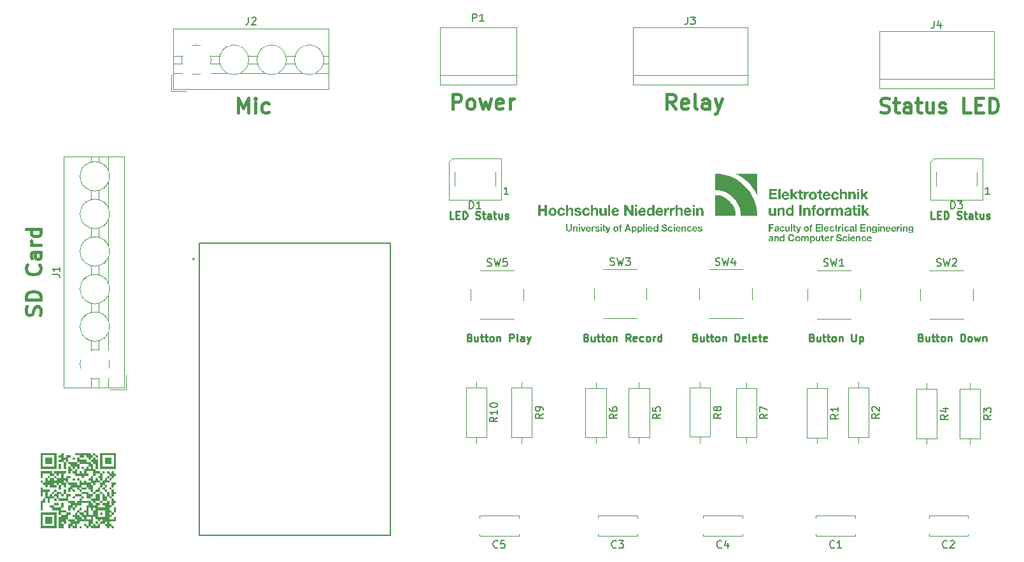
<source format=gbr>
%TF.GenerationSoftware,KiCad,Pcbnew,8.0.6*%
%TF.CreationDate,2024-11-13T16:57:44+01:00*%
%TF.ProjectId,pcb,7063622e-6b69-4636-9164-5f7063625858,rev?*%
%TF.SameCoordinates,Original*%
%TF.FileFunction,Legend,Top*%
%TF.FilePolarity,Positive*%
%FSLAX46Y46*%
G04 Gerber Fmt 4.6, Leading zero omitted, Abs format (unit mm)*
G04 Created by KiCad (PCBNEW 8.0.6) date 2024-11-13 16:57:44*
%MOMM*%
%LPD*%
G01*
G04 APERTURE LIST*
%ADD10C,0.250000*%
%ADD11C,0.400000*%
%ADD12C,0.150000*%
%ADD13C,0.000000*%
%ADD14C,0.120000*%
%ADD15C,0.127000*%
%ADD16C,0.200000*%
G04 APERTURE END LIST*
D10*
X157020901Y-98125809D02*
X157163758Y-98173428D01*
X157163758Y-98173428D02*
X157211377Y-98221047D01*
X157211377Y-98221047D02*
X157258996Y-98316285D01*
X157258996Y-98316285D02*
X157258996Y-98459142D01*
X157258996Y-98459142D02*
X157211377Y-98554380D01*
X157211377Y-98554380D02*
X157163758Y-98602000D01*
X157163758Y-98602000D02*
X157068520Y-98649619D01*
X157068520Y-98649619D02*
X156687568Y-98649619D01*
X156687568Y-98649619D02*
X156687568Y-97649619D01*
X156687568Y-97649619D02*
X157020901Y-97649619D01*
X157020901Y-97649619D02*
X157116139Y-97697238D01*
X157116139Y-97697238D02*
X157163758Y-97744857D01*
X157163758Y-97744857D02*
X157211377Y-97840095D01*
X157211377Y-97840095D02*
X157211377Y-97935333D01*
X157211377Y-97935333D02*
X157163758Y-98030571D01*
X157163758Y-98030571D02*
X157116139Y-98078190D01*
X157116139Y-98078190D02*
X157020901Y-98125809D01*
X157020901Y-98125809D02*
X156687568Y-98125809D01*
X158116139Y-97982952D02*
X158116139Y-98649619D01*
X157687568Y-97982952D02*
X157687568Y-98506761D01*
X157687568Y-98506761D02*
X157735187Y-98602000D01*
X157735187Y-98602000D02*
X157830425Y-98649619D01*
X157830425Y-98649619D02*
X157973282Y-98649619D01*
X157973282Y-98649619D02*
X158068520Y-98602000D01*
X158068520Y-98602000D02*
X158116139Y-98554380D01*
X158449473Y-97982952D02*
X158830425Y-97982952D01*
X158592330Y-97649619D02*
X158592330Y-98506761D01*
X158592330Y-98506761D02*
X158639949Y-98602000D01*
X158639949Y-98602000D02*
X158735187Y-98649619D01*
X158735187Y-98649619D02*
X158830425Y-98649619D01*
X159020902Y-97982952D02*
X159401854Y-97982952D01*
X159163759Y-97649619D02*
X159163759Y-98506761D01*
X159163759Y-98506761D02*
X159211378Y-98602000D01*
X159211378Y-98602000D02*
X159306616Y-98649619D01*
X159306616Y-98649619D02*
X159401854Y-98649619D01*
X159878045Y-98649619D02*
X159782807Y-98602000D01*
X159782807Y-98602000D02*
X159735188Y-98554380D01*
X159735188Y-98554380D02*
X159687569Y-98459142D01*
X159687569Y-98459142D02*
X159687569Y-98173428D01*
X159687569Y-98173428D02*
X159735188Y-98078190D01*
X159735188Y-98078190D02*
X159782807Y-98030571D01*
X159782807Y-98030571D02*
X159878045Y-97982952D01*
X159878045Y-97982952D02*
X160020902Y-97982952D01*
X160020902Y-97982952D02*
X160116140Y-98030571D01*
X160116140Y-98030571D02*
X160163759Y-98078190D01*
X160163759Y-98078190D02*
X160211378Y-98173428D01*
X160211378Y-98173428D02*
X160211378Y-98459142D01*
X160211378Y-98459142D02*
X160163759Y-98554380D01*
X160163759Y-98554380D02*
X160116140Y-98602000D01*
X160116140Y-98602000D02*
X160020902Y-98649619D01*
X160020902Y-98649619D02*
X159878045Y-98649619D01*
X160639950Y-97982952D02*
X160639950Y-98649619D01*
X160639950Y-98078190D02*
X160687569Y-98030571D01*
X160687569Y-98030571D02*
X160782807Y-97982952D01*
X160782807Y-97982952D02*
X160925664Y-97982952D01*
X160925664Y-97982952D02*
X161020902Y-98030571D01*
X161020902Y-98030571D02*
X161068521Y-98125809D01*
X161068521Y-98125809D02*
X161068521Y-98649619D01*
X162306617Y-98649619D02*
X162306617Y-97649619D01*
X162306617Y-97649619D02*
X162544712Y-97649619D01*
X162544712Y-97649619D02*
X162687569Y-97697238D01*
X162687569Y-97697238D02*
X162782807Y-97792476D01*
X162782807Y-97792476D02*
X162830426Y-97887714D01*
X162830426Y-97887714D02*
X162878045Y-98078190D01*
X162878045Y-98078190D02*
X162878045Y-98221047D01*
X162878045Y-98221047D02*
X162830426Y-98411523D01*
X162830426Y-98411523D02*
X162782807Y-98506761D01*
X162782807Y-98506761D02*
X162687569Y-98602000D01*
X162687569Y-98602000D02*
X162544712Y-98649619D01*
X162544712Y-98649619D02*
X162306617Y-98649619D01*
X163687569Y-98602000D02*
X163592331Y-98649619D01*
X163592331Y-98649619D02*
X163401855Y-98649619D01*
X163401855Y-98649619D02*
X163306617Y-98602000D01*
X163306617Y-98602000D02*
X163258998Y-98506761D01*
X163258998Y-98506761D02*
X163258998Y-98125809D01*
X163258998Y-98125809D02*
X163306617Y-98030571D01*
X163306617Y-98030571D02*
X163401855Y-97982952D01*
X163401855Y-97982952D02*
X163592331Y-97982952D01*
X163592331Y-97982952D02*
X163687569Y-98030571D01*
X163687569Y-98030571D02*
X163735188Y-98125809D01*
X163735188Y-98125809D02*
X163735188Y-98221047D01*
X163735188Y-98221047D02*
X163258998Y-98316285D01*
X164306617Y-98649619D02*
X164211379Y-98602000D01*
X164211379Y-98602000D02*
X164163760Y-98506761D01*
X164163760Y-98506761D02*
X164163760Y-97649619D01*
X165068522Y-98602000D02*
X164973284Y-98649619D01*
X164973284Y-98649619D02*
X164782808Y-98649619D01*
X164782808Y-98649619D02*
X164687570Y-98602000D01*
X164687570Y-98602000D02*
X164639951Y-98506761D01*
X164639951Y-98506761D02*
X164639951Y-98125809D01*
X164639951Y-98125809D02*
X164687570Y-98030571D01*
X164687570Y-98030571D02*
X164782808Y-97982952D01*
X164782808Y-97982952D02*
X164973284Y-97982952D01*
X164973284Y-97982952D02*
X165068522Y-98030571D01*
X165068522Y-98030571D02*
X165116141Y-98125809D01*
X165116141Y-98125809D02*
X165116141Y-98221047D01*
X165116141Y-98221047D02*
X164639951Y-98316285D01*
X165401856Y-97982952D02*
X165782808Y-97982952D01*
X165544713Y-97649619D02*
X165544713Y-98506761D01*
X165544713Y-98506761D02*
X165592332Y-98602000D01*
X165592332Y-98602000D02*
X165687570Y-98649619D01*
X165687570Y-98649619D02*
X165782808Y-98649619D01*
X166497094Y-98602000D02*
X166401856Y-98649619D01*
X166401856Y-98649619D02*
X166211380Y-98649619D01*
X166211380Y-98649619D02*
X166116142Y-98602000D01*
X166116142Y-98602000D02*
X166068523Y-98506761D01*
X166068523Y-98506761D02*
X166068523Y-98125809D01*
X166068523Y-98125809D02*
X166116142Y-98030571D01*
X166116142Y-98030571D02*
X166211380Y-97982952D01*
X166211380Y-97982952D02*
X166401856Y-97982952D01*
X166401856Y-97982952D02*
X166497094Y-98030571D01*
X166497094Y-98030571D02*
X166544713Y-98125809D01*
X166544713Y-98125809D02*
X166544713Y-98221047D01*
X166544713Y-98221047D02*
X166068523Y-98316285D01*
D11*
X124739347Y-67734438D02*
X124739347Y-65734438D01*
X124739347Y-65734438D02*
X125501252Y-65734438D01*
X125501252Y-65734438D02*
X125691728Y-65829676D01*
X125691728Y-65829676D02*
X125786966Y-65924914D01*
X125786966Y-65924914D02*
X125882204Y-66115390D01*
X125882204Y-66115390D02*
X125882204Y-66401104D01*
X125882204Y-66401104D02*
X125786966Y-66591580D01*
X125786966Y-66591580D02*
X125691728Y-66686819D01*
X125691728Y-66686819D02*
X125501252Y-66782057D01*
X125501252Y-66782057D02*
X124739347Y-66782057D01*
X127025061Y-67734438D02*
X126834585Y-67639200D01*
X126834585Y-67639200D02*
X126739347Y-67543961D01*
X126739347Y-67543961D02*
X126644109Y-67353485D01*
X126644109Y-67353485D02*
X126644109Y-66782057D01*
X126644109Y-66782057D02*
X126739347Y-66591580D01*
X126739347Y-66591580D02*
X126834585Y-66496342D01*
X126834585Y-66496342D02*
X127025061Y-66401104D01*
X127025061Y-66401104D02*
X127310776Y-66401104D01*
X127310776Y-66401104D02*
X127501252Y-66496342D01*
X127501252Y-66496342D02*
X127596490Y-66591580D01*
X127596490Y-66591580D02*
X127691728Y-66782057D01*
X127691728Y-66782057D02*
X127691728Y-67353485D01*
X127691728Y-67353485D02*
X127596490Y-67543961D01*
X127596490Y-67543961D02*
X127501252Y-67639200D01*
X127501252Y-67639200D02*
X127310776Y-67734438D01*
X127310776Y-67734438D02*
X127025061Y-67734438D01*
X128358395Y-66401104D02*
X128739347Y-67734438D01*
X128739347Y-67734438D02*
X129120300Y-66782057D01*
X129120300Y-66782057D02*
X129501252Y-67734438D01*
X129501252Y-67734438D02*
X129882204Y-66401104D01*
X131406014Y-67639200D02*
X131215538Y-67734438D01*
X131215538Y-67734438D02*
X130834585Y-67734438D01*
X130834585Y-67734438D02*
X130644109Y-67639200D01*
X130644109Y-67639200D02*
X130548871Y-67448723D01*
X130548871Y-67448723D02*
X130548871Y-66686819D01*
X130548871Y-66686819D02*
X130644109Y-66496342D01*
X130644109Y-66496342D02*
X130834585Y-66401104D01*
X130834585Y-66401104D02*
X131215538Y-66401104D01*
X131215538Y-66401104D02*
X131406014Y-66496342D01*
X131406014Y-66496342D02*
X131501252Y-66686819D01*
X131501252Y-66686819D02*
X131501252Y-66877295D01*
X131501252Y-66877295D02*
X130548871Y-67067771D01*
X132358395Y-67734438D02*
X132358395Y-66401104D01*
X132358395Y-66782057D02*
X132453633Y-66591580D01*
X132453633Y-66591580D02*
X132548871Y-66496342D01*
X132548871Y-66496342D02*
X132739347Y-66401104D01*
X132739347Y-66401104D02*
X132929824Y-66401104D01*
X69924200Y-95140890D02*
X70019438Y-94855176D01*
X70019438Y-94855176D02*
X70019438Y-94378985D01*
X70019438Y-94378985D02*
X69924200Y-94188509D01*
X69924200Y-94188509D02*
X69828961Y-94093271D01*
X69828961Y-94093271D02*
X69638485Y-93998033D01*
X69638485Y-93998033D02*
X69448009Y-93998033D01*
X69448009Y-93998033D02*
X69257533Y-94093271D01*
X69257533Y-94093271D02*
X69162295Y-94188509D01*
X69162295Y-94188509D02*
X69067057Y-94378985D01*
X69067057Y-94378985D02*
X68971819Y-94759938D01*
X68971819Y-94759938D02*
X68876580Y-94950414D01*
X68876580Y-94950414D02*
X68781342Y-95045652D01*
X68781342Y-95045652D02*
X68590866Y-95140890D01*
X68590866Y-95140890D02*
X68400390Y-95140890D01*
X68400390Y-95140890D02*
X68209914Y-95045652D01*
X68209914Y-95045652D02*
X68114676Y-94950414D01*
X68114676Y-94950414D02*
X68019438Y-94759938D01*
X68019438Y-94759938D02*
X68019438Y-94283747D01*
X68019438Y-94283747D02*
X68114676Y-93998033D01*
X70019438Y-93140890D02*
X68019438Y-93140890D01*
X68019438Y-93140890D02*
X68019438Y-92664700D01*
X68019438Y-92664700D02*
X68114676Y-92378985D01*
X68114676Y-92378985D02*
X68305152Y-92188509D01*
X68305152Y-92188509D02*
X68495628Y-92093271D01*
X68495628Y-92093271D02*
X68876580Y-91998033D01*
X68876580Y-91998033D02*
X69162295Y-91998033D01*
X69162295Y-91998033D02*
X69543247Y-92093271D01*
X69543247Y-92093271D02*
X69733723Y-92188509D01*
X69733723Y-92188509D02*
X69924200Y-92378985D01*
X69924200Y-92378985D02*
X70019438Y-92664700D01*
X70019438Y-92664700D02*
X70019438Y-93140890D01*
X69828961Y-88474223D02*
X69924200Y-88569461D01*
X69924200Y-88569461D02*
X70019438Y-88855175D01*
X70019438Y-88855175D02*
X70019438Y-89045651D01*
X70019438Y-89045651D02*
X69924200Y-89331366D01*
X69924200Y-89331366D02*
X69733723Y-89521842D01*
X69733723Y-89521842D02*
X69543247Y-89617080D01*
X69543247Y-89617080D02*
X69162295Y-89712318D01*
X69162295Y-89712318D02*
X68876580Y-89712318D01*
X68876580Y-89712318D02*
X68495628Y-89617080D01*
X68495628Y-89617080D02*
X68305152Y-89521842D01*
X68305152Y-89521842D02*
X68114676Y-89331366D01*
X68114676Y-89331366D02*
X68019438Y-89045651D01*
X68019438Y-89045651D02*
X68019438Y-88855175D01*
X68019438Y-88855175D02*
X68114676Y-88569461D01*
X68114676Y-88569461D02*
X68209914Y-88474223D01*
X70019438Y-86759937D02*
X68971819Y-86759937D01*
X68971819Y-86759937D02*
X68781342Y-86855175D01*
X68781342Y-86855175D02*
X68686104Y-87045651D01*
X68686104Y-87045651D02*
X68686104Y-87426604D01*
X68686104Y-87426604D02*
X68781342Y-87617080D01*
X69924200Y-86759937D02*
X70019438Y-86950413D01*
X70019438Y-86950413D02*
X70019438Y-87426604D01*
X70019438Y-87426604D02*
X69924200Y-87617080D01*
X69924200Y-87617080D02*
X69733723Y-87712318D01*
X69733723Y-87712318D02*
X69543247Y-87712318D01*
X69543247Y-87712318D02*
X69352771Y-87617080D01*
X69352771Y-87617080D02*
X69257533Y-87426604D01*
X69257533Y-87426604D02*
X69257533Y-86950413D01*
X69257533Y-86950413D02*
X69162295Y-86759937D01*
X70019438Y-85807556D02*
X68686104Y-85807556D01*
X69067057Y-85807556D02*
X68876580Y-85712318D01*
X68876580Y-85712318D02*
X68781342Y-85617080D01*
X68781342Y-85617080D02*
X68686104Y-85426604D01*
X68686104Y-85426604D02*
X68686104Y-85236127D01*
X70019438Y-83712318D02*
X68019438Y-83712318D01*
X69924200Y-83712318D02*
X70019438Y-83902794D01*
X70019438Y-83902794D02*
X70019438Y-84283747D01*
X70019438Y-84283747D02*
X69924200Y-84474223D01*
X69924200Y-84474223D02*
X69828961Y-84569461D01*
X69828961Y-84569461D02*
X69638485Y-84664699D01*
X69638485Y-84664699D02*
X69067057Y-84664699D01*
X69067057Y-84664699D02*
X68876580Y-84569461D01*
X68876580Y-84569461D02*
X68781342Y-84474223D01*
X68781342Y-84474223D02*
X68686104Y-84283747D01*
X68686104Y-84283747D02*
X68686104Y-83902794D01*
X68686104Y-83902794D02*
X68781342Y-83712318D01*
D10*
X188878758Y-82364619D02*
X188402568Y-82364619D01*
X188402568Y-82364619D02*
X188402568Y-81364619D01*
X189212092Y-81840809D02*
X189545425Y-81840809D01*
X189688282Y-82364619D02*
X189212092Y-82364619D01*
X189212092Y-82364619D02*
X189212092Y-81364619D01*
X189212092Y-81364619D02*
X189688282Y-81364619D01*
X190116854Y-82364619D02*
X190116854Y-81364619D01*
X190116854Y-81364619D02*
X190354949Y-81364619D01*
X190354949Y-81364619D02*
X190497806Y-81412238D01*
X190497806Y-81412238D02*
X190593044Y-81507476D01*
X190593044Y-81507476D02*
X190640663Y-81602714D01*
X190640663Y-81602714D02*
X190688282Y-81793190D01*
X190688282Y-81793190D02*
X190688282Y-81936047D01*
X190688282Y-81936047D02*
X190640663Y-82126523D01*
X190640663Y-82126523D02*
X190593044Y-82221761D01*
X190593044Y-82221761D02*
X190497806Y-82317000D01*
X190497806Y-82317000D02*
X190354949Y-82364619D01*
X190354949Y-82364619D02*
X190116854Y-82364619D01*
X191831140Y-82317000D02*
X191973997Y-82364619D01*
X191973997Y-82364619D02*
X192212092Y-82364619D01*
X192212092Y-82364619D02*
X192307330Y-82317000D01*
X192307330Y-82317000D02*
X192354949Y-82269380D01*
X192354949Y-82269380D02*
X192402568Y-82174142D01*
X192402568Y-82174142D02*
X192402568Y-82078904D01*
X192402568Y-82078904D02*
X192354949Y-81983666D01*
X192354949Y-81983666D02*
X192307330Y-81936047D01*
X192307330Y-81936047D02*
X192212092Y-81888428D01*
X192212092Y-81888428D02*
X192021616Y-81840809D01*
X192021616Y-81840809D02*
X191926378Y-81793190D01*
X191926378Y-81793190D02*
X191878759Y-81745571D01*
X191878759Y-81745571D02*
X191831140Y-81650333D01*
X191831140Y-81650333D02*
X191831140Y-81555095D01*
X191831140Y-81555095D02*
X191878759Y-81459857D01*
X191878759Y-81459857D02*
X191926378Y-81412238D01*
X191926378Y-81412238D02*
X192021616Y-81364619D01*
X192021616Y-81364619D02*
X192259711Y-81364619D01*
X192259711Y-81364619D02*
X192402568Y-81412238D01*
X192688283Y-81697952D02*
X193069235Y-81697952D01*
X192831140Y-81364619D02*
X192831140Y-82221761D01*
X192831140Y-82221761D02*
X192878759Y-82317000D01*
X192878759Y-82317000D02*
X192973997Y-82364619D01*
X192973997Y-82364619D02*
X193069235Y-82364619D01*
X193831140Y-82364619D02*
X193831140Y-81840809D01*
X193831140Y-81840809D02*
X193783521Y-81745571D01*
X193783521Y-81745571D02*
X193688283Y-81697952D01*
X193688283Y-81697952D02*
X193497807Y-81697952D01*
X193497807Y-81697952D02*
X193402569Y-81745571D01*
X193831140Y-82317000D02*
X193735902Y-82364619D01*
X193735902Y-82364619D02*
X193497807Y-82364619D01*
X193497807Y-82364619D02*
X193402569Y-82317000D01*
X193402569Y-82317000D02*
X193354950Y-82221761D01*
X193354950Y-82221761D02*
X193354950Y-82126523D01*
X193354950Y-82126523D02*
X193402569Y-82031285D01*
X193402569Y-82031285D02*
X193497807Y-81983666D01*
X193497807Y-81983666D02*
X193735902Y-81983666D01*
X193735902Y-81983666D02*
X193831140Y-81936047D01*
X194164474Y-81697952D02*
X194545426Y-81697952D01*
X194307331Y-81364619D02*
X194307331Y-82221761D01*
X194307331Y-82221761D02*
X194354950Y-82317000D01*
X194354950Y-82317000D02*
X194450188Y-82364619D01*
X194450188Y-82364619D02*
X194545426Y-82364619D01*
X195307331Y-81697952D02*
X195307331Y-82364619D01*
X194878760Y-81697952D02*
X194878760Y-82221761D01*
X194878760Y-82221761D02*
X194926379Y-82317000D01*
X194926379Y-82317000D02*
X195021617Y-82364619D01*
X195021617Y-82364619D02*
X195164474Y-82364619D01*
X195164474Y-82364619D02*
X195259712Y-82317000D01*
X195259712Y-82317000D02*
X195307331Y-82269380D01*
X195735903Y-82317000D02*
X195831141Y-82364619D01*
X195831141Y-82364619D02*
X196021617Y-82364619D01*
X196021617Y-82364619D02*
X196116855Y-82317000D01*
X196116855Y-82317000D02*
X196164474Y-82221761D01*
X196164474Y-82221761D02*
X196164474Y-82174142D01*
X196164474Y-82174142D02*
X196116855Y-82078904D01*
X196116855Y-82078904D02*
X196021617Y-82031285D01*
X196021617Y-82031285D02*
X195878760Y-82031285D01*
X195878760Y-82031285D02*
X195783522Y-81983666D01*
X195783522Y-81983666D02*
X195735903Y-81888428D01*
X195735903Y-81888428D02*
X195735903Y-81840809D01*
X195735903Y-81840809D02*
X195783522Y-81745571D01*
X195783522Y-81745571D02*
X195878760Y-81697952D01*
X195878760Y-81697952D02*
X196021617Y-81697952D01*
X196021617Y-81697952D02*
X196116855Y-81745571D01*
X127020901Y-98125809D02*
X127163758Y-98173428D01*
X127163758Y-98173428D02*
X127211377Y-98221047D01*
X127211377Y-98221047D02*
X127258996Y-98316285D01*
X127258996Y-98316285D02*
X127258996Y-98459142D01*
X127258996Y-98459142D02*
X127211377Y-98554380D01*
X127211377Y-98554380D02*
X127163758Y-98602000D01*
X127163758Y-98602000D02*
X127068520Y-98649619D01*
X127068520Y-98649619D02*
X126687568Y-98649619D01*
X126687568Y-98649619D02*
X126687568Y-97649619D01*
X126687568Y-97649619D02*
X127020901Y-97649619D01*
X127020901Y-97649619D02*
X127116139Y-97697238D01*
X127116139Y-97697238D02*
X127163758Y-97744857D01*
X127163758Y-97744857D02*
X127211377Y-97840095D01*
X127211377Y-97840095D02*
X127211377Y-97935333D01*
X127211377Y-97935333D02*
X127163758Y-98030571D01*
X127163758Y-98030571D02*
X127116139Y-98078190D01*
X127116139Y-98078190D02*
X127020901Y-98125809D01*
X127020901Y-98125809D02*
X126687568Y-98125809D01*
X128116139Y-97982952D02*
X128116139Y-98649619D01*
X127687568Y-97982952D02*
X127687568Y-98506761D01*
X127687568Y-98506761D02*
X127735187Y-98602000D01*
X127735187Y-98602000D02*
X127830425Y-98649619D01*
X127830425Y-98649619D02*
X127973282Y-98649619D01*
X127973282Y-98649619D02*
X128068520Y-98602000D01*
X128068520Y-98602000D02*
X128116139Y-98554380D01*
X128449473Y-97982952D02*
X128830425Y-97982952D01*
X128592330Y-97649619D02*
X128592330Y-98506761D01*
X128592330Y-98506761D02*
X128639949Y-98602000D01*
X128639949Y-98602000D02*
X128735187Y-98649619D01*
X128735187Y-98649619D02*
X128830425Y-98649619D01*
X129020902Y-97982952D02*
X129401854Y-97982952D01*
X129163759Y-97649619D02*
X129163759Y-98506761D01*
X129163759Y-98506761D02*
X129211378Y-98602000D01*
X129211378Y-98602000D02*
X129306616Y-98649619D01*
X129306616Y-98649619D02*
X129401854Y-98649619D01*
X129878045Y-98649619D02*
X129782807Y-98602000D01*
X129782807Y-98602000D02*
X129735188Y-98554380D01*
X129735188Y-98554380D02*
X129687569Y-98459142D01*
X129687569Y-98459142D02*
X129687569Y-98173428D01*
X129687569Y-98173428D02*
X129735188Y-98078190D01*
X129735188Y-98078190D02*
X129782807Y-98030571D01*
X129782807Y-98030571D02*
X129878045Y-97982952D01*
X129878045Y-97982952D02*
X130020902Y-97982952D01*
X130020902Y-97982952D02*
X130116140Y-98030571D01*
X130116140Y-98030571D02*
X130163759Y-98078190D01*
X130163759Y-98078190D02*
X130211378Y-98173428D01*
X130211378Y-98173428D02*
X130211378Y-98459142D01*
X130211378Y-98459142D02*
X130163759Y-98554380D01*
X130163759Y-98554380D02*
X130116140Y-98602000D01*
X130116140Y-98602000D02*
X130020902Y-98649619D01*
X130020902Y-98649619D02*
X129878045Y-98649619D01*
X130639950Y-97982952D02*
X130639950Y-98649619D01*
X130639950Y-98078190D02*
X130687569Y-98030571D01*
X130687569Y-98030571D02*
X130782807Y-97982952D01*
X130782807Y-97982952D02*
X130925664Y-97982952D01*
X130925664Y-97982952D02*
X131020902Y-98030571D01*
X131020902Y-98030571D02*
X131068521Y-98125809D01*
X131068521Y-98125809D02*
X131068521Y-98649619D01*
X132306617Y-98649619D02*
X132306617Y-97649619D01*
X132306617Y-97649619D02*
X132687569Y-97649619D01*
X132687569Y-97649619D02*
X132782807Y-97697238D01*
X132782807Y-97697238D02*
X132830426Y-97744857D01*
X132830426Y-97744857D02*
X132878045Y-97840095D01*
X132878045Y-97840095D02*
X132878045Y-97982952D01*
X132878045Y-97982952D02*
X132830426Y-98078190D01*
X132830426Y-98078190D02*
X132782807Y-98125809D01*
X132782807Y-98125809D02*
X132687569Y-98173428D01*
X132687569Y-98173428D02*
X132306617Y-98173428D01*
X133449474Y-98649619D02*
X133354236Y-98602000D01*
X133354236Y-98602000D02*
X133306617Y-98506761D01*
X133306617Y-98506761D02*
X133306617Y-97649619D01*
X134258998Y-98649619D02*
X134258998Y-98125809D01*
X134258998Y-98125809D02*
X134211379Y-98030571D01*
X134211379Y-98030571D02*
X134116141Y-97982952D01*
X134116141Y-97982952D02*
X133925665Y-97982952D01*
X133925665Y-97982952D02*
X133830427Y-98030571D01*
X134258998Y-98602000D02*
X134163760Y-98649619D01*
X134163760Y-98649619D02*
X133925665Y-98649619D01*
X133925665Y-98649619D02*
X133830427Y-98602000D01*
X133830427Y-98602000D02*
X133782808Y-98506761D01*
X133782808Y-98506761D02*
X133782808Y-98411523D01*
X133782808Y-98411523D02*
X133830427Y-98316285D01*
X133830427Y-98316285D02*
X133925665Y-98268666D01*
X133925665Y-98268666D02*
X134163760Y-98268666D01*
X134163760Y-98268666D02*
X134258998Y-98221047D01*
X134639951Y-97982952D02*
X134878046Y-98649619D01*
X135116141Y-97982952D02*
X134878046Y-98649619D01*
X134878046Y-98649619D02*
X134782808Y-98887714D01*
X134782808Y-98887714D02*
X134735189Y-98935333D01*
X134735189Y-98935333D02*
X134639951Y-98982952D01*
X124878758Y-82364619D02*
X124402568Y-82364619D01*
X124402568Y-82364619D02*
X124402568Y-81364619D01*
X125212092Y-81840809D02*
X125545425Y-81840809D01*
X125688282Y-82364619D02*
X125212092Y-82364619D01*
X125212092Y-82364619D02*
X125212092Y-81364619D01*
X125212092Y-81364619D02*
X125688282Y-81364619D01*
X126116854Y-82364619D02*
X126116854Y-81364619D01*
X126116854Y-81364619D02*
X126354949Y-81364619D01*
X126354949Y-81364619D02*
X126497806Y-81412238D01*
X126497806Y-81412238D02*
X126593044Y-81507476D01*
X126593044Y-81507476D02*
X126640663Y-81602714D01*
X126640663Y-81602714D02*
X126688282Y-81793190D01*
X126688282Y-81793190D02*
X126688282Y-81936047D01*
X126688282Y-81936047D02*
X126640663Y-82126523D01*
X126640663Y-82126523D02*
X126593044Y-82221761D01*
X126593044Y-82221761D02*
X126497806Y-82317000D01*
X126497806Y-82317000D02*
X126354949Y-82364619D01*
X126354949Y-82364619D02*
X126116854Y-82364619D01*
X127831140Y-82317000D02*
X127973997Y-82364619D01*
X127973997Y-82364619D02*
X128212092Y-82364619D01*
X128212092Y-82364619D02*
X128307330Y-82317000D01*
X128307330Y-82317000D02*
X128354949Y-82269380D01*
X128354949Y-82269380D02*
X128402568Y-82174142D01*
X128402568Y-82174142D02*
X128402568Y-82078904D01*
X128402568Y-82078904D02*
X128354949Y-81983666D01*
X128354949Y-81983666D02*
X128307330Y-81936047D01*
X128307330Y-81936047D02*
X128212092Y-81888428D01*
X128212092Y-81888428D02*
X128021616Y-81840809D01*
X128021616Y-81840809D02*
X127926378Y-81793190D01*
X127926378Y-81793190D02*
X127878759Y-81745571D01*
X127878759Y-81745571D02*
X127831140Y-81650333D01*
X127831140Y-81650333D02*
X127831140Y-81555095D01*
X127831140Y-81555095D02*
X127878759Y-81459857D01*
X127878759Y-81459857D02*
X127926378Y-81412238D01*
X127926378Y-81412238D02*
X128021616Y-81364619D01*
X128021616Y-81364619D02*
X128259711Y-81364619D01*
X128259711Y-81364619D02*
X128402568Y-81412238D01*
X128688283Y-81697952D02*
X129069235Y-81697952D01*
X128831140Y-81364619D02*
X128831140Y-82221761D01*
X128831140Y-82221761D02*
X128878759Y-82317000D01*
X128878759Y-82317000D02*
X128973997Y-82364619D01*
X128973997Y-82364619D02*
X129069235Y-82364619D01*
X129831140Y-82364619D02*
X129831140Y-81840809D01*
X129831140Y-81840809D02*
X129783521Y-81745571D01*
X129783521Y-81745571D02*
X129688283Y-81697952D01*
X129688283Y-81697952D02*
X129497807Y-81697952D01*
X129497807Y-81697952D02*
X129402569Y-81745571D01*
X129831140Y-82317000D02*
X129735902Y-82364619D01*
X129735902Y-82364619D02*
X129497807Y-82364619D01*
X129497807Y-82364619D02*
X129402569Y-82317000D01*
X129402569Y-82317000D02*
X129354950Y-82221761D01*
X129354950Y-82221761D02*
X129354950Y-82126523D01*
X129354950Y-82126523D02*
X129402569Y-82031285D01*
X129402569Y-82031285D02*
X129497807Y-81983666D01*
X129497807Y-81983666D02*
X129735902Y-81983666D01*
X129735902Y-81983666D02*
X129831140Y-81936047D01*
X130164474Y-81697952D02*
X130545426Y-81697952D01*
X130307331Y-81364619D02*
X130307331Y-82221761D01*
X130307331Y-82221761D02*
X130354950Y-82317000D01*
X130354950Y-82317000D02*
X130450188Y-82364619D01*
X130450188Y-82364619D02*
X130545426Y-82364619D01*
X131307331Y-81697952D02*
X131307331Y-82364619D01*
X130878760Y-81697952D02*
X130878760Y-82221761D01*
X130878760Y-82221761D02*
X130926379Y-82317000D01*
X130926379Y-82317000D02*
X131021617Y-82364619D01*
X131021617Y-82364619D02*
X131164474Y-82364619D01*
X131164474Y-82364619D02*
X131259712Y-82317000D01*
X131259712Y-82317000D02*
X131307331Y-82269380D01*
X131735903Y-82317000D02*
X131831141Y-82364619D01*
X131831141Y-82364619D02*
X132021617Y-82364619D01*
X132021617Y-82364619D02*
X132116855Y-82317000D01*
X132116855Y-82317000D02*
X132164474Y-82221761D01*
X132164474Y-82221761D02*
X132164474Y-82174142D01*
X132164474Y-82174142D02*
X132116855Y-82078904D01*
X132116855Y-82078904D02*
X132021617Y-82031285D01*
X132021617Y-82031285D02*
X131878760Y-82031285D01*
X131878760Y-82031285D02*
X131783522Y-81983666D01*
X131783522Y-81983666D02*
X131735903Y-81888428D01*
X131735903Y-81888428D02*
X131735903Y-81840809D01*
X131735903Y-81840809D02*
X131783522Y-81745571D01*
X131783522Y-81745571D02*
X131878760Y-81697952D01*
X131878760Y-81697952D02*
X132021617Y-81697952D01*
X132021617Y-81697952D02*
X132116855Y-81745571D01*
X142520901Y-98125809D02*
X142663758Y-98173428D01*
X142663758Y-98173428D02*
X142711377Y-98221047D01*
X142711377Y-98221047D02*
X142758996Y-98316285D01*
X142758996Y-98316285D02*
X142758996Y-98459142D01*
X142758996Y-98459142D02*
X142711377Y-98554380D01*
X142711377Y-98554380D02*
X142663758Y-98602000D01*
X142663758Y-98602000D02*
X142568520Y-98649619D01*
X142568520Y-98649619D02*
X142187568Y-98649619D01*
X142187568Y-98649619D02*
X142187568Y-97649619D01*
X142187568Y-97649619D02*
X142520901Y-97649619D01*
X142520901Y-97649619D02*
X142616139Y-97697238D01*
X142616139Y-97697238D02*
X142663758Y-97744857D01*
X142663758Y-97744857D02*
X142711377Y-97840095D01*
X142711377Y-97840095D02*
X142711377Y-97935333D01*
X142711377Y-97935333D02*
X142663758Y-98030571D01*
X142663758Y-98030571D02*
X142616139Y-98078190D01*
X142616139Y-98078190D02*
X142520901Y-98125809D01*
X142520901Y-98125809D02*
X142187568Y-98125809D01*
X143616139Y-97982952D02*
X143616139Y-98649619D01*
X143187568Y-97982952D02*
X143187568Y-98506761D01*
X143187568Y-98506761D02*
X143235187Y-98602000D01*
X143235187Y-98602000D02*
X143330425Y-98649619D01*
X143330425Y-98649619D02*
X143473282Y-98649619D01*
X143473282Y-98649619D02*
X143568520Y-98602000D01*
X143568520Y-98602000D02*
X143616139Y-98554380D01*
X143949473Y-97982952D02*
X144330425Y-97982952D01*
X144092330Y-97649619D02*
X144092330Y-98506761D01*
X144092330Y-98506761D02*
X144139949Y-98602000D01*
X144139949Y-98602000D02*
X144235187Y-98649619D01*
X144235187Y-98649619D02*
X144330425Y-98649619D01*
X144520902Y-97982952D02*
X144901854Y-97982952D01*
X144663759Y-97649619D02*
X144663759Y-98506761D01*
X144663759Y-98506761D02*
X144711378Y-98602000D01*
X144711378Y-98602000D02*
X144806616Y-98649619D01*
X144806616Y-98649619D02*
X144901854Y-98649619D01*
X145378045Y-98649619D02*
X145282807Y-98602000D01*
X145282807Y-98602000D02*
X145235188Y-98554380D01*
X145235188Y-98554380D02*
X145187569Y-98459142D01*
X145187569Y-98459142D02*
X145187569Y-98173428D01*
X145187569Y-98173428D02*
X145235188Y-98078190D01*
X145235188Y-98078190D02*
X145282807Y-98030571D01*
X145282807Y-98030571D02*
X145378045Y-97982952D01*
X145378045Y-97982952D02*
X145520902Y-97982952D01*
X145520902Y-97982952D02*
X145616140Y-98030571D01*
X145616140Y-98030571D02*
X145663759Y-98078190D01*
X145663759Y-98078190D02*
X145711378Y-98173428D01*
X145711378Y-98173428D02*
X145711378Y-98459142D01*
X145711378Y-98459142D02*
X145663759Y-98554380D01*
X145663759Y-98554380D02*
X145616140Y-98602000D01*
X145616140Y-98602000D02*
X145520902Y-98649619D01*
X145520902Y-98649619D02*
X145378045Y-98649619D01*
X146139950Y-97982952D02*
X146139950Y-98649619D01*
X146139950Y-98078190D02*
X146187569Y-98030571D01*
X146187569Y-98030571D02*
X146282807Y-97982952D01*
X146282807Y-97982952D02*
X146425664Y-97982952D01*
X146425664Y-97982952D02*
X146520902Y-98030571D01*
X146520902Y-98030571D02*
X146568521Y-98125809D01*
X146568521Y-98125809D02*
X146568521Y-98649619D01*
X148378045Y-98649619D02*
X148044712Y-98173428D01*
X147806617Y-98649619D02*
X147806617Y-97649619D01*
X147806617Y-97649619D02*
X148187569Y-97649619D01*
X148187569Y-97649619D02*
X148282807Y-97697238D01*
X148282807Y-97697238D02*
X148330426Y-97744857D01*
X148330426Y-97744857D02*
X148378045Y-97840095D01*
X148378045Y-97840095D02*
X148378045Y-97982952D01*
X148378045Y-97982952D02*
X148330426Y-98078190D01*
X148330426Y-98078190D02*
X148282807Y-98125809D01*
X148282807Y-98125809D02*
X148187569Y-98173428D01*
X148187569Y-98173428D02*
X147806617Y-98173428D01*
X149187569Y-98602000D02*
X149092331Y-98649619D01*
X149092331Y-98649619D02*
X148901855Y-98649619D01*
X148901855Y-98649619D02*
X148806617Y-98602000D01*
X148806617Y-98602000D02*
X148758998Y-98506761D01*
X148758998Y-98506761D02*
X148758998Y-98125809D01*
X148758998Y-98125809D02*
X148806617Y-98030571D01*
X148806617Y-98030571D02*
X148901855Y-97982952D01*
X148901855Y-97982952D02*
X149092331Y-97982952D01*
X149092331Y-97982952D02*
X149187569Y-98030571D01*
X149187569Y-98030571D02*
X149235188Y-98125809D01*
X149235188Y-98125809D02*
X149235188Y-98221047D01*
X149235188Y-98221047D02*
X148758998Y-98316285D01*
X150092331Y-98602000D02*
X149997093Y-98649619D01*
X149997093Y-98649619D02*
X149806617Y-98649619D01*
X149806617Y-98649619D02*
X149711379Y-98602000D01*
X149711379Y-98602000D02*
X149663760Y-98554380D01*
X149663760Y-98554380D02*
X149616141Y-98459142D01*
X149616141Y-98459142D02*
X149616141Y-98173428D01*
X149616141Y-98173428D02*
X149663760Y-98078190D01*
X149663760Y-98078190D02*
X149711379Y-98030571D01*
X149711379Y-98030571D02*
X149806617Y-97982952D01*
X149806617Y-97982952D02*
X149997093Y-97982952D01*
X149997093Y-97982952D02*
X150092331Y-98030571D01*
X150663760Y-98649619D02*
X150568522Y-98602000D01*
X150568522Y-98602000D02*
X150520903Y-98554380D01*
X150520903Y-98554380D02*
X150473284Y-98459142D01*
X150473284Y-98459142D02*
X150473284Y-98173428D01*
X150473284Y-98173428D02*
X150520903Y-98078190D01*
X150520903Y-98078190D02*
X150568522Y-98030571D01*
X150568522Y-98030571D02*
X150663760Y-97982952D01*
X150663760Y-97982952D02*
X150806617Y-97982952D01*
X150806617Y-97982952D02*
X150901855Y-98030571D01*
X150901855Y-98030571D02*
X150949474Y-98078190D01*
X150949474Y-98078190D02*
X150997093Y-98173428D01*
X150997093Y-98173428D02*
X150997093Y-98459142D01*
X150997093Y-98459142D02*
X150949474Y-98554380D01*
X150949474Y-98554380D02*
X150901855Y-98602000D01*
X150901855Y-98602000D02*
X150806617Y-98649619D01*
X150806617Y-98649619D02*
X150663760Y-98649619D01*
X151425665Y-98649619D02*
X151425665Y-97982952D01*
X151425665Y-98173428D02*
X151473284Y-98078190D01*
X151473284Y-98078190D02*
X151520903Y-98030571D01*
X151520903Y-98030571D02*
X151616141Y-97982952D01*
X151616141Y-97982952D02*
X151711379Y-97982952D01*
X152473284Y-98649619D02*
X152473284Y-97649619D01*
X152473284Y-98602000D02*
X152378046Y-98649619D01*
X152378046Y-98649619D02*
X152187570Y-98649619D01*
X152187570Y-98649619D02*
X152092332Y-98602000D01*
X152092332Y-98602000D02*
X152044713Y-98554380D01*
X152044713Y-98554380D02*
X151997094Y-98459142D01*
X151997094Y-98459142D02*
X151997094Y-98173428D01*
X151997094Y-98173428D02*
X152044713Y-98078190D01*
X152044713Y-98078190D02*
X152092332Y-98030571D01*
X152092332Y-98030571D02*
X152187570Y-97982952D01*
X152187570Y-97982952D02*
X152378046Y-97982952D01*
X152378046Y-97982952D02*
X152473284Y-98030571D01*
D11*
X154382204Y-67734438D02*
X153715537Y-66782057D01*
X153239347Y-67734438D02*
X153239347Y-65734438D01*
X153239347Y-65734438D02*
X154001252Y-65734438D01*
X154001252Y-65734438D02*
X154191728Y-65829676D01*
X154191728Y-65829676D02*
X154286966Y-65924914D01*
X154286966Y-65924914D02*
X154382204Y-66115390D01*
X154382204Y-66115390D02*
X154382204Y-66401104D01*
X154382204Y-66401104D02*
X154286966Y-66591580D01*
X154286966Y-66591580D02*
X154191728Y-66686819D01*
X154191728Y-66686819D02*
X154001252Y-66782057D01*
X154001252Y-66782057D02*
X153239347Y-66782057D01*
X156001252Y-67639200D02*
X155810776Y-67734438D01*
X155810776Y-67734438D02*
X155429823Y-67734438D01*
X155429823Y-67734438D02*
X155239347Y-67639200D01*
X155239347Y-67639200D02*
X155144109Y-67448723D01*
X155144109Y-67448723D02*
X155144109Y-66686819D01*
X155144109Y-66686819D02*
X155239347Y-66496342D01*
X155239347Y-66496342D02*
X155429823Y-66401104D01*
X155429823Y-66401104D02*
X155810776Y-66401104D01*
X155810776Y-66401104D02*
X156001252Y-66496342D01*
X156001252Y-66496342D02*
X156096490Y-66686819D01*
X156096490Y-66686819D02*
X156096490Y-66877295D01*
X156096490Y-66877295D02*
X155144109Y-67067771D01*
X157239347Y-67734438D02*
X157048871Y-67639200D01*
X157048871Y-67639200D02*
X156953633Y-67448723D01*
X156953633Y-67448723D02*
X156953633Y-65734438D01*
X158858395Y-67734438D02*
X158858395Y-66686819D01*
X158858395Y-66686819D02*
X158763157Y-66496342D01*
X158763157Y-66496342D02*
X158572681Y-66401104D01*
X158572681Y-66401104D02*
X158191728Y-66401104D01*
X158191728Y-66401104D02*
X158001252Y-66496342D01*
X158858395Y-67639200D02*
X158667919Y-67734438D01*
X158667919Y-67734438D02*
X158191728Y-67734438D01*
X158191728Y-67734438D02*
X158001252Y-67639200D01*
X158001252Y-67639200D02*
X157906014Y-67448723D01*
X157906014Y-67448723D02*
X157906014Y-67258247D01*
X157906014Y-67258247D02*
X158001252Y-67067771D01*
X158001252Y-67067771D02*
X158191728Y-66972533D01*
X158191728Y-66972533D02*
X158667919Y-66972533D01*
X158667919Y-66972533D02*
X158858395Y-66877295D01*
X159620300Y-66401104D02*
X160096490Y-67734438D01*
X160572681Y-66401104D02*
X160096490Y-67734438D01*
X160096490Y-67734438D02*
X159906014Y-68210628D01*
X159906014Y-68210628D02*
X159810776Y-68305866D01*
X159810776Y-68305866D02*
X159620300Y-68401104D01*
D10*
X187020901Y-98125809D02*
X187163758Y-98173428D01*
X187163758Y-98173428D02*
X187211377Y-98221047D01*
X187211377Y-98221047D02*
X187258996Y-98316285D01*
X187258996Y-98316285D02*
X187258996Y-98459142D01*
X187258996Y-98459142D02*
X187211377Y-98554380D01*
X187211377Y-98554380D02*
X187163758Y-98602000D01*
X187163758Y-98602000D02*
X187068520Y-98649619D01*
X187068520Y-98649619D02*
X186687568Y-98649619D01*
X186687568Y-98649619D02*
X186687568Y-97649619D01*
X186687568Y-97649619D02*
X187020901Y-97649619D01*
X187020901Y-97649619D02*
X187116139Y-97697238D01*
X187116139Y-97697238D02*
X187163758Y-97744857D01*
X187163758Y-97744857D02*
X187211377Y-97840095D01*
X187211377Y-97840095D02*
X187211377Y-97935333D01*
X187211377Y-97935333D02*
X187163758Y-98030571D01*
X187163758Y-98030571D02*
X187116139Y-98078190D01*
X187116139Y-98078190D02*
X187020901Y-98125809D01*
X187020901Y-98125809D02*
X186687568Y-98125809D01*
X188116139Y-97982952D02*
X188116139Y-98649619D01*
X187687568Y-97982952D02*
X187687568Y-98506761D01*
X187687568Y-98506761D02*
X187735187Y-98602000D01*
X187735187Y-98602000D02*
X187830425Y-98649619D01*
X187830425Y-98649619D02*
X187973282Y-98649619D01*
X187973282Y-98649619D02*
X188068520Y-98602000D01*
X188068520Y-98602000D02*
X188116139Y-98554380D01*
X188449473Y-97982952D02*
X188830425Y-97982952D01*
X188592330Y-97649619D02*
X188592330Y-98506761D01*
X188592330Y-98506761D02*
X188639949Y-98602000D01*
X188639949Y-98602000D02*
X188735187Y-98649619D01*
X188735187Y-98649619D02*
X188830425Y-98649619D01*
X189020902Y-97982952D02*
X189401854Y-97982952D01*
X189163759Y-97649619D02*
X189163759Y-98506761D01*
X189163759Y-98506761D02*
X189211378Y-98602000D01*
X189211378Y-98602000D02*
X189306616Y-98649619D01*
X189306616Y-98649619D02*
X189401854Y-98649619D01*
X189878045Y-98649619D02*
X189782807Y-98602000D01*
X189782807Y-98602000D02*
X189735188Y-98554380D01*
X189735188Y-98554380D02*
X189687569Y-98459142D01*
X189687569Y-98459142D02*
X189687569Y-98173428D01*
X189687569Y-98173428D02*
X189735188Y-98078190D01*
X189735188Y-98078190D02*
X189782807Y-98030571D01*
X189782807Y-98030571D02*
X189878045Y-97982952D01*
X189878045Y-97982952D02*
X190020902Y-97982952D01*
X190020902Y-97982952D02*
X190116140Y-98030571D01*
X190116140Y-98030571D02*
X190163759Y-98078190D01*
X190163759Y-98078190D02*
X190211378Y-98173428D01*
X190211378Y-98173428D02*
X190211378Y-98459142D01*
X190211378Y-98459142D02*
X190163759Y-98554380D01*
X190163759Y-98554380D02*
X190116140Y-98602000D01*
X190116140Y-98602000D02*
X190020902Y-98649619D01*
X190020902Y-98649619D02*
X189878045Y-98649619D01*
X190639950Y-97982952D02*
X190639950Y-98649619D01*
X190639950Y-98078190D02*
X190687569Y-98030571D01*
X190687569Y-98030571D02*
X190782807Y-97982952D01*
X190782807Y-97982952D02*
X190925664Y-97982952D01*
X190925664Y-97982952D02*
X191020902Y-98030571D01*
X191020902Y-98030571D02*
X191068521Y-98125809D01*
X191068521Y-98125809D02*
X191068521Y-98649619D01*
X192306617Y-98649619D02*
X192306617Y-97649619D01*
X192306617Y-97649619D02*
X192544712Y-97649619D01*
X192544712Y-97649619D02*
X192687569Y-97697238D01*
X192687569Y-97697238D02*
X192782807Y-97792476D01*
X192782807Y-97792476D02*
X192830426Y-97887714D01*
X192830426Y-97887714D02*
X192878045Y-98078190D01*
X192878045Y-98078190D02*
X192878045Y-98221047D01*
X192878045Y-98221047D02*
X192830426Y-98411523D01*
X192830426Y-98411523D02*
X192782807Y-98506761D01*
X192782807Y-98506761D02*
X192687569Y-98602000D01*
X192687569Y-98602000D02*
X192544712Y-98649619D01*
X192544712Y-98649619D02*
X192306617Y-98649619D01*
X193449474Y-98649619D02*
X193354236Y-98602000D01*
X193354236Y-98602000D02*
X193306617Y-98554380D01*
X193306617Y-98554380D02*
X193258998Y-98459142D01*
X193258998Y-98459142D02*
X193258998Y-98173428D01*
X193258998Y-98173428D02*
X193306617Y-98078190D01*
X193306617Y-98078190D02*
X193354236Y-98030571D01*
X193354236Y-98030571D02*
X193449474Y-97982952D01*
X193449474Y-97982952D02*
X193592331Y-97982952D01*
X193592331Y-97982952D02*
X193687569Y-98030571D01*
X193687569Y-98030571D02*
X193735188Y-98078190D01*
X193735188Y-98078190D02*
X193782807Y-98173428D01*
X193782807Y-98173428D02*
X193782807Y-98459142D01*
X193782807Y-98459142D02*
X193735188Y-98554380D01*
X193735188Y-98554380D02*
X193687569Y-98602000D01*
X193687569Y-98602000D02*
X193592331Y-98649619D01*
X193592331Y-98649619D02*
X193449474Y-98649619D01*
X194116141Y-97982952D02*
X194306617Y-98649619D01*
X194306617Y-98649619D02*
X194497093Y-98173428D01*
X194497093Y-98173428D02*
X194687569Y-98649619D01*
X194687569Y-98649619D02*
X194878045Y-97982952D01*
X195258998Y-97982952D02*
X195258998Y-98649619D01*
X195258998Y-98078190D02*
X195306617Y-98030571D01*
X195306617Y-98030571D02*
X195401855Y-97982952D01*
X195401855Y-97982952D02*
X195544712Y-97982952D01*
X195544712Y-97982952D02*
X195639950Y-98030571D01*
X195639950Y-98030571D02*
X195687569Y-98125809D01*
X195687569Y-98125809D02*
X195687569Y-98649619D01*
X172520901Y-98125809D02*
X172663758Y-98173428D01*
X172663758Y-98173428D02*
X172711377Y-98221047D01*
X172711377Y-98221047D02*
X172758996Y-98316285D01*
X172758996Y-98316285D02*
X172758996Y-98459142D01*
X172758996Y-98459142D02*
X172711377Y-98554380D01*
X172711377Y-98554380D02*
X172663758Y-98602000D01*
X172663758Y-98602000D02*
X172568520Y-98649619D01*
X172568520Y-98649619D02*
X172187568Y-98649619D01*
X172187568Y-98649619D02*
X172187568Y-97649619D01*
X172187568Y-97649619D02*
X172520901Y-97649619D01*
X172520901Y-97649619D02*
X172616139Y-97697238D01*
X172616139Y-97697238D02*
X172663758Y-97744857D01*
X172663758Y-97744857D02*
X172711377Y-97840095D01*
X172711377Y-97840095D02*
X172711377Y-97935333D01*
X172711377Y-97935333D02*
X172663758Y-98030571D01*
X172663758Y-98030571D02*
X172616139Y-98078190D01*
X172616139Y-98078190D02*
X172520901Y-98125809D01*
X172520901Y-98125809D02*
X172187568Y-98125809D01*
X173616139Y-97982952D02*
X173616139Y-98649619D01*
X173187568Y-97982952D02*
X173187568Y-98506761D01*
X173187568Y-98506761D02*
X173235187Y-98602000D01*
X173235187Y-98602000D02*
X173330425Y-98649619D01*
X173330425Y-98649619D02*
X173473282Y-98649619D01*
X173473282Y-98649619D02*
X173568520Y-98602000D01*
X173568520Y-98602000D02*
X173616139Y-98554380D01*
X173949473Y-97982952D02*
X174330425Y-97982952D01*
X174092330Y-97649619D02*
X174092330Y-98506761D01*
X174092330Y-98506761D02*
X174139949Y-98602000D01*
X174139949Y-98602000D02*
X174235187Y-98649619D01*
X174235187Y-98649619D02*
X174330425Y-98649619D01*
X174520902Y-97982952D02*
X174901854Y-97982952D01*
X174663759Y-97649619D02*
X174663759Y-98506761D01*
X174663759Y-98506761D02*
X174711378Y-98602000D01*
X174711378Y-98602000D02*
X174806616Y-98649619D01*
X174806616Y-98649619D02*
X174901854Y-98649619D01*
X175378045Y-98649619D02*
X175282807Y-98602000D01*
X175282807Y-98602000D02*
X175235188Y-98554380D01*
X175235188Y-98554380D02*
X175187569Y-98459142D01*
X175187569Y-98459142D02*
X175187569Y-98173428D01*
X175187569Y-98173428D02*
X175235188Y-98078190D01*
X175235188Y-98078190D02*
X175282807Y-98030571D01*
X175282807Y-98030571D02*
X175378045Y-97982952D01*
X175378045Y-97982952D02*
X175520902Y-97982952D01*
X175520902Y-97982952D02*
X175616140Y-98030571D01*
X175616140Y-98030571D02*
X175663759Y-98078190D01*
X175663759Y-98078190D02*
X175711378Y-98173428D01*
X175711378Y-98173428D02*
X175711378Y-98459142D01*
X175711378Y-98459142D02*
X175663759Y-98554380D01*
X175663759Y-98554380D02*
X175616140Y-98602000D01*
X175616140Y-98602000D02*
X175520902Y-98649619D01*
X175520902Y-98649619D02*
X175378045Y-98649619D01*
X176139950Y-97982952D02*
X176139950Y-98649619D01*
X176139950Y-98078190D02*
X176187569Y-98030571D01*
X176187569Y-98030571D02*
X176282807Y-97982952D01*
X176282807Y-97982952D02*
X176425664Y-97982952D01*
X176425664Y-97982952D02*
X176520902Y-98030571D01*
X176520902Y-98030571D02*
X176568521Y-98125809D01*
X176568521Y-98125809D02*
X176568521Y-98649619D01*
X177806617Y-97649619D02*
X177806617Y-98459142D01*
X177806617Y-98459142D02*
X177854236Y-98554380D01*
X177854236Y-98554380D02*
X177901855Y-98602000D01*
X177901855Y-98602000D02*
X177997093Y-98649619D01*
X177997093Y-98649619D02*
X178187569Y-98649619D01*
X178187569Y-98649619D02*
X178282807Y-98602000D01*
X178282807Y-98602000D02*
X178330426Y-98554380D01*
X178330426Y-98554380D02*
X178378045Y-98459142D01*
X178378045Y-98459142D02*
X178378045Y-97649619D01*
X178854236Y-97982952D02*
X178854236Y-98982952D01*
X178854236Y-98030571D02*
X178949474Y-97982952D01*
X178949474Y-97982952D02*
X179139950Y-97982952D01*
X179139950Y-97982952D02*
X179235188Y-98030571D01*
X179235188Y-98030571D02*
X179282807Y-98078190D01*
X179282807Y-98078190D02*
X179330426Y-98173428D01*
X179330426Y-98173428D02*
X179330426Y-98459142D01*
X179330426Y-98459142D02*
X179282807Y-98554380D01*
X179282807Y-98554380D02*
X179235188Y-98602000D01*
X179235188Y-98602000D02*
X179139950Y-98649619D01*
X179139950Y-98649619D02*
X178949474Y-98649619D01*
X178949474Y-98649619D02*
X178854236Y-98602000D01*
D11*
X96239347Y-68234438D02*
X96239347Y-66234438D01*
X96239347Y-66234438D02*
X96906014Y-67663009D01*
X96906014Y-67663009D02*
X97572680Y-66234438D01*
X97572680Y-66234438D02*
X97572680Y-68234438D01*
X98525061Y-68234438D02*
X98525061Y-66901104D01*
X98525061Y-66234438D02*
X98429823Y-66329676D01*
X98429823Y-66329676D02*
X98525061Y-66424914D01*
X98525061Y-66424914D02*
X98620299Y-66329676D01*
X98620299Y-66329676D02*
X98525061Y-66234438D01*
X98525061Y-66234438D02*
X98525061Y-66424914D01*
X100334585Y-68139200D02*
X100144109Y-68234438D01*
X100144109Y-68234438D02*
X99763156Y-68234438D01*
X99763156Y-68234438D02*
X99572680Y-68139200D01*
X99572680Y-68139200D02*
X99477442Y-68043961D01*
X99477442Y-68043961D02*
X99382204Y-67853485D01*
X99382204Y-67853485D02*
X99382204Y-67282057D01*
X99382204Y-67282057D02*
X99477442Y-67091580D01*
X99477442Y-67091580D02*
X99572680Y-66996342D01*
X99572680Y-66996342D02*
X99763156Y-66901104D01*
X99763156Y-66901104D02*
X100144109Y-66901104D01*
X100144109Y-66901104D02*
X100334585Y-66996342D01*
X181644109Y-68139200D02*
X181929823Y-68234438D01*
X181929823Y-68234438D02*
X182406014Y-68234438D01*
X182406014Y-68234438D02*
X182596490Y-68139200D01*
X182596490Y-68139200D02*
X182691728Y-68043961D01*
X182691728Y-68043961D02*
X182786966Y-67853485D01*
X182786966Y-67853485D02*
X182786966Y-67663009D01*
X182786966Y-67663009D02*
X182691728Y-67472533D01*
X182691728Y-67472533D02*
X182596490Y-67377295D01*
X182596490Y-67377295D02*
X182406014Y-67282057D01*
X182406014Y-67282057D02*
X182025061Y-67186819D01*
X182025061Y-67186819D02*
X181834585Y-67091580D01*
X181834585Y-67091580D02*
X181739347Y-66996342D01*
X181739347Y-66996342D02*
X181644109Y-66805866D01*
X181644109Y-66805866D02*
X181644109Y-66615390D01*
X181644109Y-66615390D02*
X181739347Y-66424914D01*
X181739347Y-66424914D02*
X181834585Y-66329676D01*
X181834585Y-66329676D02*
X182025061Y-66234438D01*
X182025061Y-66234438D02*
X182501252Y-66234438D01*
X182501252Y-66234438D02*
X182786966Y-66329676D01*
X183358395Y-66901104D02*
X184120299Y-66901104D01*
X183644109Y-66234438D02*
X183644109Y-67948723D01*
X183644109Y-67948723D02*
X183739347Y-68139200D01*
X183739347Y-68139200D02*
X183929823Y-68234438D01*
X183929823Y-68234438D02*
X184120299Y-68234438D01*
X185644109Y-68234438D02*
X185644109Y-67186819D01*
X185644109Y-67186819D02*
X185548871Y-66996342D01*
X185548871Y-66996342D02*
X185358395Y-66901104D01*
X185358395Y-66901104D02*
X184977442Y-66901104D01*
X184977442Y-66901104D02*
X184786966Y-66996342D01*
X185644109Y-68139200D02*
X185453633Y-68234438D01*
X185453633Y-68234438D02*
X184977442Y-68234438D01*
X184977442Y-68234438D02*
X184786966Y-68139200D01*
X184786966Y-68139200D02*
X184691728Y-67948723D01*
X184691728Y-67948723D02*
X184691728Y-67758247D01*
X184691728Y-67758247D02*
X184786966Y-67567771D01*
X184786966Y-67567771D02*
X184977442Y-67472533D01*
X184977442Y-67472533D02*
X185453633Y-67472533D01*
X185453633Y-67472533D02*
X185644109Y-67377295D01*
X186310776Y-66901104D02*
X187072680Y-66901104D01*
X186596490Y-66234438D02*
X186596490Y-67948723D01*
X186596490Y-67948723D02*
X186691728Y-68139200D01*
X186691728Y-68139200D02*
X186882204Y-68234438D01*
X186882204Y-68234438D02*
X187072680Y-68234438D01*
X188596490Y-66901104D02*
X188596490Y-68234438D01*
X187739347Y-66901104D02*
X187739347Y-67948723D01*
X187739347Y-67948723D02*
X187834585Y-68139200D01*
X187834585Y-68139200D02*
X188025061Y-68234438D01*
X188025061Y-68234438D02*
X188310776Y-68234438D01*
X188310776Y-68234438D02*
X188501252Y-68139200D01*
X188501252Y-68139200D02*
X188596490Y-68043961D01*
X189453633Y-68139200D02*
X189644109Y-68234438D01*
X189644109Y-68234438D02*
X190025061Y-68234438D01*
X190025061Y-68234438D02*
X190215538Y-68139200D01*
X190215538Y-68139200D02*
X190310776Y-67948723D01*
X190310776Y-67948723D02*
X190310776Y-67853485D01*
X190310776Y-67853485D02*
X190215538Y-67663009D01*
X190215538Y-67663009D02*
X190025061Y-67567771D01*
X190025061Y-67567771D02*
X189739347Y-67567771D01*
X189739347Y-67567771D02*
X189548871Y-67472533D01*
X189548871Y-67472533D02*
X189453633Y-67282057D01*
X189453633Y-67282057D02*
X189453633Y-67186819D01*
X189453633Y-67186819D02*
X189548871Y-66996342D01*
X189548871Y-66996342D02*
X189739347Y-66901104D01*
X189739347Y-66901104D02*
X190025061Y-66901104D01*
X190025061Y-66901104D02*
X190215538Y-66996342D01*
X193644110Y-68234438D02*
X192691729Y-68234438D01*
X192691729Y-68234438D02*
X192691729Y-66234438D01*
X194310777Y-67186819D02*
X194977444Y-67186819D01*
X195263158Y-68234438D02*
X194310777Y-68234438D01*
X194310777Y-68234438D02*
X194310777Y-66234438D01*
X194310777Y-66234438D02*
X195263158Y-66234438D01*
X196120301Y-68234438D02*
X196120301Y-66234438D01*
X196120301Y-66234438D02*
X196596491Y-66234438D01*
X196596491Y-66234438D02*
X196882206Y-66329676D01*
X196882206Y-66329676D02*
X197072682Y-66520152D01*
X197072682Y-66520152D02*
X197167920Y-66710628D01*
X197167920Y-66710628D02*
X197263158Y-67091580D01*
X197263158Y-67091580D02*
X197263158Y-67377295D01*
X197263158Y-67377295D02*
X197167920Y-67758247D01*
X197167920Y-67758247D02*
X197072682Y-67948723D01*
X197072682Y-67948723D02*
X196882206Y-68139200D01*
X196882206Y-68139200D02*
X196596491Y-68234438D01*
X196596491Y-68234438D02*
X196120301Y-68234438D01*
D12*
X129351667Y-88592200D02*
X129494524Y-88639819D01*
X129494524Y-88639819D02*
X129732619Y-88639819D01*
X129732619Y-88639819D02*
X129827857Y-88592200D01*
X129827857Y-88592200D02*
X129875476Y-88544580D01*
X129875476Y-88544580D02*
X129923095Y-88449342D01*
X129923095Y-88449342D02*
X129923095Y-88354104D01*
X129923095Y-88354104D02*
X129875476Y-88258866D01*
X129875476Y-88258866D02*
X129827857Y-88211247D01*
X129827857Y-88211247D02*
X129732619Y-88163628D01*
X129732619Y-88163628D02*
X129542143Y-88116009D01*
X129542143Y-88116009D02*
X129446905Y-88068390D01*
X129446905Y-88068390D02*
X129399286Y-88020771D01*
X129399286Y-88020771D02*
X129351667Y-87925533D01*
X129351667Y-87925533D02*
X129351667Y-87830295D01*
X129351667Y-87830295D02*
X129399286Y-87735057D01*
X129399286Y-87735057D02*
X129446905Y-87687438D01*
X129446905Y-87687438D02*
X129542143Y-87639819D01*
X129542143Y-87639819D02*
X129780238Y-87639819D01*
X129780238Y-87639819D02*
X129923095Y-87687438D01*
X130256429Y-87639819D02*
X130494524Y-88639819D01*
X130494524Y-88639819D02*
X130685000Y-87925533D01*
X130685000Y-87925533D02*
X130875476Y-88639819D01*
X130875476Y-88639819D02*
X131113572Y-87639819D01*
X131970714Y-87639819D02*
X131494524Y-87639819D01*
X131494524Y-87639819D02*
X131446905Y-88116009D01*
X131446905Y-88116009D02*
X131494524Y-88068390D01*
X131494524Y-88068390D02*
X131589762Y-88020771D01*
X131589762Y-88020771D02*
X131827857Y-88020771D01*
X131827857Y-88020771D02*
X131923095Y-88068390D01*
X131923095Y-88068390D02*
X131970714Y-88116009D01*
X131970714Y-88116009D02*
X132018333Y-88211247D01*
X132018333Y-88211247D02*
X132018333Y-88449342D01*
X132018333Y-88449342D02*
X131970714Y-88544580D01*
X131970714Y-88544580D02*
X131923095Y-88592200D01*
X131923095Y-88592200D02*
X131827857Y-88639819D01*
X131827857Y-88639819D02*
X131589762Y-88639819D01*
X131589762Y-88639819D02*
X131494524Y-88592200D01*
X131494524Y-88592200D02*
X131446905Y-88544580D01*
X127406905Y-56059819D02*
X127406905Y-55059819D01*
X127406905Y-55059819D02*
X127787857Y-55059819D01*
X127787857Y-55059819D02*
X127883095Y-55107438D01*
X127883095Y-55107438D02*
X127930714Y-55155057D01*
X127930714Y-55155057D02*
X127978333Y-55250295D01*
X127978333Y-55250295D02*
X127978333Y-55393152D01*
X127978333Y-55393152D02*
X127930714Y-55488390D01*
X127930714Y-55488390D02*
X127883095Y-55536009D01*
X127883095Y-55536009D02*
X127787857Y-55583628D01*
X127787857Y-55583628D02*
X127406905Y-55583628D01*
X128930714Y-56059819D02*
X128359286Y-56059819D01*
X128645000Y-56059819D02*
X128645000Y-55059819D01*
X128645000Y-55059819D02*
X128549762Y-55202676D01*
X128549762Y-55202676D02*
X128454524Y-55297914D01*
X128454524Y-55297914D02*
X128359286Y-55345533D01*
X190518333Y-126044580D02*
X190470714Y-126092200D01*
X190470714Y-126092200D02*
X190327857Y-126139819D01*
X190327857Y-126139819D02*
X190232619Y-126139819D01*
X190232619Y-126139819D02*
X190089762Y-126092200D01*
X190089762Y-126092200D02*
X189994524Y-125996961D01*
X189994524Y-125996961D02*
X189946905Y-125901723D01*
X189946905Y-125901723D02*
X189899286Y-125711247D01*
X189899286Y-125711247D02*
X189899286Y-125568390D01*
X189899286Y-125568390D02*
X189946905Y-125377914D01*
X189946905Y-125377914D02*
X189994524Y-125282676D01*
X189994524Y-125282676D02*
X190089762Y-125187438D01*
X190089762Y-125187438D02*
X190232619Y-125139819D01*
X190232619Y-125139819D02*
X190327857Y-125139819D01*
X190327857Y-125139819D02*
X190470714Y-125187438D01*
X190470714Y-125187438D02*
X190518333Y-125235057D01*
X190899286Y-125235057D02*
X190946905Y-125187438D01*
X190946905Y-125187438D02*
X191042143Y-125139819D01*
X191042143Y-125139819D02*
X191280238Y-125139819D01*
X191280238Y-125139819D02*
X191375476Y-125187438D01*
X191375476Y-125187438D02*
X191423095Y-125235057D01*
X191423095Y-125235057D02*
X191470714Y-125330295D01*
X191470714Y-125330295D02*
X191470714Y-125425533D01*
X191470714Y-125425533D02*
X191423095Y-125568390D01*
X191423095Y-125568390D02*
X190851667Y-126139819D01*
X190851667Y-126139819D02*
X191470714Y-126139819D01*
X190609819Y-108431666D02*
X190133628Y-108764999D01*
X190609819Y-109003094D02*
X189609819Y-109003094D01*
X189609819Y-109003094D02*
X189609819Y-108622142D01*
X189609819Y-108622142D02*
X189657438Y-108526904D01*
X189657438Y-108526904D02*
X189705057Y-108479285D01*
X189705057Y-108479285D02*
X189800295Y-108431666D01*
X189800295Y-108431666D02*
X189943152Y-108431666D01*
X189943152Y-108431666D02*
X190038390Y-108479285D01*
X190038390Y-108479285D02*
X190086009Y-108526904D01*
X190086009Y-108526904D02*
X190133628Y-108622142D01*
X190133628Y-108622142D02*
X190133628Y-109003094D01*
X189943152Y-107574523D02*
X190609819Y-107574523D01*
X189562200Y-107812618D02*
X190276485Y-108050713D01*
X190276485Y-108050713D02*
X190276485Y-107431666D01*
X196359819Y-108431666D02*
X195883628Y-108764999D01*
X196359819Y-109003094D02*
X195359819Y-109003094D01*
X195359819Y-109003094D02*
X195359819Y-108622142D01*
X195359819Y-108622142D02*
X195407438Y-108526904D01*
X195407438Y-108526904D02*
X195455057Y-108479285D01*
X195455057Y-108479285D02*
X195550295Y-108431666D01*
X195550295Y-108431666D02*
X195693152Y-108431666D01*
X195693152Y-108431666D02*
X195788390Y-108479285D01*
X195788390Y-108479285D02*
X195836009Y-108526904D01*
X195836009Y-108526904D02*
X195883628Y-108622142D01*
X195883628Y-108622142D02*
X195883628Y-109003094D01*
X195359819Y-108098332D02*
X195359819Y-107479285D01*
X195359819Y-107479285D02*
X195740771Y-107812618D01*
X195740771Y-107812618D02*
X195740771Y-107669761D01*
X195740771Y-107669761D02*
X195788390Y-107574523D01*
X195788390Y-107574523D02*
X195836009Y-107526904D01*
X195836009Y-107526904D02*
X195931247Y-107479285D01*
X195931247Y-107479285D02*
X196169342Y-107479285D01*
X196169342Y-107479285D02*
X196264580Y-107526904D01*
X196264580Y-107526904D02*
X196312200Y-107574523D01*
X196312200Y-107574523D02*
X196359819Y-107669761D01*
X196359819Y-107669761D02*
X196359819Y-107955475D01*
X196359819Y-107955475D02*
X196312200Y-108050713D01*
X196312200Y-108050713D02*
X196264580Y-108098332D01*
X97601666Y-55519819D02*
X97601666Y-56234104D01*
X97601666Y-56234104D02*
X97554047Y-56376961D01*
X97554047Y-56376961D02*
X97458809Y-56472200D01*
X97458809Y-56472200D02*
X97315952Y-56519819D01*
X97315952Y-56519819D02*
X97220714Y-56519819D01*
X98030238Y-55615057D02*
X98077857Y-55567438D01*
X98077857Y-55567438D02*
X98173095Y-55519819D01*
X98173095Y-55519819D02*
X98411190Y-55519819D01*
X98411190Y-55519819D02*
X98506428Y-55567438D01*
X98506428Y-55567438D02*
X98554047Y-55615057D01*
X98554047Y-55615057D02*
X98601666Y-55710295D01*
X98601666Y-55710295D02*
X98601666Y-55805533D01*
X98601666Y-55805533D02*
X98554047Y-55948390D01*
X98554047Y-55948390D02*
X97982619Y-56519819D01*
X97982619Y-56519819D02*
X98601666Y-56519819D01*
X176009819Y-108351666D02*
X175533628Y-108684999D01*
X176009819Y-108923094D02*
X175009819Y-108923094D01*
X175009819Y-108923094D02*
X175009819Y-108542142D01*
X175009819Y-108542142D02*
X175057438Y-108446904D01*
X175057438Y-108446904D02*
X175105057Y-108399285D01*
X175105057Y-108399285D02*
X175200295Y-108351666D01*
X175200295Y-108351666D02*
X175343152Y-108351666D01*
X175343152Y-108351666D02*
X175438390Y-108399285D01*
X175438390Y-108399285D02*
X175486009Y-108446904D01*
X175486009Y-108446904D02*
X175533628Y-108542142D01*
X175533628Y-108542142D02*
X175533628Y-108923094D01*
X176009819Y-107399285D02*
X176009819Y-107970713D01*
X176009819Y-107684999D02*
X175009819Y-107684999D01*
X175009819Y-107684999D02*
X175152676Y-107780237D01*
X175152676Y-107780237D02*
X175247914Y-107875475D01*
X175247914Y-107875475D02*
X175295533Y-107970713D01*
X130709819Y-108747857D02*
X130233628Y-109081190D01*
X130709819Y-109319285D02*
X129709819Y-109319285D01*
X129709819Y-109319285D02*
X129709819Y-108938333D01*
X129709819Y-108938333D02*
X129757438Y-108843095D01*
X129757438Y-108843095D02*
X129805057Y-108795476D01*
X129805057Y-108795476D02*
X129900295Y-108747857D01*
X129900295Y-108747857D02*
X130043152Y-108747857D01*
X130043152Y-108747857D02*
X130138390Y-108795476D01*
X130138390Y-108795476D02*
X130186009Y-108843095D01*
X130186009Y-108843095D02*
X130233628Y-108938333D01*
X130233628Y-108938333D02*
X130233628Y-109319285D01*
X130709819Y-107795476D02*
X130709819Y-108366904D01*
X130709819Y-108081190D02*
X129709819Y-108081190D01*
X129709819Y-108081190D02*
X129852676Y-108176428D01*
X129852676Y-108176428D02*
X129947914Y-108271666D01*
X129947914Y-108271666D02*
X129995533Y-108366904D01*
X129709819Y-107176428D02*
X129709819Y-107081190D01*
X129709819Y-107081190D02*
X129757438Y-106985952D01*
X129757438Y-106985952D02*
X129805057Y-106938333D01*
X129805057Y-106938333D02*
X129900295Y-106890714D01*
X129900295Y-106890714D02*
X130090771Y-106843095D01*
X130090771Y-106843095D02*
X130328866Y-106843095D01*
X130328866Y-106843095D02*
X130519342Y-106890714D01*
X130519342Y-106890714D02*
X130614580Y-106938333D01*
X130614580Y-106938333D02*
X130662200Y-106985952D01*
X130662200Y-106985952D02*
X130709819Y-107081190D01*
X130709819Y-107081190D02*
X130709819Y-107176428D01*
X130709819Y-107176428D02*
X130662200Y-107271666D01*
X130662200Y-107271666D02*
X130614580Y-107319285D01*
X130614580Y-107319285D02*
X130519342Y-107366904D01*
X130519342Y-107366904D02*
X130328866Y-107414523D01*
X130328866Y-107414523D02*
X130090771Y-107414523D01*
X130090771Y-107414523D02*
X129900295Y-107366904D01*
X129900295Y-107366904D02*
X129805057Y-107319285D01*
X129805057Y-107319285D02*
X129757438Y-107271666D01*
X129757438Y-107271666D02*
X129709819Y-107176428D01*
X181509819Y-108271666D02*
X181033628Y-108604999D01*
X181509819Y-108843094D02*
X180509819Y-108843094D01*
X180509819Y-108843094D02*
X180509819Y-108462142D01*
X180509819Y-108462142D02*
X180557438Y-108366904D01*
X180557438Y-108366904D02*
X180605057Y-108319285D01*
X180605057Y-108319285D02*
X180700295Y-108271666D01*
X180700295Y-108271666D02*
X180843152Y-108271666D01*
X180843152Y-108271666D02*
X180938390Y-108319285D01*
X180938390Y-108319285D02*
X180986009Y-108366904D01*
X180986009Y-108366904D02*
X181033628Y-108462142D01*
X181033628Y-108462142D02*
X181033628Y-108843094D01*
X180605057Y-107890713D02*
X180557438Y-107843094D01*
X180557438Y-107843094D02*
X180509819Y-107747856D01*
X180509819Y-107747856D02*
X180509819Y-107509761D01*
X180509819Y-107509761D02*
X180557438Y-107414523D01*
X180557438Y-107414523D02*
X180605057Y-107366904D01*
X180605057Y-107366904D02*
X180700295Y-107319285D01*
X180700295Y-107319285D02*
X180795533Y-107319285D01*
X180795533Y-107319285D02*
X180938390Y-107366904D01*
X180938390Y-107366904D02*
X181509819Y-107938332D01*
X181509819Y-107938332D02*
X181509819Y-107319285D01*
X130768333Y-126044580D02*
X130720714Y-126092200D01*
X130720714Y-126092200D02*
X130577857Y-126139819D01*
X130577857Y-126139819D02*
X130482619Y-126139819D01*
X130482619Y-126139819D02*
X130339762Y-126092200D01*
X130339762Y-126092200D02*
X130244524Y-125996961D01*
X130244524Y-125996961D02*
X130196905Y-125901723D01*
X130196905Y-125901723D02*
X130149286Y-125711247D01*
X130149286Y-125711247D02*
X130149286Y-125568390D01*
X130149286Y-125568390D02*
X130196905Y-125377914D01*
X130196905Y-125377914D02*
X130244524Y-125282676D01*
X130244524Y-125282676D02*
X130339762Y-125187438D01*
X130339762Y-125187438D02*
X130482619Y-125139819D01*
X130482619Y-125139819D02*
X130577857Y-125139819D01*
X130577857Y-125139819D02*
X130720714Y-125187438D01*
X130720714Y-125187438D02*
X130768333Y-125235057D01*
X131673095Y-125139819D02*
X131196905Y-125139819D01*
X131196905Y-125139819D02*
X131149286Y-125616009D01*
X131149286Y-125616009D02*
X131196905Y-125568390D01*
X131196905Y-125568390D02*
X131292143Y-125520771D01*
X131292143Y-125520771D02*
X131530238Y-125520771D01*
X131530238Y-125520771D02*
X131625476Y-125568390D01*
X131625476Y-125568390D02*
X131673095Y-125616009D01*
X131673095Y-125616009D02*
X131720714Y-125711247D01*
X131720714Y-125711247D02*
X131720714Y-125949342D01*
X131720714Y-125949342D02*
X131673095Y-126044580D01*
X131673095Y-126044580D02*
X131625476Y-126092200D01*
X131625476Y-126092200D02*
X131530238Y-126139819D01*
X131530238Y-126139819D02*
X131292143Y-126139819D01*
X131292143Y-126139819D02*
X131196905Y-126092200D01*
X131196905Y-126092200D02*
X131149286Y-126044580D01*
X145701667Y-88492200D02*
X145844524Y-88539819D01*
X145844524Y-88539819D02*
X146082619Y-88539819D01*
X146082619Y-88539819D02*
X146177857Y-88492200D01*
X146177857Y-88492200D02*
X146225476Y-88444580D01*
X146225476Y-88444580D02*
X146273095Y-88349342D01*
X146273095Y-88349342D02*
X146273095Y-88254104D01*
X146273095Y-88254104D02*
X146225476Y-88158866D01*
X146225476Y-88158866D02*
X146177857Y-88111247D01*
X146177857Y-88111247D02*
X146082619Y-88063628D01*
X146082619Y-88063628D02*
X145892143Y-88016009D01*
X145892143Y-88016009D02*
X145796905Y-87968390D01*
X145796905Y-87968390D02*
X145749286Y-87920771D01*
X145749286Y-87920771D02*
X145701667Y-87825533D01*
X145701667Y-87825533D02*
X145701667Y-87730295D01*
X145701667Y-87730295D02*
X145749286Y-87635057D01*
X145749286Y-87635057D02*
X145796905Y-87587438D01*
X145796905Y-87587438D02*
X145892143Y-87539819D01*
X145892143Y-87539819D02*
X146130238Y-87539819D01*
X146130238Y-87539819D02*
X146273095Y-87587438D01*
X146606429Y-87539819D02*
X146844524Y-88539819D01*
X146844524Y-88539819D02*
X147035000Y-87825533D01*
X147035000Y-87825533D02*
X147225476Y-88539819D01*
X147225476Y-88539819D02*
X147463572Y-87539819D01*
X147749286Y-87539819D02*
X148368333Y-87539819D01*
X148368333Y-87539819D02*
X148035000Y-87920771D01*
X148035000Y-87920771D02*
X148177857Y-87920771D01*
X148177857Y-87920771D02*
X148273095Y-87968390D01*
X148273095Y-87968390D02*
X148320714Y-88016009D01*
X148320714Y-88016009D02*
X148368333Y-88111247D01*
X148368333Y-88111247D02*
X148368333Y-88349342D01*
X148368333Y-88349342D02*
X148320714Y-88444580D01*
X148320714Y-88444580D02*
X148273095Y-88492200D01*
X148273095Y-88492200D02*
X148177857Y-88539819D01*
X148177857Y-88539819D02*
X147892143Y-88539819D01*
X147892143Y-88539819D02*
X147796905Y-88492200D01*
X147796905Y-88492200D02*
X147749286Y-88444580D01*
X160518333Y-126044580D02*
X160470714Y-126092200D01*
X160470714Y-126092200D02*
X160327857Y-126139819D01*
X160327857Y-126139819D02*
X160232619Y-126139819D01*
X160232619Y-126139819D02*
X160089762Y-126092200D01*
X160089762Y-126092200D02*
X159994524Y-125996961D01*
X159994524Y-125996961D02*
X159946905Y-125901723D01*
X159946905Y-125901723D02*
X159899286Y-125711247D01*
X159899286Y-125711247D02*
X159899286Y-125568390D01*
X159899286Y-125568390D02*
X159946905Y-125377914D01*
X159946905Y-125377914D02*
X159994524Y-125282676D01*
X159994524Y-125282676D02*
X160089762Y-125187438D01*
X160089762Y-125187438D02*
X160232619Y-125139819D01*
X160232619Y-125139819D02*
X160327857Y-125139819D01*
X160327857Y-125139819D02*
X160470714Y-125187438D01*
X160470714Y-125187438D02*
X160518333Y-125235057D01*
X161375476Y-125473152D02*
X161375476Y-126139819D01*
X161137381Y-125092200D02*
X160899286Y-125806485D01*
X160899286Y-125806485D02*
X161518333Y-125806485D01*
X188741666Y-55989819D02*
X188741666Y-56704104D01*
X188741666Y-56704104D02*
X188694047Y-56846961D01*
X188694047Y-56846961D02*
X188598809Y-56942200D01*
X188598809Y-56942200D02*
X188455952Y-56989819D01*
X188455952Y-56989819D02*
X188360714Y-56989819D01*
X189646428Y-56323152D02*
X189646428Y-56989819D01*
X189408333Y-55942200D02*
X189170238Y-56656485D01*
X189170238Y-56656485D02*
X189789285Y-56656485D01*
X155991666Y-55489819D02*
X155991666Y-56204104D01*
X155991666Y-56204104D02*
X155944047Y-56346961D01*
X155944047Y-56346961D02*
X155848809Y-56442200D01*
X155848809Y-56442200D02*
X155705952Y-56489819D01*
X155705952Y-56489819D02*
X155610714Y-56489819D01*
X156372619Y-55489819D02*
X156991666Y-55489819D01*
X156991666Y-55489819D02*
X156658333Y-55870771D01*
X156658333Y-55870771D02*
X156801190Y-55870771D01*
X156801190Y-55870771D02*
X156896428Y-55918390D01*
X156896428Y-55918390D02*
X156944047Y-55966009D01*
X156944047Y-55966009D02*
X156991666Y-56061247D01*
X156991666Y-56061247D02*
X156991666Y-56299342D01*
X156991666Y-56299342D02*
X156944047Y-56394580D01*
X156944047Y-56394580D02*
X156896428Y-56442200D01*
X156896428Y-56442200D02*
X156801190Y-56489819D01*
X156801190Y-56489819D02*
X156515476Y-56489819D01*
X156515476Y-56489819D02*
X156420238Y-56442200D01*
X156420238Y-56442200D02*
X156372619Y-56394580D01*
X71519819Y-89768333D02*
X72234104Y-89768333D01*
X72234104Y-89768333D02*
X72376961Y-89815952D01*
X72376961Y-89815952D02*
X72472200Y-89911190D01*
X72472200Y-89911190D02*
X72519819Y-90054047D01*
X72519819Y-90054047D02*
X72519819Y-90149285D01*
X72519819Y-88768333D02*
X72519819Y-89339761D01*
X72519819Y-89054047D02*
X71519819Y-89054047D01*
X71519819Y-89054047D02*
X71662676Y-89149285D01*
X71662676Y-89149285D02*
X71757914Y-89244523D01*
X71757914Y-89244523D02*
X71805533Y-89339761D01*
X189101667Y-88592200D02*
X189244524Y-88639819D01*
X189244524Y-88639819D02*
X189482619Y-88639819D01*
X189482619Y-88639819D02*
X189577857Y-88592200D01*
X189577857Y-88592200D02*
X189625476Y-88544580D01*
X189625476Y-88544580D02*
X189673095Y-88449342D01*
X189673095Y-88449342D02*
X189673095Y-88354104D01*
X189673095Y-88354104D02*
X189625476Y-88258866D01*
X189625476Y-88258866D02*
X189577857Y-88211247D01*
X189577857Y-88211247D02*
X189482619Y-88163628D01*
X189482619Y-88163628D02*
X189292143Y-88116009D01*
X189292143Y-88116009D02*
X189196905Y-88068390D01*
X189196905Y-88068390D02*
X189149286Y-88020771D01*
X189149286Y-88020771D02*
X189101667Y-87925533D01*
X189101667Y-87925533D02*
X189101667Y-87830295D01*
X189101667Y-87830295D02*
X189149286Y-87735057D01*
X189149286Y-87735057D02*
X189196905Y-87687438D01*
X189196905Y-87687438D02*
X189292143Y-87639819D01*
X189292143Y-87639819D02*
X189530238Y-87639819D01*
X189530238Y-87639819D02*
X189673095Y-87687438D01*
X190006429Y-87639819D02*
X190244524Y-88639819D01*
X190244524Y-88639819D02*
X190435000Y-87925533D01*
X190435000Y-87925533D02*
X190625476Y-88639819D01*
X190625476Y-88639819D02*
X190863572Y-87639819D01*
X191196905Y-87735057D02*
X191244524Y-87687438D01*
X191244524Y-87687438D02*
X191339762Y-87639819D01*
X191339762Y-87639819D02*
X191577857Y-87639819D01*
X191577857Y-87639819D02*
X191673095Y-87687438D01*
X191673095Y-87687438D02*
X191720714Y-87735057D01*
X191720714Y-87735057D02*
X191768333Y-87830295D01*
X191768333Y-87830295D02*
X191768333Y-87925533D01*
X191768333Y-87925533D02*
X191720714Y-88068390D01*
X191720714Y-88068390D02*
X191149286Y-88639819D01*
X191149286Y-88639819D02*
X191768333Y-88639819D01*
X152359819Y-108331666D02*
X151883628Y-108664999D01*
X152359819Y-108903094D02*
X151359819Y-108903094D01*
X151359819Y-108903094D02*
X151359819Y-108522142D01*
X151359819Y-108522142D02*
X151407438Y-108426904D01*
X151407438Y-108426904D02*
X151455057Y-108379285D01*
X151455057Y-108379285D02*
X151550295Y-108331666D01*
X151550295Y-108331666D02*
X151693152Y-108331666D01*
X151693152Y-108331666D02*
X151788390Y-108379285D01*
X151788390Y-108379285D02*
X151836009Y-108426904D01*
X151836009Y-108426904D02*
X151883628Y-108522142D01*
X151883628Y-108522142D02*
X151883628Y-108903094D01*
X151359819Y-107426904D02*
X151359819Y-107903094D01*
X151359819Y-107903094D02*
X151836009Y-107950713D01*
X151836009Y-107950713D02*
X151788390Y-107903094D01*
X151788390Y-107903094D02*
X151740771Y-107807856D01*
X151740771Y-107807856D02*
X151740771Y-107569761D01*
X151740771Y-107569761D02*
X151788390Y-107474523D01*
X151788390Y-107474523D02*
X151836009Y-107426904D01*
X151836009Y-107426904D02*
X151931247Y-107379285D01*
X151931247Y-107379285D02*
X152169342Y-107379285D01*
X152169342Y-107379285D02*
X152264580Y-107426904D01*
X152264580Y-107426904D02*
X152312200Y-107474523D01*
X152312200Y-107474523D02*
X152359819Y-107569761D01*
X152359819Y-107569761D02*
X152359819Y-107807856D01*
X152359819Y-107807856D02*
X152312200Y-107903094D01*
X152312200Y-107903094D02*
X152264580Y-107950713D01*
X146609819Y-108331666D02*
X146133628Y-108664999D01*
X146609819Y-108903094D02*
X145609819Y-108903094D01*
X145609819Y-108903094D02*
X145609819Y-108522142D01*
X145609819Y-108522142D02*
X145657438Y-108426904D01*
X145657438Y-108426904D02*
X145705057Y-108379285D01*
X145705057Y-108379285D02*
X145800295Y-108331666D01*
X145800295Y-108331666D02*
X145943152Y-108331666D01*
X145943152Y-108331666D02*
X146038390Y-108379285D01*
X146038390Y-108379285D02*
X146086009Y-108426904D01*
X146086009Y-108426904D02*
X146133628Y-108522142D01*
X146133628Y-108522142D02*
X146133628Y-108903094D01*
X145609819Y-107474523D02*
X145609819Y-107664999D01*
X145609819Y-107664999D02*
X145657438Y-107760237D01*
X145657438Y-107760237D02*
X145705057Y-107807856D01*
X145705057Y-107807856D02*
X145847914Y-107903094D01*
X145847914Y-107903094D02*
X146038390Y-107950713D01*
X146038390Y-107950713D02*
X146419342Y-107950713D01*
X146419342Y-107950713D02*
X146514580Y-107903094D01*
X146514580Y-107903094D02*
X146562200Y-107855475D01*
X146562200Y-107855475D02*
X146609819Y-107760237D01*
X146609819Y-107760237D02*
X146609819Y-107569761D01*
X146609819Y-107569761D02*
X146562200Y-107474523D01*
X146562200Y-107474523D02*
X146514580Y-107426904D01*
X146514580Y-107426904D02*
X146419342Y-107379285D01*
X146419342Y-107379285D02*
X146181247Y-107379285D01*
X146181247Y-107379285D02*
X146086009Y-107426904D01*
X146086009Y-107426904D02*
X146038390Y-107474523D01*
X146038390Y-107474523D02*
X145990771Y-107569761D01*
X145990771Y-107569761D02*
X145990771Y-107760237D01*
X145990771Y-107760237D02*
X146038390Y-107855475D01*
X146038390Y-107855475D02*
X146086009Y-107903094D01*
X146086009Y-107903094D02*
X146181247Y-107950713D01*
X166609819Y-108331666D02*
X166133628Y-108664999D01*
X166609819Y-108903094D02*
X165609819Y-108903094D01*
X165609819Y-108903094D02*
X165609819Y-108522142D01*
X165609819Y-108522142D02*
X165657438Y-108426904D01*
X165657438Y-108426904D02*
X165705057Y-108379285D01*
X165705057Y-108379285D02*
X165800295Y-108331666D01*
X165800295Y-108331666D02*
X165943152Y-108331666D01*
X165943152Y-108331666D02*
X166038390Y-108379285D01*
X166038390Y-108379285D02*
X166086009Y-108426904D01*
X166086009Y-108426904D02*
X166133628Y-108522142D01*
X166133628Y-108522142D02*
X166133628Y-108903094D01*
X165609819Y-107998332D02*
X165609819Y-107331666D01*
X165609819Y-107331666D02*
X166609819Y-107760237D01*
X159701667Y-88492200D02*
X159844524Y-88539819D01*
X159844524Y-88539819D02*
X160082619Y-88539819D01*
X160082619Y-88539819D02*
X160177857Y-88492200D01*
X160177857Y-88492200D02*
X160225476Y-88444580D01*
X160225476Y-88444580D02*
X160273095Y-88349342D01*
X160273095Y-88349342D02*
X160273095Y-88254104D01*
X160273095Y-88254104D02*
X160225476Y-88158866D01*
X160225476Y-88158866D02*
X160177857Y-88111247D01*
X160177857Y-88111247D02*
X160082619Y-88063628D01*
X160082619Y-88063628D02*
X159892143Y-88016009D01*
X159892143Y-88016009D02*
X159796905Y-87968390D01*
X159796905Y-87968390D02*
X159749286Y-87920771D01*
X159749286Y-87920771D02*
X159701667Y-87825533D01*
X159701667Y-87825533D02*
X159701667Y-87730295D01*
X159701667Y-87730295D02*
X159749286Y-87635057D01*
X159749286Y-87635057D02*
X159796905Y-87587438D01*
X159796905Y-87587438D02*
X159892143Y-87539819D01*
X159892143Y-87539819D02*
X160130238Y-87539819D01*
X160130238Y-87539819D02*
X160273095Y-87587438D01*
X160606429Y-87539819D02*
X160844524Y-88539819D01*
X160844524Y-88539819D02*
X161035000Y-87825533D01*
X161035000Y-87825533D02*
X161225476Y-88539819D01*
X161225476Y-88539819D02*
X161463572Y-87539819D01*
X162273095Y-87873152D02*
X162273095Y-88539819D01*
X162035000Y-87492200D02*
X161796905Y-88206485D01*
X161796905Y-88206485D02*
X162415952Y-88206485D01*
X146518333Y-126044580D02*
X146470714Y-126092200D01*
X146470714Y-126092200D02*
X146327857Y-126139819D01*
X146327857Y-126139819D02*
X146232619Y-126139819D01*
X146232619Y-126139819D02*
X146089762Y-126092200D01*
X146089762Y-126092200D02*
X145994524Y-125996961D01*
X145994524Y-125996961D02*
X145946905Y-125901723D01*
X145946905Y-125901723D02*
X145899286Y-125711247D01*
X145899286Y-125711247D02*
X145899286Y-125568390D01*
X145899286Y-125568390D02*
X145946905Y-125377914D01*
X145946905Y-125377914D02*
X145994524Y-125282676D01*
X145994524Y-125282676D02*
X146089762Y-125187438D01*
X146089762Y-125187438D02*
X146232619Y-125139819D01*
X146232619Y-125139819D02*
X146327857Y-125139819D01*
X146327857Y-125139819D02*
X146470714Y-125187438D01*
X146470714Y-125187438D02*
X146518333Y-125235057D01*
X146851667Y-125139819D02*
X147470714Y-125139819D01*
X147470714Y-125139819D02*
X147137381Y-125520771D01*
X147137381Y-125520771D02*
X147280238Y-125520771D01*
X147280238Y-125520771D02*
X147375476Y-125568390D01*
X147375476Y-125568390D02*
X147423095Y-125616009D01*
X147423095Y-125616009D02*
X147470714Y-125711247D01*
X147470714Y-125711247D02*
X147470714Y-125949342D01*
X147470714Y-125949342D02*
X147423095Y-126044580D01*
X147423095Y-126044580D02*
X147375476Y-126092200D01*
X147375476Y-126092200D02*
X147280238Y-126139819D01*
X147280238Y-126139819D02*
X146994524Y-126139819D01*
X146994524Y-126139819D02*
X146899286Y-126092200D01*
X146899286Y-126092200D02*
X146851667Y-126044580D01*
X190996905Y-80989819D02*
X190996905Y-79989819D01*
X190996905Y-79989819D02*
X191235000Y-79989819D01*
X191235000Y-79989819D02*
X191377857Y-80037438D01*
X191377857Y-80037438D02*
X191473095Y-80132676D01*
X191473095Y-80132676D02*
X191520714Y-80227914D01*
X191520714Y-80227914D02*
X191568333Y-80418390D01*
X191568333Y-80418390D02*
X191568333Y-80561247D01*
X191568333Y-80561247D02*
X191520714Y-80751723D01*
X191520714Y-80751723D02*
X191473095Y-80846961D01*
X191473095Y-80846961D02*
X191377857Y-80942200D01*
X191377857Y-80942200D02*
X191235000Y-80989819D01*
X191235000Y-80989819D02*
X190996905Y-80989819D01*
X191901667Y-79989819D02*
X192520714Y-79989819D01*
X192520714Y-79989819D02*
X192187381Y-80370771D01*
X192187381Y-80370771D02*
X192330238Y-80370771D01*
X192330238Y-80370771D02*
X192425476Y-80418390D01*
X192425476Y-80418390D02*
X192473095Y-80466009D01*
X192473095Y-80466009D02*
X192520714Y-80561247D01*
X192520714Y-80561247D02*
X192520714Y-80799342D01*
X192520714Y-80799342D02*
X192473095Y-80894580D01*
X192473095Y-80894580D02*
X192425476Y-80942200D01*
X192425476Y-80942200D02*
X192330238Y-80989819D01*
X192330238Y-80989819D02*
X192044524Y-80989819D01*
X192044524Y-80989819D02*
X191949286Y-80942200D01*
X191949286Y-80942200D02*
X191901667Y-80894580D01*
X196170714Y-79089819D02*
X195599286Y-79089819D01*
X195885000Y-79089819D02*
X195885000Y-78089819D01*
X195885000Y-78089819D02*
X195789762Y-78232676D01*
X195789762Y-78232676D02*
X195694524Y-78327914D01*
X195694524Y-78327914D02*
X195599286Y-78375533D01*
X126996905Y-80989819D02*
X126996905Y-79989819D01*
X126996905Y-79989819D02*
X127235000Y-79989819D01*
X127235000Y-79989819D02*
X127377857Y-80037438D01*
X127377857Y-80037438D02*
X127473095Y-80132676D01*
X127473095Y-80132676D02*
X127520714Y-80227914D01*
X127520714Y-80227914D02*
X127568333Y-80418390D01*
X127568333Y-80418390D02*
X127568333Y-80561247D01*
X127568333Y-80561247D02*
X127520714Y-80751723D01*
X127520714Y-80751723D02*
X127473095Y-80846961D01*
X127473095Y-80846961D02*
X127377857Y-80942200D01*
X127377857Y-80942200D02*
X127235000Y-80989819D01*
X127235000Y-80989819D02*
X126996905Y-80989819D01*
X128520714Y-80989819D02*
X127949286Y-80989819D01*
X128235000Y-80989819D02*
X128235000Y-79989819D01*
X128235000Y-79989819D02*
X128139762Y-80132676D01*
X128139762Y-80132676D02*
X128044524Y-80227914D01*
X128044524Y-80227914D02*
X127949286Y-80275533D01*
X132170714Y-79089819D02*
X131599286Y-79089819D01*
X131885000Y-79089819D02*
X131885000Y-78089819D01*
X131885000Y-78089819D02*
X131789762Y-78232676D01*
X131789762Y-78232676D02*
X131694524Y-78327914D01*
X131694524Y-78327914D02*
X131599286Y-78375533D01*
X136759819Y-108271666D02*
X136283628Y-108604999D01*
X136759819Y-108843094D02*
X135759819Y-108843094D01*
X135759819Y-108843094D02*
X135759819Y-108462142D01*
X135759819Y-108462142D02*
X135807438Y-108366904D01*
X135807438Y-108366904D02*
X135855057Y-108319285D01*
X135855057Y-108319285D02*
X135950295Y-108271666D01*
X135950295Y-108271666D02*
X136093152Y-108271666D01*
X136093152Y-108271666D02*
X136188390Y-108319285D01*
X136188390Y-108319285D02*
X136236009Y-108366904D01*
X136236009Y-108366904D02*
X136283628Y-108462142D01*
X136283628Y-108462142D02*
X136283628Y-108843094D01*
X136759819Y-107795475D02*
X136759819Y-107604999D01*
X136759819Y-107604999D02*
X136712200Y-107509761D01*
X136712200Y-107509761D02*
X136664580Y-107462142D01*
X136664580Y-107462142D02*
X136521723Y-107366904D01*
X136521723Y-107366904D02*
X136331247Y-107319285D01*
X136331247Y-107319285D02*
X135950295Y-107319285D01*
X135950295Y-107319285D02*
X135855057Y-107366904D01*
X135855057Y-107366904D02*
X135807438Y-107414523D01*
X135807438Y-107414523D02*
X135759819Y-107509761D01*
X135759819Y-107509761D02*
X135759819Y-107700237D01*
X135759819Y-107700237D02*
X135807438Y-107795475D01*
X135807438Y-107795475D02*
X135855057Y-107843094D01*
X135855057Y-107843094D02*
X135950295Y-107890713D01*
X135950295Y-107890713D02*
X136188390Y-107890713D01*
X136188390Y-107890713D02*
X136283628Y-107843094D01*
X136283628Y-107843094D02*
X136331247Y-107795475D01*
X136331247Y-107795475D02*
X136378866Y-107700237D01*
X136378866Y-107700237D02*
X136378866Y-107509761D01*
X136378866Y-107509761D02*
X136331247Y-107414523D01*
X136331247Y-107414523D02*
X136283628Y-107366904D01*
X136283628Y-107366904D02*
X136188390Y-107319285D01*
X174101667Y-88592200D02*
X174244524Y-88639819D01*
X174244524Y-88639819D02*
X174482619Y-88639819D01*
X174482619Y-88639819D02*
X174577857Y-88592200D01*
X174577857Y-88592200D02*
X174625476Y-88544580D01*
X174625476Y-88544580D02*
X174673095Y-88449342D01*
X174673095Y-88449342D02*
X174673095Y-88354104D01*
X174673095Y-88354104D02*
X174625476Y-88258866D01*
X174625476Y-88258866D02*
X174577857Y-88211247D01*
X174577857Y-88211247D02*
X174482619Y-88163628D01*
X174482619Y-88163628D02*
X174292143Y-88116009D01*
X174292143Y-88116009D02*
X174196905Y-88068390D01*
X174196905Y-88068390D02*
X174149286Y-88020771D01*
X174149286Y-88020771D02*
X174101667Y-87925533D01*
X174101667Y-87925533D02*
X174101667Y-87830295D01*
X174101667Y-87830295D02*
X174149286Y-87735057D01*
X174149286Y-87735057D02*
X174196905Y-87687438D01*
X174196905Y-87687438D02*
X174292143Y-87639819D01*
X174292143Y-87639819D02*
X174530238Y-87639819D01*
X174530238Y-87639819D02*
X174673095Y-87687438D01*
X175006429Y-87639819D02*
X175244524Y-88639819D01*
X175244524Y-88639819D02*
X175435000Y-87925533D01*
X175435000Y-87925533D02*
X175625476Y-88639819D01*
X175625476Y-88639819D02*
X175863572Y-87639819D01*
X176768333Y-88639819D02*
X176196905Y-88639819D01*
X176482619Y-88639819D02*
X176482619Y-87639819D01*
X176482619Y-87639819D02*
X176387381Y-87782676D01*
X176387381Y-87782676D02*
X176292143Y-87877914D01*
X176292143Y-87877914D02*
X176196905Y-87925533D01*
X160459819Y-108251666D02*
X159983628Y-108584999D01*
X160459819Y-108823094D02*
X159459819Y-108823094D01*
X159459819Y-108823094D02*
X159459819Y-108442142D01*
X159459819Y-108442142D02*
X159507438Y-108346904D01*
X159507438Y-108346904D02*
X159555057Y-108299285D01*
X159555057Y-108299285D02*
X159650295Y-108251666D01*
X159650295Y-108251666D02*
X159793152Y-108251666D01*
X159793152Y-108251666D02*
X159888390Y-108299285D01*
X159888390Y-108299285D02*
X159936009Y-108346904D01*
X159936009Y-108346904D02*
X159983628Y-108442142D01*
X159983628Y-108442142D02*
X159983628Y-108823094D01*
X159888390Y-107680237D02*
X159840771Y-107775475D01*
X159840771Y-107775475D02*
X159793152Y-107823094D01*
X159793152Y-107823094D02*
X159697914Y-107870713D01*
X159697914Y-107870713D02*
X159650295Y-107870713D01*
X159650295Y-107870713D02*
X159555057Y-107823094D01*
X159555057Y-107823094D02*
X159507438Y-107775475D01*
X159507438Y-107775475D02*
X159459819Y-107680237D01*
X159459819Y-107680237D02*
X159459819Y-107489761D01*
X159459819Y-107489761D02*
X159507438Y-107394523D01*
X159507438Y-107394523D02*
X159555057Y-107346904D01*
X159555057Y-107346904D02*
X159650295Y-107299285D01*
X159650295Y-107299285D02*
X159697914Y-107299285D01*
X159697914Y-107299285D02*
X159793152Y-107346904D01*
X159793152Y-107346904D02*
X159840771Y-107394523D01*
X159840771Y-107394523D02*
X159888390Y-107489761D01*
X159888390Y-107489761D02*
X159888390Y-107680237D01*
X159888390Y-107680237D02*
X159936009Y-107775475D01*
X159936009Y-107775475D02*
X159983628Y-107823094D01*
X159983628Y-107823094D02*
X160078866Y-107870713D01*
X160078866Y-107870713D02*
X160269342Y-107870713D01*
X160269342Y-107870713D02*
X160364580Y-107823094D01*
X160364580Y-107823094D02*
X160412200Y-107775475D01*
X160412200Y-107775475D02*
X160459819Y-107680237D01*
X160459819Y-107680237D02*
X160459819Y-107489761D01*
X160459819Y-107489761D02*
X160412200Y-107394523D01*
X160412200Y-107394523D02*
X160364580Y-107346904D01*
X160364580Y-107346904D02*
X160269342Y-107299285D01*
X160269342Y-107299285D02*
X160078866Y-107299285D01*
X160078866Y-107299285D02*
X159983628Y-107346904D01*
X159983628Y-107346904D02*
X159936009Y-107394523D01*
X159936009Y-107394523D02*
X159888390Y-107489761D01*
X175518333Y-126044580D02*
X175470714Y-126092200D01*
X175470714Y-126092200D02*
X175327857Y-126139819D01*
X175327857Y-126139819D02*
X175232619Y-126139819D01*
X175232619Y-126139819D02*
X175089762Y-126092200D01*
X175089762Y-126092200D02*
X174994524Y-125996961D01*
X174994524Y-125996961D02*
X174946905Y-125901723D01*
X174946905Y-125901723D02*
X174899286Y-125711247D01*
X174899286Y-125711247D02*
X174899286Y-125568390D01*
X174899286Y-125568390D02*
X174946905Y-125377914D01*
X174946905Y-125377914D02*
X174994524Y-125282676D01*
X174994524Y-125282676D02*
X175089762Y-125187438D01*
X175089762Y-125187438D02*
X175232619Y-125139819D01*
X175232619Y-125139819D02*
X175327857Y-125139819D01*
X175327857Y-125139819D02*
X175470714Y-125187438D01*
X175470714Y-125187438D02*
X175518333Y-125235057D01*
X176470714Y-126139819D02*
X175899286Y-126139819D01*
X176185000Y-126139819D02*
X176185000Y-125139819D01*
X176185000Y-125139819D02*
X176089762Y-125282676D01*
X176089762Y-125282676D02*
X175994524Y-125377914D01*
X175994524Y-125377914D02*
X175899286Y-125425533D01*
D13*
%TO.C,G\u002A\u002A\u002A*%
G36*
X172646747Y-84645449D02*
G01*
X172655854Y-84645928D01*
X172740922Y-84660639D01*
X172809457Y-84695145D01*
X172863844Y-84750956D01*
X172890322Y-84794611D01*
X172906237Y-84828718D01*
X172916216Y-84861178D01*
X172921590Y-84899800D01*
X172923687Y-84952396D01*
X172923926Y-84992079D01*
X172923112Y-85056285D01*
X172919783Y-85102025D01*
X172912610Y-85137117D01*
X172900264Y-85169378D01*
X172890322Y-85189649D01*
X172842021Y-85257517D01*
X172779184Y-85306414D01*
X172706439Y-85334742D01*
X172628410Y-85340907D01*
X172549725Y-85323313D01*
X172528984Y-85314290D01*
X172492669Y-85294023D01*
X172467385Y-85274925D01*
X172461075Y-85266724D01*
X172449960Y-85247715D01*
X172441268Y-85254458D01*
X172435097Y-85286498D01*
X172431546Y-85343381D01*
X172430658Y-85406525D01*
X172430658Y-85564371D01*
X172259659Y-85564371D01*
X172259659Y-85002306D01*
X172423807Y-85002306D01*
X172434618Y-85077166D01*
X172462179Y-85140712D01*
X172485197Y-85169657D01*
X172533890Y-85201145D01*
X172591021Y-85211734D01*
X172648743Y-85201186D01*
X172691847Y-85175903D01*
X172730801Y-85129569D01*
X172752398Y-85069133D01*
X172757600Y-84991396D01*
X172755962Y-84962388D01*
X172744688Y-84892305D01*
X172721604Y-84841281D01*
X172683175Y-84803405D01*
X172648851Y-84783311D01*
X172611207Y-84767959D01*
X172579385Y-84766372D01*
X172548463Y-84773762D01*
X172496497Y-84799619D01*
X172459428Y-84843172D01*
X172434815Y-84907527D01*
X172431228Y-84922907D01*
X172423807Y-85002306D01*
X172259659Y-85002306D01*
X172259659Y-84656758D01*
X172417504Y-84656758D01*
X172417504Y-84696220D01*
X172422714Y-84725555D01*
X172434903Y-84735468D01*
X172448913Y-84723127D01*
X172452424Y-84715390D01*
X172468276Y-84697350D01*
X172498964Y-84675915D01*
X172513351Y-84667989D01*
X172551564Y-84652267D01*
X172592419Y-84645313D01*
X172646747Y-84645449D01*
G37*
G36*
X167162394Y-84647596D02*
G01*
X167229419Y-84660250D01*
X167281866Y-84683209D01*
X167323075Y-84715991D01*
X167366443Y-84759358D01*
X167366443Y-85009739D01*
X167367101Y-85090497D01*
X167368933Y-85164090D01*
X167371721Y-85225724D01*
X167375249Y-85270605D01*
X167379271Y-85293861D01*
X167392099Y-85327602D01*
X167300348Y-85327602D01*
X167252347Y-85327115D01*
X167224910Y-85324279D01*
X167212294Y-85317039D01*
X167208757Y-85303334D01*
X167208597Y-85294718D01*
X167203148Y-85267460D01*
X167188063Y-85264515D01*
X167169931Y-85280605D01*
X167141404Y-85300740D01*
X167095058Y-85319021D01*
X167039376Y-85332954D01*
X166982839Y-85340048D01*
X166966197Y-85340467D01*
X166912787Y-85334873D01*
X166859506Y-85321168D01*
X166844451Y-85315193D01*
X166792255Y-85279728D01*
X166760012Y-85228882D01*
X166746707Y-85160837D01*
X166746231Y-85139230D01*
X166746297Y-85138691D01*
X166920865Y-85138691D01*
X166929980Y-85179326D01*
X166955920Y-85211620D01*
X166989644Y-85226811D01*
X167034252Y-85229105D01*
X167084709Y-85222080D01*
X167126331Y-85207981D01*
X167131297Y-85205152D01*
X167161636Y-85173000D01*
X167184092Y-85123716D01*
X167194967Y-85066141D01*
X167195443Y-85051786D01*
X167193933Y-85017558D01*
X167187311Y-85003690D01*
X167172437Y-85004308D01*
X167170408Y-85004930D01*
X167143986Y-85011355D01*
X167102182Y-85019564D01*
X167068537Y-85025381D01*
X167020205Y-85036499D01*
X166977900Y-85051744D01*
X166958745Y-85062372D01*
X166929984Y-85097208D01*
X166920865Y-85138691D01*
X166746297Y-85138691D01*
X166753424Y-85080723D01*
X166775613Y-85034272D01*
X166815222Y-84998054D01*
X166874677Y-84970246D01*
X166956404Y-84949024D01*
X167012020Y-84939455D01*
X167090589Y-84924913D01*
X167145425Y-84907878D01*
X167179075Y-84887090D01*
X167194085Y-84861287D01*
X167195443Y-84848642D01*
X167183697Y-84804117D01*
X167150462Y-84771894D01*
X167098738Y-84754674D01*
X167089694Y-84753563D01*
X167025246Y-84756630D01*
X166977089Y-84780076D01*
X166948091Y-84818277D01*
X166936763Y-84837724D01*
X166921558Y-84848463D01*
X166895181Y-84853056D01*
X166850336Y-84854063D01*
X166846149Y-84854065D01*
X166797475Y-84852877D01*
X166771323Y-84846700D01*
X166763928Y-84831617D01*
X166771527Y-84803708D01*
X166779403Y-84784585D01*
X166817957Y-84725032D01*
X166876122Y-84681894D01*
X166954366Y-84654950D01*
X167053155Y-84643976D01*
X167075424Y-84643678D01*
X167162394Y-84647596D01*
G37*
G36*
X168905438Y-85327602D02*
G01*
X168734438Y-85327602D01*
X168734438Y-85288141D01*
X168729853Y-85258418D01*
X168718920Y-85249068D01*
X168705873Y-85262685D01*
X168703162Y-85268963D01*
X168683069Y-85290959D01*
X168644477Y-85311901D01*
X168595122Y-85328823D01*
X168542745Y-85338758D01*
X168517401Y-85340178D01*
X168465399Y-85334946D01*
X168413875Y-85321830D01*
X168399016Y-85315895D01*
X168331546Y-85270623D01*
X168279624Y-85204903D01*
X168244027Y-85120058D01*
X168225888Y-85021356D01*
X168226320Y-84995123D01*
X168396164Y-84995123D01*
X168406025Y-85063738D01*
X168432187Y-85126985D01*
X168461902Y-85166468D01*
X168492796Y-85194035D01*
X168523544Y-85206438D01*
X168565010Y-85209218D01*
X168615678Y-85204028D01*
X168654222Y-85185774D01*
X168665345Y-85177113D01*
X168701720Y-85130915D01*
X168725589Y-85067183D01*
X168734432Y-84992724D01*
X168734438Y-84990567D01*
X168725569Y-84912919D01*
X168700779Y-84849206D01*
X168662799Y-84801952D01*
X168614357Y-84773683D01*
X168558184Y-84766922D01*
X168506661Y-84779863D01*
X168457853Y-84813510D01*
X168422731Y-84864365D01*
X168401950Y-84926784D01*
X168396164Y-84995123D01*
X168226320Y-84995123D01*
X168227379Y-84930853D01*
X168247301Y-84845073D01*
X168283264Y-84768903D01*
X168332880Y-84707229D01*
X168393760Y-84664937D01*
X168401882Y-84661324D01*
X168457150Y-84647178D01*
X168520002Y-84644950D01*
X168583247Y-84653316D01*
X168639697Y-84670952D01*
X168682162Y-84696533D01*
X168698390Y-84715939D01*
X168709721Y-84731818D01*
X168717640Y-84731031D01*
X168722499Y-84711458D01*
X168724650Y-84670981D01*
X168724446Y-84607479D01*
X168723528Y-84564700D01*
X168719194Y-84393682D01*
X168905438Y-84393682D01*
X168905438Y-85327602D01*
G37*
G36*
X169864589Y-84387763D02*
G01*
X169910407Y-84390583D01*
X169944769Y-84396837D01*
X169975093Y-84407797D01*
X170003781Y-84422051D01*
X170078699Y-84471396D01*
X170133533Y-84531112D01*
X170167139Y-84590989D01*
X170188092Y-84640846D01*
X170194205Y-84671854D01*
X170182873Y-84688457D01*
X170151492Y-84695094D01*
X170105426Y-84696220D01*
X170057882Y-84695610D01*
X170029217Y-84691865D01*
X170012001Y-84682106D01*
X169998808Y-84663459D01*
X169992867Y-84652634D01*
X169967154Y-84618602D01*
X169930023Y-84584185D01*
X169914242Y-84572748D01*
X169876685Y-84551075D01*
X169842630Y-84541405D01*
X169799085Y-84540600D01*
X169784684Y-84541450D01*
X169709091Y-84555830D01*
X169649114Y-84589299D01*
X169601036Y-84644417D01*
X169579216Y-84683066D01*
X169560728Y-84724334D01*
X169550000Y-84761858D01*
X169545157Y-84805537D01*
X169544323Y-84865270D01*
X169544339Y-84867219D01*
X169546254Y-84928575D01*
X169552074Y-84973467D01*
X169563758Y-85011667D01*
X169580428Y-85047480D01*
X169623679Y-85108474D01*
X169678825Y-85151975D01*
X169741197Y-85177642D01*
X169806131Y-85185137D01*
X169868960Y-85174120D01*
X169925018Y-85144250D01*
X169969640Y-85095190D01*
X169980152Y-85076571D01*
X169998726Y-85037488D01*
X170012492Y-85005186D01*
X170015912Y-84995469D01*
X170023871Y-84983117D01*
X170042489Y-84976056D01*
X170077512Y-84972963D01*
X170115771Y-84972449D01*
X170208857Y-84972449D01*
X170200017Y-85021776D01*
X170170722Y-85119996D01*
X170120936Y-85201731D01*
X170050543Y-85267140D01*
X169994619Y-85300510D01*
X169950717Y-85320899D01*
X169913385Y-85332922D01*
X169872523Y-85338641D01*
X169818031Y-85340121D01*
X169801084Y-85340071D01*
X169715683Y-85335606D01*
X169648105Y-85322661D01*
X169621325Y-85313699D01*
X169535567Y-85267166D01*
X169463904Y-85200745D01*
X169407982Y-85117728D01*
X169369450Y-85021404D01*
X169349955Y-84915064D01*
X169351145Y-84801997D01*
X169353892Y-84779702D01*
X169381112Y-84666636D01*
X169428037Y-84569704D01*
X169493857Y-84490107D01*
X169577762Y-84429047D01*
X169597027Y-84418976D01*
X169630809Y-84404068D01*
X169663901Y-84394616D01*
X169703812Y-84389439D01*
X169758054Y-84387358D01*
X169799897Y-84387105D01*
X169864589Y-84387763D01*
G37*
G36*
X170730116Y-84652346D02*
G01*
X170812236Y-84679262D01*
X170878735Y-84725613D01*
X170931770Y-84792532D01*
X170939744Y-84806291D01*
X170958186Y-84842456D01*
X170969367Y-84875020D01*
X170975040Y-84912723D01*
X170976959Y-84964299D01*
X170977068Y-84992180D01*
X170972673Y-85076383D01*
X170957987Y-85142295D01*
X170930528Y-85196748D01*
X170887816Y-85246572D01*
X170883002Y-85251192D01*
X170816294Y-85297590D01*
X170735122Y-85327837D01*
X170646756Y-85340611D01*
X170558463Y-85334587D01*
X170504819Y-85320062D01*
X170426411Y-85279314D01*
X170366274Y-85220273D01*
X170333986Y-85167542D01*
X170307062Y-85088715D01*
X170297614Y-85001191D01*
X170298506Y-84990179D01*
X170470741Y-84990179D01*
X170479148Y-85074131D01*
X170504148Y-85138261D01*
X170545409Y-85182148D01*
X170602596Y-85205374D01*
X170644526Y-85209218D01*
X170689349Y-85206187D01*
X170720471Y-85194132D01*
X170746743Y-85172008D01*
X170785243Y-85118182D01*
X170806680Y-85054909D01*
X170812101Y-84987349D01*
X170802555Y-84920662D01*
X170779090Y-84860008D01*
X170742755Y-84810548D01*
X170694597Y-84777443D01*
X170664729Y-84768309D01*
X170604671Y-84768783D01*
X170552874Y-84792146D01*
X170511751Y-84835639D01*
X170483715Y-84896501D01*
X170471179Y-84971972D01*
X170470741Y-84990179D01*
X170298506Y-84990179D01*
X170304832Y-84912095D01*
X170327910Y-84828553D01*
X170366039Y-84757692D01*
X170382769Y-84737229D01*
X170438557Y-84693608D01*
X170511380Y-84662085D01*
X170593634Y-84645533D01*
X170630221Y-84643733D01*
X170730116Y-84652346D01*
G37*
G36*
X173656817Y-84992171D02*
G01*
X173653096Y-85327602D01*
X173496116Y-85327602D01*
X173496116Y-85281564D01*
X173491715Y-85247406D01*
X173480091Y-85236497D01*
X173463616Y-85250122D01*
X173457341Y-85260552D01*
X173425787Y-85294146D01*
X173375903Y-85319073D01*
X173314563Y-85334209D01*
X173248638Y-85338429D01*
X173185004Y-85330608D01*
X173136658Y-85313031D01*
X173105753Y-85294142D01*
X173081827Y-85271788D01*
X173064010Y-85242535D01*
X173051430Y-85202948D01*
X173043215Y-85149595D01*
X173038493Y-85079042D01*
X173036393Y-84987855D01*
X173036022Y-84916546D01*
X173035733Y-84656758D01*
X173206733Y-84656758D01*
X173206733Y-84881026D01*
X173207549Y-84976753D01*
X173210494Y-85049815D01*
X173216312Y-85103814D01*
X173225751Y-85142357D01*
X173239553Y-85169048D01*
X173258465Y-85187493D01*
X173271773Y-85195674D01*
X173316597Y-85207872D01*
X173368194Y-85205706D01*
X173412345Y-85189957D01*
X173415656Y-85187768D01*
X173439085Y-85167373D01*
X173456552Y-85141008D01*
X173468861Y-85104852D01*
X173476816Y-85055078D01*
X173481221Y-84987865D01*
X173482880Y-84899386D01*
X173482963Y-84867641D01*
X173482963Y-84656758D01*
X173571751Y-84656749D01*
X173660539Y-84656739D01*
X173656817Y-84992171D01*
G37*
G36*
X174610789Y-84652381D02*
G01*
X174687654Y-84680087D01*
X174752807Y-84725772D01*
X174772799Y-84747176D01*
X174810038Y-84807424D01*
X174837261Y-84881362D01*
X174850368Y-84957046D01*
X174850958Y-84974837D01*
X174850958Y-85025065D01*
X174607613Y-85025065D01*
X174522136Y-85025177D01*
X174459441Y-85025771D01*
X174416003Y-85027234D01*
X174388294Y-85029954D01*
X174372790Y-85034317D01*
X174365965Y-85040712D01*
X174364294Y-85049525D01*
X174364268Y-85051795D01*
X174372968Y-85097118D01*
X174394910Y-85144573D01*
X174423849Y-85181550D01*
X174431574Y-85187768D01*
X174473554Y-85204285D01*
X174528382Y-85209144D01*
X174585445Y-85202590D01*
X174634128Y-85184866D01*
X174637209Y-85183055D01*
X174664880Y-85162989D01*
X174679347Y-85146266D01*
X174679959Y-85143642D01*
X174691989Y-85136395D01*
X174723654Y-85131602D01*
X174758197Y-85130295D01*
X174836436Y-85130295D01*
X174823011Y-85168805D01*
X174796252Y-85216738D01*
X174752932Y-85264515D01*
X174701342Y-85303347D01*
X174690236Y-85309542D01*
X174642084Y-85325516D01*
X174578135Y-85334625D01*
X174508071Y-85336555D01*
X174441574Y-85330997D01*
X174392219Y-85319129D01*
X174321285Y-85280085D01*
X174265110Y-85223193D01*
X174224373Y-85152828D01*
X174199753Y-85073364D01*
X174191929Y-84989175D01*
X174199945Y-84918948D01*
X174361638Y-84918948D01*
X174510933Y-84922680D01*
X174571340Y-84923523D01*
X174621949Y-84922980D01*
X174657045Y-84921193D01*
X174670582Y-84918688D01*
X174673666Y-84902385D01*
X174666804Y-84873681D01*
X174666418Y-84872649D01*
X174646228Y-84833943D01*
X174624816Y-84805421D01*
X174580989Y-84775849D01*
X174529235Y-84766502D01*
X174475829Y-84775457D01*
X174427047Y-84800797D01*
X174389165Y-84840600D01*
X174370505Y-84883218D01*
X174361638Y-84918948D01*
X174199945Y-84918948D01*
X174201579Y-84904636D01*
X174229384Y-84824122D01*
X174276021Y-84752007D01*
X174300225Y-84726375D01*
X174366930Y-84679652D01*
X174444727Y-84651913D01*
X174527913Y-84642906D01*
X174610789Y-84652381D01*
G37*
G36*
X176185606Y-84387605D02*
G01*
X176231663Y-84389933D01*
X176265523Y-84395334D01*
X176294240Y-84405051D01*
X176324865Y-84420327D01*
X176332497Y-84424523D01*
X176397028Y-84468689D01*
X176440280Y-84519977D01*
X176467256Y-84584349D01*
X176467582Y-84585516D01*
X176478459Y-84627964D01*
X176479060Y-84653080D01*
X176465179Y-84665412D01*
X176432611Y-84669508D01*
X176389541Y-84669912D01*
X176339337Y-84668809D01*
X176309593Y-84664611D01*
X176294520Y-84655982D01*
X176289695Y-84646893D01*
X176262065Y-84588710D01*
X176221076Y-84550439D01*
X176163596Y-84530041D01*
X176102880Y-84525220D01*
X176040281Y-84534309D01*
X175992666Y-84559780D01*
X175963531Y-84598944D01*
X175955878Y-84638390D01*
X175960032Y-84666771D01*
X175974675Y-84690343D01*
X176003081Y-84711030D01*
X176048522Y-84730757D01*
X176114270Y-84751449D01*
X176176583Y-84768169D01*
X176285080Y-84799976D01*
X176369384Y-84834308D01*
X176431605Y-84873097D01*
X176473850Y-84918276D01*
X176498228Y-84971775D01*
X176506848Y-85035527D01*
X176506028Y-85070004D01*
X176492309Y-85150843D01*
X176460801Y-85214359D01*
X176408609Y-85264884D01*
X176354452Y-85296711D01*
X176314386Y-85314764D01*
X176277646Y-85326257D01*
X176235698Y-85332848D01*
X176180006Y-85336197D01*
X176146608Y-85337125D01*
X176054905Y-85335964D01*
X175984138Y-85328119D01*
X175955475Y-85321126D01*
X175902209Y-85296640D01*
X175847254Y-85259270D01*
X175799370Y-85215935D01*
X175767317Y-85173555D01*
X175766358Y-85171725D01*
X175752575Y-85135727D01*
X175741036Y-85090768D01*
X175739240Y-85080968D01*
X175729951Y-85025065D01*
X175829761Y-85025065D01*
X175880326Y-85025511D01*
X175910086Y-85027995D01*
X175924542Y-85034229D01*
X175929196Y-85045929D01*
X175929570Y-85056175D01*
X175940980Y-85096303D01*
X175970834Y-85136655D01*
X176012574Y-85169283D01*
X176030010Y-85177927D01*
X176089407Y-85193735D01*
X176152912Y-85195981D01*
X176214107Y-85186094D01*
X176266573Y-85165502D01*
X176303889Y-85135635D01*
X176316209Y-85114221D01*
X176324623Y-85071971D01*
X176315822Y-85035838D01*
X176287937Y-85004283D01*
X176239101Y-84975770D01*
X176167444Y-84948760D01*
X176087416Y-84925890D01*
X175994343Y-84899656D01*
X175923333Y-84874229D01*
X175870322Y-84847332D01*
X175831247Y-84816689D01*
X175802045Y-84780022D01*
X175790206Y-84759353D01*
X175777632Y-84717359D01*
X175772487Y-84661650D01*
X175774767Y-84603715D01*
X175784468Y-84555039D01*
X175790281Y-84541009D01*
X175827186Y-84490625D01*
X175881106Y-84442504D01*
X175929570Y-84411626D01*
X175956968Y-84400022D01*
X175990841Y-84392600D01*
X176037327Y-84388572D01*
X176102561Y-84387147D01*
X176120301Y-84387105D01*
X176185606Y-84387605D01*
G37*
G36*
X177016759Y-84652881D02*
G01*
X177098151Y-84680461D01*
X177161075Y-84726197D01*
X177204996Y-84789813D01*
X177206633Y-84793346D01*
X177225139Y-84837287D01*
X177228988Y-84863227D01*
X177214950Y-84875898D01*
X177179794Y-84880027D01*
X177147184Y-84880373D01*
X177099727Y-84879154D01*
X177072312Y-84874413D01*
X177058740Y-84864523D01*
X177054881Y-84856146D01*
X177028486Y-84812202D01*
X176986152Y-84782535D01*
X176935073Y-84768894D01*
X176882446Y-84773028D01*
X176835464Y-84796687D01*
X176829971Y-84801450D01*
X176787341Y-84855816D01*
X176763974Y-84924001D01*
X176758260Y-84992180D01*
X176766394Y-85076233D01*
X176790595Y-85140096D01*
X176830558Y-85183364D01*
X176885981Y-85205634D01*
X176920694Y-85208780D01*
X176963669Y-85206339D01*
X176993055Y-85194995D01*
X177021267Y-85169825D01*
X177022636Y-85168365D01*
X177046665Y-85137046D01*
X177059902Y-85108918D01*
X177060798Y-85102596D01*
X177063856Y-85089065D01*
X177076857Y-85081520D01*
X177105542Y-85078287D01*
X177146298Y-85077680D01*
X177196605Y-85079467D01*
X177224194Y-85087811D01*
X177231788Y-85107186D01*
X177222110Y-85142068D01*
X177206900Y-85177264D01*
X177164066Y-85241455D01*
X177103286Y-85291172D01*
X177029483Y-85324941D01*
X176947581Y-85341291D01*
X176862504Y-85338747D01*
X176779175Y-85315839D01*
X176764837Y-85309484D01*
X176702515Y-85273665D01*
X176657446Y-85230118D01*
X176621622Y-85170556D01*
X176613480Y-85152890D01*
X176590408Y-85073948D01*
X176584518Y-84986729D01*
X176594800Y-84898634D01*
X176620246Y-84817061D01*
X176659847Y-84749408D01*
X176670115Y-84737392D01*
X176726052Y-84693653D01*
X176798975Y-84662060D01*
X176881241Y-84645506D01*
X176917432Y-84643733D01*
X177016759Y-84652881D01*
G37*
G36*
X178026699Y-84649717D02*
G01*
X178066139Y-84657213D01*
X178098625Y-84671038D01*
X178128482Y-84690135D01*
X178187468Y-84746348D01*
X178232922Y-84820176D01*
X178261177Y-84904848D01*
X178267530Y-84947070D01*
X178274602Y-85025065D01*
X178029430Y-85025065D01*
X177943589Y-85025175D01*
X177880542Y-85025762D01*
X177836779Y-85027207D01*
X177808784Y-85029895D01*
X177793047Y-85034208D01*
X177786053Y-85040528D01*
X177784292Y-85049240D01*
X177784257Y-85051795D01*
X177792958Y-85097118D01*
X177814899Y-85144573D01*
X177843839Y-85181550D01*
X177851564Y-85187768D01*
X177900034Y-85207246D01*
X177958376Y-85209908D01*
X178017604Y-85197281D01*
X178068731Y-85170895D01*
X178093739Y-85146597D01*
X178115257Y-85135406D01*
X178158386Y-85132037D01*
X178183239Y-85132840D01*
X178259219Y-85136872D01*
X178227889Y-85196064D01*
X178181945Y-85259123D01*
X178120230Y-85302992D01*
X178041079Y-85328580D01*
X177971195Y-85336246D01*
X177889295Y-85335129D01*
X177828412Y-85324346D01*
X177819864Y-85321380D01*
X177740629Y-85280920D01*
X177682027Y-85226987D01*
X177642539Y-85157321D01*
X177620645Y-85069662D01*
X177615789Y-85017754D01*
X177613885Y-84959364D01*
X177616489Y-84917220D01*
X177622497Y-84892211D01*
X177784257Y-84892211D01*
X177785546Y-84903833D01*
X177792320Y-84911636D01*
X177808939Y-84916378D01*
X177839764Y-84918819D01*
X177889155Y-84919717D01*
X177942989Y-84919834D01*
X178009664Y-84919693D01*
X178054168Y-84918725D01*
X178080636Y-84916116D01*
X178093205Y-84911051D01*
X178096011Y-84902715D01*
X178093189Y-84890291D01*
X178093174Y-84890238D01*
X178065162Y-84831614D01*
X178022352Y-84789853D01*
X177969435Y-84768233D01*
X177918900Y-84768349D01*
X177878819Y-84783912D01*
X177838577Y-84812090D01*
X177805347Y-84846285D01*
X177786301Y-84879899D01*
X177784257Y-84892211D01*
X177622497Y-84892211D01*
X177625086Y-84881435D01*
X177641157Y-84842122D01*
X177642608Y-84838966D01*
X177690560Y-84757716D01*
X177749817Y-84699332D01*
X177822431Y-84662607D01*
X177910457Y-84646330D01*
X177970636Y-84645837D01*
X178026699Y-84649717D01*
G37*
G36*
X179500647Y-84645650D02*
G01*
X179576739Y-84665225D01*
X179644592Y-84699495D01*
X179699818Y-84747561D01*
X179738027Y-84808528D01*
X179749525Y-84844200D01*
X179757829Y-84880373D01*
X179672797Y-84880373D01*
X179626283Y-84879548D01*
X179598787Y-84875357D01*
X179583031Y-84865224D01*
X179571740Y-84846573D01*
X179570604Y-84844200D01*
X179540688Y-84807645D01*
X179495388Y-84780194D01*
X179445334Y-84767024D01*
X179415341Y-84768563D01*
X179363815Y-84792401D01*
X179322809Y-84835681D01*
X179293769Y-84893154D01*
X179278140Y-84959569D01*
X179277369Y-85029675D01*
X179292903Y-85098222D01*
X179312950Y-85140327D01*
X179342930Y-85179815D01*
X179378416Y-85201182D01*
X179428004Y-85208896D01*
X179445428Y-85209218D01*
X179503465Y-85198135D01*
X179549409Y-85167489D01*
X179577853Y-85121180D01*
X179580646Y-85111686D01*
X179587102Y-85093225D01*
X179599149Y-85083030D01*
X179623426Y-85078663D01*
X179666574Y-85077685D01*
X179673254Y-85077680D01*
X179724201Y-85079712D01*
X179751275Y-85086086D01*
X179757200Y-85094122D01*
X179750512Y-85120721D01*
X179733799Y-85160129D01*
X179711684Y-85203303D01*
X179688788Y-85241201D01*
X179670168Y-85264398D01*
X179611117Y-85301848D01*
X179536352Y-85327368D01*
X179454250Y-85339595D01*
X179373190Y-85337163D01*
X179311902Y-85322747D01*
X179250333Y-85289558D01*
X179192257Y-85239342D01*
X179146944Y-85180736D01*
X179134845Y-85157722D01*
X179116349Y-85101286D01*
X179107890Y-85032659D01*
X179106948Y-84998757D01*
X179113857Y-84902359D01*
X179137200Y-84823300D01*
X179178521Y-84757230D01*
X179201689Y-84732231D01*
X179266839Y-84684059D01*
X179341308Y-84654170D01*
X179420708Y-84641666D01*
X179500647Y-84645650D01*
G37*
G36*
X180247456Y-84652680D02*
G01*
X180319378Y-84678996D01*
X180378122Y-84725075D01*
X180411376Y-84766973D01*
X180456976Y-84851495D01*
X180478457Y-84936281D01*
X180480714Y-84975738D01*
X180480787Y-85025065D01*
X179994097Y-85025065D01*
X179994097Y-85058602D01*
X180004624Y-85108514D01*
X180031594Y-85157411D01*
X180062717Y-85188689D01*
X180107496Y-85206633D01*
X180162443Y-85209965D01*
X180218792Y-85200201D01*
X180267774Y-85178857D01*
X180300576Y-85147531D01*
X180321471Y-85136330D01*
X180365397Y-85130799D01*
X180388680Y-85130295D01*
X180466265Y-85130295D01*
X180452760Y-85169036D01*
X180429293Y-85209279D01*
X180389597Y-85252557D01*
X180341710Y-85291746D01*
X180293672Y-85319725D01*
X180274992Y-85326530D01*
X180210019Y-85337347D01*
X180136494Y-85338621D01*
X180066987Y-85330656D01*
X180029703Y-85320591D01*
X179949438Y-85279798D01*
X179889643Y-85223322D01*
X179849573Y-85150104D01*
X179828485Y-85059084D01*
X179825883Y-85030310D01*
X179826043Y-84938609D01*
X179835063Y-84892916D01*
X179994097Y-84892916D01*
X179995858Y-84904076D01*
X180004070Y-84911693D01*
X180023124Y-84916612D01*
X180057412Y-84919681D01*
X180111326Y-84921746D01*
X180148654Y-84922705D01*
X180209447Y-84923961D01*
X180259806Y-84924621D01*
X180294389Y-84924639D01*
X180307811Y-84924004D01*
X180307173Y-84911367D01*
X180299708Y-84883289D01*
X180297563Y-84876611D01*
X180268471Y-84819330D01*
X180225495Y-84784161D01*
X180167046Y-84769962D01*
X180148935Y-84769567D01*
X180105798Y-84772563D01*
X180076296Y-84783636D01*
X180047879Y-84808357D01*
X180038206Y-84818701D01*
X180012243Y-84852063D01*
X179996390Y-84882131D01*
X179994097Y-84892916D01*
X179835063Y-84892916D01*
X179840892Y-84863387D01*
X179872327Y-84798137D01*
X179906546Y-84753392D01*
X179964956Y-84698097D01*
X180027424Y-84663678D01*
X180101123Y-84647028D01*
X180158519Y-84644264D01*
X180247456Y-84652680D01*
G37*
G36*
X167954809Y-84646772D02*
G01*
X168013975Y-84666522D01*
X168025476Y-84673374D01*
X168053524Y-84694117D01*
X168075169Y-84716753D01*
X168091290Y-84744916D01*
X168102764Y-84782240D01*
X168110469Y-84832360D01*
X168115284Y-84898909D01*
X168118085Y-84985523D01*
X168119344Y-85061947D01*
X168122786Y-85327623D01*
X168033998Y-85327613D01*
X167945210Y-85327602D01*
X167945210Y-85098030D01*
X167944332Y-85007603D01*
X167941817Y-84932691D01*
X167937847Y-84876527D01*
X167932601Y-84842343D01*
X167930606Y-84836404D01*
X167901532Y-84801467D01*
X167857588Y-84780688D01*
X167806831Y-84775326D01*
X167757323Y-84786644D01*
X167728217Y-84804738D01*
X167707731Y-84827219D01*
X167692403Y-84856965D01*
X167681565Y-84897702D01*
X167674550Y-84953155D01*
X167670691Y-85027050D01*
X167669319Y-85123112D01*
X167669294Y-85133584D01*
X167668980Y-85327602D01*
X167497981Y-85327602D01*
X167497981Y-84656758D01*
X167663698Y-84656758D01*
X167658323Y-84702796D01*
X167659445Y-84734452D01*
X167668888Y-84749487D01*
X167682189Y-84744319D01*
X167690665Y-84728755D01*
X167705997Y-84710580D01*
X167736113Y-84687344D01*
X167753888Y-84676140D01*
X167815442Y-84651676D01*
X167885523Y-84641855D01*
X167954809Y-84646772D01*
G37*
G36*
X171552378Y-84652237D02*
G01*
X171610662Y-84676661D01*
X171650208Y-84715091D01*
X171654608Y-84722573D01*
X171664234Y-84737780D01*
X171674911Y-84740353D01*
X171692946Y-84728514D01*
X171720885Y-84703880D01*
X171762414Y-84670830D01*
X171802251Y-84651854D01*
X171849252Y-84644365D01*
X171912272Y-84645776D01*
X171918316Y-84646199D01*
X171990656Y-84659255D01*
X172045106Y-84688257D01*
X172086531Y-84735946D01*
X172091197Y-84743633D01*
X172098981Y-84760772D01*
X172104953Y-84784563D01*
X172109426Y-84818691D01*
X172112710Y-84866839D01*
X172115117Y-84932690D01*
X172116958Y-85019928D01*
X172117504Y-85054675D01*
X172121544Y-85327632D01*
X172032755Y-85327617D01*
X171943967Y-85327602D01*
X171943967Y-85083659D01*
X171943871Y-84997959D01*
X171943271Y-84934566D01*
X171941700Y-84889477D01*
X171938689Y-84858692D01*
X171933771Y-84838209D01*
X171926479Y-84824027D01*
X171916344Y-84812144D01*
X171911681Y-84807429D01*
X171868342Y-84780186D01*
X171820013Y-84774576D01*
X171772848Y-84788400D01*
X171733003Y-84819462D01*
X171706633Y-84865565D01*
X171702229Y-84882204D01*
X171699352Y-84909557D01*
X171696918Y-84957431D01*
X171695121Y-85020041D01*
X171694156Y-85091601D01*
X171694045Y-85125362D01*
X171694045Y-85327602D01*
X171523045Y-85327602D01*
X171523045Y-85096757D01*
X171522168Y-84995835D01*
X171518838Y-84918214D01*
X171512008Y-84860926D01*
X171500628Y-84821001D01*
X171483652Y-84795471D01*
X171460030Y-84781368D01*
X171428716Y-84775722D01*
X171409509Y-84775142D01*
X171359721Y-84785558D01*
X171315570Y-84812621D01*
X171288838Y-84847121D01*
X171281982Y-84877102D01*
X171277025Y-84932038D01*
X171274048Y-85010637D01*
X171273123Y-85104606D01*
X171273123Y-85327602D01*
X171102990Y-85327602D01*
X171099268Y-84992171D01*
X171095547Y-84656739D01*
X171177758Y-84656749D01*
X171259969Y-84656758D01*
X171259969Y-84753995D01*
X171302719Y-84713532D01*
X171348155Y-84675213D01*
X171389973Y-84653795D01*
X171439345Y-84644861D01*
X171479431Y-84643653D01*
X171552378Y-84652237D01*
G37*
G36*
X174009115Y-84656758D02*
G01*
X174078172Y-84656748D01*
X174147230Y-84656738D01*
X174145678Y-84712652D01*
X174144126Y-84768565D01*
X174015692Y-84770809D01*
X174012059Y-84962422D01*
X174011125Y-85046115D01*
X174012856Y-85107096D01*
X174018574Y-85148928D01*
X174029603Y-85175174D01*
X174047266Y-85189396D01*
X174072885Y-85195155D01*
X174098843Y-85196064D01*
X174147230Y-85196064D01*
X174147230Y-85327602D01*
X174048576Y-85327087D01*
X173993818Y-85324424D01*
X173943942Y-85317921D01*
X173909482Y-85308967D01*
X173908752Y-85308656D01*
X173877059Y-85291293D01*
X173856661Y-85273769D01*
X173856137Y-85272997D01*
X173852156Y-85254688D01*
X173848042Y-85214578D01*
X173844107Y-85157171D01*
X173840662Y-85086971D01*
X173838115Y-85012146D01*
X173831538Y-84769036D01*
X173775635Y-84773095D01*
X173719731Y-84777154D01*
X173719731Y-84656758D01*
X173838115Y-84656758D01*
X173838115Y-84459451D01*
X174009115Y-84459451D01*
X174009115Y-84656758D01*
G37*
G36*
X175377111Y-84801450D02*
G01*
X175314630Y-84801499D01*
X175244454Y-84812335D01*
X175188957Y-84843930D01*
X175150195Y-84895093D01*
X175149155Y-84897250D01*
X175139939Y-84922417D01*
X175133574Y-84955625D01*
X175129622Y-85001622D01*
X175127644Y-85065161D01*
X175127188Y-85135571D01*
X175127188Y-85327602D01*
X174957055Y-85327602D01*
X174953333Y-84992171D01*
X174949612Y-84656739D01*
X175031823Y-84656749D01*
X175114034Y-84656758D01*
X175114034Y-84715950D01*
X175116449Y-84756958D01*
X175124293Y-84772495D01*
X175138470Y-84763003D01*
X175155702Y-84736417D01*
X175189348Y-84698801D01*
X175239248Y-84667453D01*
X175295364Y-84647701D01*
X175330548Y-84643604D01*
X175377111Y-84643604D01*
X175377111Y-84801450D01*
G37*
G36*
X177508027Y-85327602D02*
G01*
X177337028Y-85327602D01*
X177337028Y-84656758D01*
X177508027Y-84656758D01*
X177508027Y-85327602D01*
G37*
G36*
X178849075Y-84653517D02*
G01*
X178912522Y-84683129D01*
X178958520Y-84732253D01*
X178961523Y-84737169D01*
X178970500Y-84754632D01*
X178977322Y-84775149D01*
X178982367Y-84802629D01*
X178986015Y-84840985D01*
X178988645Y-84894126D01*
X178990634Y-84965965D01*
X178992268Y-85054661D01*
X178996706Y-85327602D01*
X178823408Y-85327602D01*
X178823335Y-85120430D01*
X178822215Y-85019996D01*
X178818556Y-84942474D01*
X178811786Y-84884543D01*
X178801332Y-84842880D01*
X178786623Y-84814164D01*
X178767355Y-84795261D01*
X178724228Y-84778647D01*
X178671123Y-84776904D01*
X178620777Y-84790119D01*
X178595861Y-84805248D01*
X178577101Y-84827216D01*
X178563687Y-84859526D01*
X178554811Y-84905681D01*
X178549667Y-84969184D01*
X178547446Y-85053538D01*
X178547178Y-85109264D01*
X178547178Y-85327602D01*
X178377045Y-85327602D01*
X178373323Y-84992171D01*
X178369602Y-84656739D01*
X178451813Y-84656749D01*
X178534024Y-84656758D01*
X178534024Y-84753995D01*
X178576774Y-84712760D01*
X178624066Y-84674964D01*
X178674681Y-84653231D01*
X178737629Y-84644312D01*
X178768566Y-84643604D01*
X178849075Y-84653517D01*
G37*
G36*
X177508027Y-84538374D02*
G01*
X177337028Y-84538374D01*
X177337028Y-84393682D01*
X177508027Y-84393682D01*
X177508027Y-84538374D01*
G37*
G36*
X180880501Y-83342785D02*
G01*
X180930316Y-83372416D01*
X180947942Y-83388487D01*
X180993786Y-83434331D01*
X180993786Y-83341377D01*
X181075997Y-83341380D01*
X181158208Y-83341382D01*
X181155617Y-83697510D01*
X181154196Y-83814710D01*
X181151813Y-83914947D01*
X181148562Y-83996056D01*
X181144537Y-84055875D01*
X181139833Y-84092238D01*
X181138225Y-84098488D01*
X181112770Y-84143373D01*
X181069907Y-84188009D01*
X181017645Y-84225357D01*
X180969340Y-84246878D01*
X180916772Y-84256662D01*
X180850190Y-84260855D01*
X180779864Y-84259593D01*
X180716067Y-84253012D01*
X180673559Y-84242957D01*
X180606049Y-84206333D01*
X180553515Y-84152246D01*
X180538730Y-84127971D01*
X180524594Y-84096865D01*
X180524339Y-84078060D01*
X180541447Y-84068505D01*
X180579402Y-84065148D01*
X180610791Y-84064837D01*
X180659344Y-84065728D01*
X180687738Y-84069510D01*
X180702095Y-84077847D01*
X180708259Y-84091320D01*
X180725766Y-84114507D01*
X180760561Y-84136045D01*
X180803763Y-84151604D01*
X180842748Y-84156913D01*
X180896047Y-84145484D01*
X180944138Y-84115485D01*
X180973833Y-84078421D01*
X180983547Y-84048976D01*
X180990208Y-84008801D01*
X180993475Y-83965585D01*
X180993005Y-83927018D01*
X180988456Y-83900789D01*
X180982039Y-83893837D01*
X180967577Y-83904279D01*
X180962950Y-83912974D01*
X180947488Y-83930064D01*
X180916874Y-83951182D01*
X180900202Y-83960375D01*
X180861416Y-83976677D01*
X180821384Y-83984048D01*
X180768961Y-83984277D01*
X180755611Y-83983600D01*
X180702388Y-83978708D01*
X180665037Y-83969105D01*
X180633158Y-83951446D01*
X180616355Y-83938816D01*
X180559765Y-83880024D01*
X180522728Y-83807801D01*
X180504096Y-83719405D01*
X180501287Y-83664573D01*
X180501390Y-83658780D01*
X180675464Y-83658780D01*
X180684528Y-83731983D01*
X180709588Y-83790934D01*
X180747438Y-83833276D01*
X180794878Y-83856650D01*
X180848704Y-83858701D01*
X180905714Y-83837070D01*
X180912203Y-83833040D01*
X180954890Y-83791281D01*
X180981774Y-83735673D01*
X180993132Y-83672345D01*
X180989241Y-83607430D01*
X180970377Y-83547058D01*
X180936818Y-83497360D01*
X180895686Y-83467483D01*
X180836698Y-83451405D01*
X180782878Y-83459068D01*
X180737062Y-83488012D01*
X180702082Y-83535775D01*
X180680773Y-83599895D01*
X180675464Y-83658780D01*
X180501390Y-83658780D01*
X180502350Y-83605029D01*
X180507994Y-83560768D01*
X180520414Y-83520870D01*
X180538001Y-83482110D01*
X180584697Y-83410322D01*
X180643427Y-83361655D01*
X180715286Y-83335306D01*
X180743448Y-83331236D01*
X180820292Y-83329641D01*
X180880501Y-83342785D01*
G37*
G36*
X185705226Y-83337157D02*
G01*
X185760563Y-83357512D01*
X185800189Y-83389071D01*
X185809068Y-83402417D01*
X185827483Y-83428492D01*
X185840408Y-83429015D01*
X185846930Y-83404345D01*
X185847540Y-83387416D01*
X185847540Y-83341377D01*
X186005386Y-83341377D01*
X186005386Y-83700320D01*
X186005304Y-83807206D01*
X186004896Y-83891191D01*
X186003921Y-83955683D01*
X186002138Y-84004087D01*
X185999304Y-84039812D01*
X185995179Y-84066263D01*
X185989521Y-84086849D01*
X185982089Y-84104974D01*
X185975790Y-84117847D01*
X185929510Y-84181089D01*
X185864362Y-84227637D01*
X185809626Y-84248779D01*
X185758466Y-84257508D01*
X185694049Y-84260979D01*
X185626676Y-84259361D01*
X185566651Y-84252825D01*
X185530815Y-84244161D01*
X185470620Y-84214909D01*
X185421151Y-84176130D01*
X185387341Y-84132742D01*
X185374122Y-84089665D01*
X185374090Y-84087856D01*
X185377797Y-84075240D01*
X185392763Y-84068219D01*
X185424572Y-84065278D01*
X185459040Y-84064837D01*
X185507162Y-84066126D01*
X185535868Y-84071193D01*
X185551975Y-84081840D01*
X185558084Y-84091008D01*
X185589627Y-84124819D01*
X185637167Y-84147133D01*
X185691534Y-84154113D01*
X185706010Y-84152896D01*
X185765183Y-84133077D01*
X185809394Y-84092651D01*
X185837290Y-84033525D01*
X185847517Y-83957605D01*
X185847540Y-83953452D01*
X185845513Y-83913018D01*
X185837479Y-83897108D01*
X185820513Y-83904121D01*
X185797629Y-83926122D01*
X185744479Y-83963228D01*
X185673323Y-83982093D01*
X185597414Y-83983352D01*
X185515466Y-83966450D01*
X185449719Y-83928871D01*
X185400318Y-83870780D01*
X185367408Y-83792339D01*
X185352203Y-83706614D01*
X185352283Y-83681545D01*
X185521210Y-83681545D01*
X185534911Y-83745144D01*
X185565075Y-83800198D01*
X185581093Y-83817672D01*
X185633518Y-83852644D01*
X185688751Y-83861458D01*
X185746785Y-83844115D01*
X185766560Y-83832645D01*
X185790331Y-83808711D01*
X185814729Y-83771315D01*
X185823781Y-83753026D01*
X185842972Y-83686149D01*
X185843329Y-83621262D01*
X185827484Y-83562021D01*
X185798066Y-83512079D01*
X185757706Y-83475092D01*
X185709034Y-83454714D01*
X185654681Y-83454601D01*
X185617898Y-83466959D01*
X185572317Y-83502109D01*
X185540570Y-83553765D01*
X185523315Y-83615664D01*
X185521210Y-83681545D01*
X185352283Y-83681545D01*
X185352514Y-83608923D01*
X185371269Y-83520658D01*
X185406850Y-83445442D01*
X185457641Y-83386898D01*
X185509642Y-83353814D01*
X185573297Y-83334258D01*
X185640649Y-83329056D01*
X185705226Y-83337157D01*
G37*
G36*
X144928312Y-83242293D02*
G01*
X144923999Y-83340576D01*
X145258989Y-83347954D01*
X145330736Y-83571569D01*
X145354088Y-83643789D01*
X145374843Y-83706919D01*
X145391623Y-83756855D01*
X145403052Y-83789489D01*
X145407612Y-83800665D01*
X145412105Y-83802894D01*
X145417489Y-83798051D01*
X145424937Y-83783072D01*
X145435621Y-83754892D01*
X145450715Y-83710446D01*
X145471390Y-83646670D01*
X145495462Y-83571084D01*
X145566251Y-83347954D01*
X145659802Y-83344104D01*
X145753353Y-83340253D01*
X145722688Y-83416450D01*
X145709613Y-83450089D01*
X145689200Y-83504037D01*
X145663095Y-83573879D01*
X145632944Y-83655197D01*
X145600393Y-83743575D01*
X145576672Y-83808338D01*
X145543674Y-83896899D01*
X145511729Y-83979418D01*
X145482453Y-84051962D01*
X145457463Y-84110598D01*
X145438377Y-84151392D01*
X145428719Y-84168174D01*
X145386757Y-84210065D01*
X145332349Y-84236016D01*
X145260919Y-84247818D01*
X145222432Y-84248990D01*
X145136510Y-84248990D01*
X145136510Y-84104298D01*
X145200240Y-84104298D01*
X145253318Y-84097993D01*
X145288367Y-84076729D01*
X145311051Y-84036987D01*
X145311788Y-84034943D01*
X145309732Y-84015425D01*
X145298605Y-83974007D01*
X145279215Y-83913170D01*
X145252371Y-83835399D01*
X145218882Y-83743173D01*
X145202660Y-83699748D01*
X145160746Y-83589708D01*
X145126913Y-83503874D01*
X145100815Y-83441527D01*
X145082108Y-83401953D01*
X145070447Y-83384432D01*
X145065485Y-83388250D01*
X145066878Y-83412689D01*
X145067883Y-83419946D01*
X145073727Y-83459762D01*
X144926049Y-83459762D01*
X144926243Y-83634050D01*
X144927212Y-83719151D01*
X144930776Y-83781568D01*
X144938243Y-83824895D01*
X144950920Y-83852723D01*
X144970117Y-83868646D01*
X144997142Y-83876256D01*
X145015145Y-83878151D01*
X145070741Y-83882196D01*
X145070741Y-84014839D01*
X144952641Y-84010242D01*
X144895066Y-84007351D01*
X144856946Y-84002884D01*
X144831430Y-83995020D01*
X144811669Y-83981943D01*
X144798084Y-83969206D01*
X144761626Y-83932767D01*
X144757508Y-83696264D01*
X144753389Y-83459762D01*
X144649819Y-83459762D01*
X144649819Y-83341377D01*
X144755050Y-83341377D01*
X144755050Y-83144070D01*
X144843838Y-83144040D01*
X144932626Y-83144009D01*
X144928312Y-83242293D01*
G37*
G36*
X149004970Y-83338402D02*
G01*
X149052549Y-83355878D01*
X149118903Y-83402143D01*
X149168781Y-83467773D01*
X149201207Y-83550879D01*
X149215205Y-83649567D01*
X149215712Y-83672002D01*
X149210783Y-83760882D01*
X149193864Y-83833190D01*
X149162797Y-83896754D01*
X149147648Y-83919124D01*
X149094226Y-83972540D01*
X149028044Y-84007833D01*
X148954902Y-84024379D01*
X148880605Y-84021551D01*
X148810954Y-83998725D01*
X148757645Y-83961153D01*
X148735073Y-83941508D01*
X148721493Y-83933299D01*
X148721472Y-83933299D01*
X148718721Y-83945605D01*
X148716463Y-83979134D01*
X148714928Y-84028802D01*
X148714346Y-84089527D01*
X148714345Y-84091144D01*
X148714345Y-84248990D01*
X148543346Y-84248990D01*
X148543346Y-83672450D01*
X148714345Y-83672450D01*
X148716693Y-83737637D01*
X148725429Y-83784703D01*
X148743088Y-83821550D01*
X148772206Y-83856079D01*
X148773785Y-83857664D01*
X148819054Y-83885773D01*
X148874344Y-83895616D01*
X148930404Y-83886835D01*
X148970665Y-83865321D01*
X149012822Y-83816097D01*
X149036836Y-83748682D01*
X149043190Y-83676800D01*
X149034155Y-83592759D01*
X149007043Y-83527814D01*
X148971821Y-83489187D01*
X148915881Y-83457927D01*
X148859946Y-83452764D01*
X148810585Y-83469173D01*
X148762465Y-83505421D01*
X148731532Y-83556757D01*
X148716415Y-83626079D01*
X148714345Y-83672450D01*
X148543346Y-83672450D01*
X148543346Y-83341377D01*
X148701191Y-83341377D01*
X148701191Y-83380839D01*
X148705104Y-83411524D01*
X148717781Y-83418009D01*
X148740634Y-83400633D01*
X148748480Y-83392177D01*
X148797035Y-83355937D01*
X148860786Y-83334319D01*
X148932506Y-83328186D01*
X149004970Y-83338402D01*
G37*
G36*
X149790112Y-83339974D02*
G01*
X149862044Y-83372812D01*
X149918689Y-83425873D01*
X149959197Y-83498004D01*
X149982713Y-83588051D01*
X149988387Y-83694860D01*
X149987618Y-83712792D01*
X149975800Y-83806871D01*
X149950898Y-83881303D01*
X149911413Y-83940059D01*
X149896000Y-83955690D01*
X149837708Y-83995142D01*
X149769282Y-84018188D01*
X149697240Y-84024722D01*
X149628098Y-84014640D01*
X149568374Y-83987839D01*
X149537708Y-83961422D01*
X149515974Y-83940966D01*
X149501535Y-83933299D01*
X149497244Y-83945604D01*
X149493723Y-83979131D01*
X149491329Y-84028796D01*
X149490420Y-84089518D01*
X149490420Y-84248990D01*
X149319420Y-84248990D01*
X149319420Y-83657251D01*
X149489462Y-83657251D01*
X149492292Y-83725178D01*
X149505213Y-83785378D01*
X149518442Y-83814682D01*
X149549632Y-83858497D01*
X149581513Y-83882605D01*
X149622934Y-83892311D01*
X149649780Y-83893419D01*
X149707360Y-83886245D01*
X149745408Y-83866368D01*
X149786862Y-83822054D01*
X149810764Y-83765793D01*
X149819193Y-83692443D01*
X149819265Y-83683607D01*
X149810387Y-83597799D01*
X149784077Y-83530544D01*
X149740819Y-83482609D01*
X149681099Y-83454763D01*
X149673624Y-83452976D01*
X149625344Y-83454570D01*
X149575636Y-83475944D01*
X149532974Y-83512504D01*
X149514644Y-83539143D01*
X149496866Y-83591830D01*
X149489462Y-83657251D01*
X149319420Y-83657251D01*
X149319420Y-83341377D01*
X149485863Y-83341377D01*
X149480072Y-83380839D01*
X149480105Y-83411273D01*
X149492035Y-83418447D01*
X149515115Y-83402169D01*
X149524554Y-83392177D01*
X149575194Y-83354520D01*
X149643901Y-83333131D01*
X149703747Y-83328513D01*
X149790112Y-83339974D01*
G37*
G36*
X170273434Y-83340568D02*
G01*
X170433853Y-83344261D01*
X170594273Y-83347954D01*
X170667333Y-83574470D01*
X170691141Y-83646775D01*
X170712748Y-83709579D01*
X170730715Y-83758915D01*
X170743600Y-83790820D01*
X170749776Y-83801373D01*
X170756548Y-83789591D01*
X170769699Y-83756604D01*
X170787814Y-83706330D01*
X170809479Y-83642692D01*
X170832655Y-83571569D01*
X170906153Y-83341377D01*
X171088319Y-83341377D01*
X171074268Y-83377550D01*
X171066196Y-83398814D01*
X171050222Y-83441299D01*
X171027631Y-83501576D01*
X170999707Y-83576213D01*
X170967734Y-83661781D01*
X170932996Y-83754850D01*
X170923075Y-83781448D01*
X170886331Y-83878419D01*
X170851498Y-83967420D01*
X170819922Y-84045215D01*
X170792953Y-84108568D01*
X170771939Y-84154242D01*
X170758228Y-84179001D01*
X170756586Y-84181046D01*
X170707821Y-84219130D01*
X170644465Y-84241318D01*
X170562533Y-84248964D01*
X170556663Y-84248990D01*
X170470741Y-84248990D01*
X170470741Y-84104298D01*
X170535555Y-84104298D01*
X170578326Y-84101802D01*
X170605434Y-84091706D01*
X170627267Y-84070102D01*
X170627632Y-84069640D01*
X170646342Y-84042441D01*
X170654846Y-84023340D01*
X170654894Y-84022541D01*
X170650469Y-84007222D01*
X170638036Y-83970811D01*
X170618859Y-83916836D01*
X170594202Y-83848823D01*
X170565329Y-83770302D01*
X170543087Y-83710440D01*
X170511973Y-83626456D01*
X170484189Y-83550324D01*
X170461003Y-83485611D01*
X170443681Y-83435880D01*
X170433491Y-83404698D01*
X170431279Y-83395809D01*
X170422286Y-83381611D01*
X170418126Y-83380839D01*
X170408890Y-83392269D01*
X170404973Y-83419809D01*
X170404972Y-83420300D01*
X170403535Y-83443660D01*
X170394700Y-83455309D01*
X170371681Y-83459319D01*
X170339203Y-83459762D01*
X170273434Y-83459762D01*
X170273434Y-83654438D01*
X170274399Y-83743276D01*
X170277359Y-83807170D01*
X170282412Y-83847414D01*
X170289218Y-83864899D01*
X170312043Y-83875289D01*
X170347899Y-83880531D01*
X170354987Y-83880684D01*
X170404972Y-83880684D01*
X170404972Y-84012222D01*
X170301687Y-84012222D01*
X170244381Y-84010840D01*
X170204868Y-84005554D01*
X170174721Y-83994650D01*
X170153750Y-83982131D01*
X170133283Y-83966742D01*
X170117939Y-83949384D01*
X170106947Y-83926200D01*
X170099537Y-83893332D01*
X170094938Y-83846921D01*
X170092381Y-83783109D01*
X170091096Y-83698038D01*
X170090837Y-83666934D01*
X170089280Y-83459762D01*
X169984050Y-83459762D01*
X169984050Y-83341377D01*
X170089280Y-83341377D01*
X170089280Y-83144070D01*
X170273434Y-83144070D01*
X170273434Y-83340568D01*
G37*
G36*
X140052564Y-83774991D02*
G01*
X140094918Y-83817323D01*
X140122324Y-83841461D01*
X140149949Y-83855204D01*
X140187688Y-83862280D01*
X140221467Y-83865017D01*
X140302017Y-83862429D01*
X140363143Y-83842847D01*
X140405850Y-83805854D01*
X140419854Y-83782314D01*
X140426491Y-83764274D01*
X140431598Y-83739409D01*
X140435359Y-83704421D01*
X140437957Y-83656013D01*
X140439574Y-83590887D01*
X140440394Y-83505745D01*
X140440601Y-83408447D01*
X140440601Y-83078301D01*
X140639817Y-83078301D01*
X140635574Y-83430166D01*
X140634157Y-83536780D01*
X140632600Y-83620562D01*
X140630634Y-83684984D01*
X140627992Y-83733521D01*
X140624403Y-83769647D01*
X140619600Y-83796836D01*
X140613314Y-83818562D01*
X140605275Y-83838298D01*
X140603737Y-83841657D01*
X140556337Y-83914223D01*
X140489913Y-83969245D01*
X140405385Y-84006337D01*
X140303669Y-84025111D01*
X140185685Y-84025183D01*
X140170207Y-84023892D01*
X140072068Y-84005276D01*
X139991803Y-83968310D01*
X139927142Y-83911568D01*
X139879777Y-83841222D01*
X139872361Y-83825005D01*
X139866501Y-83805225D01*
X139861961Y-83778598D01*
X139858511Y-83741840D01*
X139855915Y-83691669D01*
X139853940Y-83624800D01*
X139852354Y-83537951D01*
X139851027Y-83436743D01*
X139846797Y-83078301D01*
X140044760Y-83078301D01*
X140052564Y-83774991D01*
G37*
G36*
X142902104Y-83339764D02*
G01*
X142982571Y-83372305D01*
X143047055Y-83425342D01*
X143094711Y-83498077D01*
X143124695Y-83589715D01*
X143131986Y-83635089D01*
X143140753Y-83709684D01*
X142646977Y-83709684D01*
X142654473Y-83765588D01*
X142673312Y-83825205D01*
X142710994Y-83866646D01*
X142766837Y-83889363D01*
X142814613Y-83893837D01*
X142861448Y-83891364D01*
X142894399Y-83881195D01*
X142925646Y-83859210D01*
X142931238Y-83854376D01*
X142962434Y-83830627D01*
X142993183Y-83818807D01*
X143035153Y-83815048D01*
X143050347Y-83814914D01*
X143124512Y-83814914D01*
X143099142Y-83864241D01*
X143048978Y-83935311D01*
X142982703Y-83986557D01*
X142941272Y-84005134D01*
X142886012Y-84017819D01*
X142819319Y-84023544D01*
X142753530Y-84021896D01*
X142702971Y-84013085D01*
X142622433Y-83978393D01*
X142561160Y-83927707D01*
X142515339Y-83857671D01*
X142507699Y-83841058D01*
X142477644Y-83747471D01*
X142471412Y-83656770D01*
X142479291Y-83598602D01*
X142484862Y-83582131D01*
X142650458Y-83582131D01*
X142660168Y-83594557D01*
X142685918Y-83601233D01*
X142731094Y-83603939D01*
X142799081Y-83604453D01*
X142801709Y-83604454D01*
X142867831Y-83603962D01*
X142911836Y-83602113D01*
X142937903Y-83598343D01*
X142950211Y-83592089D01*
X142952978Y-83584070D01*
X142941805Y-83541404D01*
X142913109Y-83499689D01*
X142874123Y-83468779D01*
X142865242Y-83464557D01*
X142807454Y-83452455D01*
X142750288Y-83461018D01*
X142701017Y-83487753D01*
X142666913Y-83530172D01*
X142665622Y-83532911D01*
X142653404Y-83562175D01*
X142650458Y-83582131D01*
X142484862Y-83582131D01*
X142510136Y-83507411D01*
X142560058Y-83432872D01*
X142626708Y-83376921D01*
X142707740Y-83341496D01*
X142800808Y-83328534D01*
X142806500Y-83328513D01*
X142902104Y-83339764D01*
G37*
G36*
X144056694Y-83335309D02*
G01*
X144100684Y-83337649D01*
X144131790Y-83343045D01*
X144156719Y-83352718D01*
X144182181Y-83367893D01*
X144185074Y-83369800D01*
X144223124Y-83402889D01*
X144255736Y-83444926D01*
X144276836Y-83487016D01*
X144281512Y-83511076D01*
X144269036Y-83519557D01*
X144233994Y-83524504D01*
X144199132Y-83525531D01*
X144152877Y-83524422D01*
X144125854Y-83519651D01*
X144111028Y-83509053D01*
X144103767Y-83496168D01*
X144074306Y-83460388D01*
X144026984Y-83440402D01*
X143969117Y-83437870D01*
X143915386Y-83449163D01*
X143884282Y-83471084D01*
X143873766Y-83505113D01*
X143873744Y-83507107D01*
X143879832Y-83532273D01*
X143900255Y-83553448D01*
X143938249Y-83572421D01*
X143997052Y-83590983D01*
X144048804Y-83603869D01*
X144137366Y-83627067D01*
X144202764Y-83651137D01*
X144248091Y-83678560D01*
X144276441Y-83711815D01*
X144290909Y-83753384D01*
X144294617Y-83800953D01*
X144285360Y-83875264D01*
X144257094Y-83933533D01*
X144208912Y-83976481D01*
X144139905Y-84004833D01*
X144049164Y-84019313D01*
X144018436Y-84021029D01*
X143935819Y-84020303D01*
X143869957Y-84011960D01*
X143849320Y-84006492D01*
X143778070Y-83971976D01*
X143726252Y-83920236D01*
X143692114Y-83849449D01*
X143689065Y-83839389D01*
X143678274Y-83801761D01*
X143762855Y-83801761D01*
X143811331Y-83803276D01*
X143838014Y-83808461D01*
X143847279Y-83818277D01*
X143847437Y-83820322D01*
X143858492Y-83844047D01*
X143886544Y-83871129D01*
X143923921Y-83895783D01*
X143962950Y-83912224D01*
X143972213Y-83914401D01*
X144023961Y-83914677D01*
X144070640Y-83898548D01*
X144105335Y-83869831D01*
X144121134Y-83832343D01*
X144121151Y-83832166D01*
X144120213Y-83805620D01*
X144109316Y-83784191D01*
X144084997Y-83765732D01*
X144043797Y-83748097D01*
X143982253Y-83729140D01*
X143934291Y-83716281D01*
X143865480Y-83697893D01*
X143817015Y-83683070D01*
X143783626Y-83669393D01*
X143760042Y-83654441D01*
X143740992Y-83635792D01*
X143730073Y-83622494D01*
X143708994Y-83577146D01*
X143702766Y-83520415D01*
X143711522Y-83462719D01*
X143727549Y-83425824D01*
X143758030Y-83388015D01*
X143798693Y-83361457D01*
X143853698Y-83344727D01*
X143927205Y-83336397D01*
X143993112Y-83334801D01*
X144056694Y-83335309D01*
G37*
G36*
X146534941Y-83334336D02*
G01*
X146624236Y-83357449D01*
X146696356Y-83400229D01*
X146750753Y-83462206D01*
X146786878Y-83542911D01*
X146804183Y-83641874D01*
X146804858Y-83652786D01*
X146800047Y-83756442D01*
X146774173Y-83845102D01*
X146727570Y-83918127D01*
X146660570Y-83974876D01*
X146627704Y-83993085D01*
X146572802Y-84010633D01*
X146502986Y-84020147D01*
X146428506Y-84021274D01*
X146359608Y-84013662D01*
X146321997Y-84003615D01*
X146246549Y-83963057D01*
X146188474Y-83903583D01*
X146148614Y-83826746D01*
X146127814Y-83734098D01*
X146126564Y-83676800D01*
X146294045Y-83676800D01*
X146302621Y-83759582D01*
X146327908Y-83823313D01*
X146369245Y-83867153D01*
X146425971Y-83890263D01*
X146465044Y-83893837D01*
X146524793Y-83886046D01*
X146560890Y-83867388D01*
X146595668Y-83825174D01*
X146619894Y-83766247D01*
X146632677Y-83698363D01*
X146633123Y-83629280D01*
X146620340Y-83566756D01*
X146600087Y-83526805D01*
X146561387Y-83489268D01*
X146512332Y-83462615D01*
X146462630Y-83451303D01*
X146439409Y-83453037D01*
X146378334Y-83478728D01*
X146333076Y-83524601D01*
X146304655Y-83589087D01*
X146294089Y-83670618D01*
X146294045Y-83676800D01*
X146126564Y-83676800D01*
X146125822Y-83642796D01*
X146131125Y-83582757D01*
X146140619Y-83538664D01*
X146157088Y-83500189D01*
X146170515Y-83477055D01*
X146225438Y-83409491D01*
X146294295Y-83363207D01*
X146378899Y-83337181D01*
X146429020Y-83331358D01*
X146534941Y-83334336D01*
G37*
G36*
X151122680Y-83340014D02*
G01*
X151201617Y-83373074D01*
X151265178Y-83426800D01*
X151312312Y-83500168D01*
X151341970Y-83592154D01*
X151349476Y-83640627D01*
X151357021Y-83709684D01*
X151107718Y-83709684D01*
X151017722Y-83709677D01*
X150951100Y-83710448D01*
X150904921Y-83713183D01*
X150876256Y-83719069D01*
X150862173Y-83729293D01*
X150859742Y-83745041D01*
X150866032Y-83767502D01*
X150878114Y-83797861D01*
X150879777Y-83802000D01*
X150909217Y-83850404D01*
X150953010Y-83880097D01*
X151014452Y-83892962D01*
X151040525Y-83893837D01*
X151085905Y-83890650D01*
X151118603Y-83877851D01*
X151147799Y-83854376D01*
X151177915Y-83830223D01*
X151208222Y-83818465D01*
X151250539Y-83814981D01*
X151260998Y-83814914D01*
X151300140Y-83816566D01*
X151325816Y-83820818D01*
X151331736Y-83824780D01*
X151322808Y-83851560D01*
X151300826Y-83888261D01*
X151271738Y-83926611D01*
X151241492Y-83958336D01*
X151228069Y-83968945D01*
X151154846Y-84004133D01*
X151069656Y-84022523D01*
X150981463Y-84023260D01*
X150899230Y-84005488D01*
X150888509Y-84001395D01*
X150813759Y-83957639D01*
X150755157Y-83895725D01*
X150714193Y-83819341D01*
X150692359Y-83732175D01*
X150691143Y-83637915D01*
X150701151Y-83587251D01*
X150862361Y-83587251D01*
X150865107Y-83595588D01*
X150877546Y-83600673D01*
X150903798Y-83603309D01*
X150947985Y-83604301D01*
X151014225Y-83604454D01*
X151176959Y-83604454D01*
X151168362Y-83570199D01*
X151143427Y-83511871D01*
X151102260Y-83473730D01*
X151065477Y-83458846D01*
X151001399Y-83453801D01*
X150943852Y-83472308D01*
X150897474Y-83511678D01*
X150866908Y-83569224D01*
X150865190Y-83574858D01*
X150862361Y-83587251D01*
X150701151Y-83587251D01*
X150707712Y-83554040D01*
X150744597Y-83473002D01*
X150800858Y-83408078D01*
X150873689Y-83361231D01*
X150960287Y-83334427D01*
X151029415Y-83328641D01*
X151122680Y-83340014D01*
G37*
G36*
X152094873Y-84012222D02*
G01*
X151937028Y-84012222D01*
X151937028Y-83972760D01*
X151933115Y-83942075D01*
X151920438Y-83935590D01*
X151897585Y-83952966D01*
X151889740Y-83961422D01*
X151843264Y-83995816D01*
X151780621Y-84017573D01*
X151709457Y-84025243D01*
X151637414Y-84017376D01*
X151619624Y-84012650D01*
X151552760Y-83979161D01*
X151498125Y-83924394D01*
X151457541Y-83851235D01*
X151432827Y-83762566D01*
X151426576Y-83706842D01*
X151428275Y-83644192D01*
X151597556Y-83644192D01*
X151599789Y-83730416D01*
X151619355Y-83800082D01*
X151655165Y-83851599D01*
X151706125Y-83883377D01*
X151768814Y-83893837D01*
X151813728Y-83890783D01*
X151844881Y-83878698D01*
X151870607Y-83857052D01*
X151903841Y-83807220D01*
X151923992Y-83742254D01*
X151930552Y-83670127D01*
X151923015Y-83598810D01*
X151900875Y-83536278D01*
X151891939Y-83521354D01*
X151853733Y-83483514D01*
X151810538Y-83460921D01*
X151773518Y-83450246D01*
X151745569Y-83451263D01*
X151711833Y-83464915D01*
X151706585Y-83467498D01*
X151653275Y-83502778D01*
X151619294Y-83548618D01*
X151601287Y-83610457D01*
X151597556Y-83644192D01*
X151428275Y-83644192D01*
X151429481Y-83599746D01*
X151450778Y-83508473D01*
X151489444Y-83434380D01*
X151544457Y-83378824D01*
X151614796Y-83343163D01*
X151699438Y-83328754D01*
X151711425Y-83328513D01*
X151775817Y-83335030D01*
X151832985Y-83353221D01*
X151875443Y-83380235D01*
X151888748Y-83396048D01*
X151904942Y-83415503D01*
X151913884Y-83420300D01*
X151917600Y-83407962D01*
X151920690Y-83374201D01*
X151922867Y-83323902D01*
X151923847Y-83261949D01*
X151923874Y-83249301D01*
X151923874Y-83078301D01*
X152094873Y-83078301D01*
X152094873Y-84012222D01*
G37*
G36*
X153010623Y-83072090D02*
G01*
X153040435Y-83077938D01*
X153114555Y-83105812D01*
X153178250Y-83149108D01*
X153227342Y-83203435D01*
X153257649Y-83264398D01*
X153265562Y-83314546D01*
X153265562Y-83354531D01*
X153175388Y-83354531D01*
X153127781Y-83354065D01*
X153099911Y-83350890D01*
X153085209Y-83342340D01*
X153077107Y-83325748D01*
X153073338Y-83313120D01*
X153046860Y-83264343D01*
X152999870Y-83231646D01*
X152932103Y-83214861D01*
X152913875Y-83213255D01*
X152860865Y-83212853D01*
X152822549Y-83221136D01*
X152797054Y-83234170D01*
X152759924Y-83269331D01*
X152745094Y-83311184D01*
X152754140Y-83354350D01*
X152759228Y-83363088D01*
X152771412Y-83379159D01*
X152787163Y-83392570D01*
X152810605Y-83405034D01*
X152845864Y-83418263D01*
X152897064Y-83433970D01*
X152968331Y-83453868D01*
X152995909Y-83461362D01*
X153059899Y-83480407D01*
X153119559Y-83501203D01*
X153167173Y-83520896D01*
X153190441Y-83533295D01*
X153248042Y-83584787D01*
X153284463Y-83646519D01*
X153300561Y-83714361D01*
X153297193Y-83784181D01*
X153275215Y-83851851D01*
X153235485Y-83913238D01*
X153178857Y-83964214D01*
X153106190Y-84000647D01*
X153092611Y-84005006D01*
X153037957Y-84015764D01*
X152967710Y-84022096D01*
X152892249Y-84023754D01*
X152821955Y-84020488D01*
X152770084Y-84012757D01*
X152692804Y-83983210D01*
X152625766Y-83936190D01*
X152573490Y-83876331D01*
X152540500Y-83808263D01*
X152532227Y-83769117D01*
X152525528Y-83709684D01*
X152619315Y-83709684D01*
X152668718Y-83710540D01*
X152697232Y-83713987D01*
X152710243Y-83721349D01*
X152713151Y-83732703D01*
X152723972Y-83771699D01*
X152751715Y-83812936D01*
X152789528Y-83847394D01*
X152808902Y-83858717D01*
X152867523Y-83876438D01*
X152934295Y-83881271D01*
X152999059Y-83873550D01*
X153051656Y-83853611D01*
X153056445Y-83850563D01*
X153085306Y-83827572D01*
X153098147Y-83803023D01*
X153101138Y-83764862D01*
X153101140Y-83763195D01*
X153097833Y-83728360D01*
X153085597Y-83700634D01*
X153060957Y-83677593D01*
X153020437Y-83656814D01*
X152960563Y-83635873D01*
X152889250Y-83615427D01*
X152790883Y-83586212D01*
X152715173Y-83557539D01*
X152658590Y-83527454D01*
X152617601Y-83494004D01*
X152588675Y-83455237D01*
X152583993Y-83446608D01*
X152559907Y-83373301D01*
X152559941Y-83298962D01*
X152582499Y-83228107D01*
X152625985Y-83165252D01*
X152688804Y-83114912D01*
X152704230Y-83106390D01*
X152767291Y-83083716D01*
X152845785Y-83069899D01*
X152930101Y-83065752D01*
X153010623Y-83072090D01*
G37*
G36*
X153773590Y-83332157D02*
G01*
X153850501Y-83348966D01*
X153913557Y-83382667D01*
X153930505Y-83396350D01*
X153972999Y-83439057D01*
X153999800Y-83482236D01*
X154015855Y-83527364D01*
X154026647Y-83564992D01*
X153938777Y-83564707D01*
X153891683Y-83563943D01*
X153863654Y-83560112D01*
X153847445Y-83550338D01*
X153835813Y-83531743D01*
X153831176Y-83521958D01*
X153804246Y-83485557D01*
X153759851Y-83461665D01*
X153757730Y-83460921D01*
X153720522Y-83450263D01*
X153692437Y-83451206D01*
X153658645Y-83464682D01*
X153652866Y-83467498D01*
X153614029Y-83493719D01*
X153582590Y-83526809D01*
X153577862Y-83534127D01*
X153552933Y-83599121D01*
X153544727Y-83672244D01*
X153552519Y-83745630D01*
X153575582Y-83811414D01*
X153607616Y-83856454D01*
X153652442Y-83884949D01*
X153704831Y-83894064D01*
X153757935Y-83885533D01*
X153804906Y-83861086D01*
X153838896Y-83822457D01*
X153849721Y-83795223D01*
X153856070Y-83777502D01*
X153868218Y-83767626D01*
X153892688Y-83763319D01*
X153936002Y-83762307D01*
X153944120Y-83762299D01*
X153988377Y-83763082D01*
X154014400Y-83768286D01*
X154023636Y-83782192D01*
X154017526Y-83809080D01*
X153997518Y-83853232D01*
X153984020Y-83880566D01*
X153940321Y-83942976D01*
X153879755Y-83986853D01*
X153801026Y-84012911D01*
X153728730Y-84021215D01*
X153643698Y-84020139D01*
X153580215Y-84008472D01*
X153574677Y-84006562D01*
X153526520Y-83979426D01*
X153475883Y-83935784D01*
X153430140Y-83883521D01*
X153396666Y-83830522D01*
X153386627Y-83805521D01*
X153375001Y-83742852D01*
X153372090Y-83670001D01*
X153377747Y-83599150D01*
X153389786Y-83547866D01*
X153430984Y-83462739D01*
X153486662Y-83399365D01*
X153557980Y-83356872D01*
X153646104Y-83334388D01*
X153678896Y-83331221D01*
X153773590Y-83332157D01*
G37*
G36*
X154832730Y-83339519D02*
G01*
X154911268Y-83371689D01*
X154974278Y-83425030D01*
X155021636Y-83499419D01*
X155053218Y-83594733D01*
X155062863Y-83648792D01*
X155071209Y-83709684D01*
X154818092Y-83709684D01*
X154730224Y-83709881D01*
X154665422Y-83710654D01*
X154620444Y-83712280D01*
X154592050Y-83715032D01*
X154577000Y-83719187D01*
X154572053Y-83725018D01*
X154572959Y-83730491D01*
X154579842Y-83761564D01*
X154580943Y-83777844D01*
X154589831Y-83802570D01*
X154612319Y-83834553D01*
X154625666Y-83849114D01*
X154655075Y-83875515D01*
X154682160Y-83888856D01*
X154718316Y-83893461D01*
X154743592Y-83893837D01*
X154790610Y-83891532D01*
X154823386Y-83881977D01*
X154853777Y-83861211D01*
X154861740Y-83854376D01*
X154895690Y-83829171D01*
X154929923Y-83817570D01*
X154974005Y-83814914D01*
X155016238Y-83817292D01*
X155037061Y-83826755D01*
X155037514Y-83846798D01*
X155018635Y-83880914D01*
X155001081Y-83905986D01*
X154946378Y-83960284D01*
X154875262Y-83999329D01*
X154793803Y-84021531D01*
X154708073Y-84025296D01*
X154624140Y-84009032D01*
X154617235Y-84006658D01*
X154549797Y-83975914D01*
X154497919Y-83934670D01*
X154463551Y-83893120D01*
X154425195Y-83819707D01*
X154403986Y-83733585D01*
X154400677Y-83642624D01*
X154407338Y-83604454D01*
X154569625Y-83604454D01*
X154726553Y-83604454D01*
X154793329Y-83604097D01*
X154838094Y-83602608D01*
X154865138Y-83599358D01*
X154878752Y-83593715D01*
X154883228Y-83585051D01*
X154883431Y-83581434D01*
X154876799Y-83555134D01*
X154860646Y-83521242D01*
X154858142Y-83517021D01*
X154818753Y-83475981D01*
X154765550Y-83454923D01*
X154703711Y-83455625D01*
X154689118Y-83458969D01*
X154633602Y-83483470D01*
X154597406Y-83523826D01*
X154581463Y-83563180D01*
X154569625Y-83604454D01*
X154407338Y-83604454D01*
X154416022Y-83554690D01*
X154427910Y-83521272D01*
X154472896Y-83446350D01*
X154536436Y-83388120D01*
X154615233Y-83348625D01*
X154705990Y-83329909D01*
X154738789Y-83328641D01*
X154832730Y-83339519D01*
G37*
G36*
X156317802Y-83333848D02*
G01*
X156357729Y-83343238D01*
X156414562Y-83369348D01*
X156467875Y-83409414D01*
X156508865Y-83456067D01*
X156522763Y-83481375D01*
X156538193Y-83522941D01*
X156539363Y-83547869D01*
X156522884Y-83560363D01*
X156485367Y-83564629D01*
X156455360Y-83564992D01*
X156406009Y-83563391D01*
X156378844Y-83558032D01*
X156369907Y-83548086D01*
X156369860Y-83547055D01*
X156358949Y-83520958D01*
X156331531Y-83491994D01*
X156295581Y-83466925D01*
X156259074Y-83452514D01*
X156258177Y-83452340D01*
X156201784Y-83453914D01*
X156151540Y-83478358D01*
X156110689Y-83522391D01*
X156082480Y-83582737D01*
X156071138Y-83641192D01*
X156071704Y-83726474D01*
X156089103Y-83796448D01*
X156122034Y-83849046D01*
X156169197Y-83882199D01*
X156229294Y-83893837D01*
X156229828Y-83893837D01*
X156291053Y-83883638D01*
X156336573Y-83852512D01*
X156364850Y-83806618D01*
X156376018Y-83782671D01*
X156389059Y-83769413D01*
X156411310Y-83763686D01*
X156450111Y-83762327D01*
X156467772Y-83762299D01*
X156552177Y-83762299D01*
X156541583Y-83799241D01*
X156508538Y-83876525D01*
X156459335Y-83941634D01*
X156398583Y-83989537D01*
X156347201Y-84011431D01*
X156283465Y-84022119D01*
X156210886Y-84023735D01*
X156142037Y-84016528D01*
X156103469Y-84006608D01*
X156023773Y-83965371D01*
X155962411Y-83905932D01*
X155920466Y-83829951D01*
X155899021Y-83739088D01*
X155896323Y-83689024D01*
X155905248Y-83584596D01*
X155932450Y-83498478D01*
X155978572Y-83429458D01*
X156044257Y-83376326D01*
X156069538Y-83362468D01*
X156144587Y-83337148D01*
X156230845Y-83327374D01*
X156317802Y-83333848D01*
G37*
G36*
X157041920Y-83340024D02*
G01*
X157120983Y-83373221D01*
X157184923Y-83427371D01*
X157232845Y-83501610D01*
X157263856Y-83595076D01*
X157271685Y-83640330D01*
X157280784Y-83709091D01*
X157032495Y-83712676D01*
X156784205Y-83716261D01*
X156787612Y-83749145D01*
X156803382Y-83813424D01*
X156836098Y-83858291D01*
X156886966Y-83884755D01*
X156957191Y-83893822D01*
X156960671Y-83893837D01*
X157007138Y-83890532D01*
X157041374Y-83877390D01*
X157071579Y-83854376D01*
X157105530Y-83829171D01*
X157139762Y-83817570D01*
X157183845Y-83814914D01*
X157226078Y-83817292D01*
X157246901Y-83826755D01*
X157247353Y-83846798D01*
X157228474Y-83880914D01*
X157210920Y-83905986D01*
X157155165Y-83961637D01*
X157083620Y-84000873D01*
X157001964Y-84022478D01*
X156915879Y-84025237D01*
X156831046Y-84007937D01*
X156797263Y-83994447D01*
X156720851Y-83945263D01*
X156663041Y-83878664D01*
X156626924Y-83799559D01*
X156608605Y-83699727D01*
X156613000Y-83606207D01*
X156618647Y-83587297D01*
X156781569Y-83587297D01*
X156784347Y-83595647D01*
X156796873Y-83600722D01*
X156823283Y-83603339D01*
X156867714Y-83604311D01*
X156934302Y-83604454D01*
X156934588Y-83604454D01*
X157002174Y-83604045D01*
X157047646Y-83602444D01*
X157075191Y-83599082D01*
X157088996Y-83593394D01*
X157093246Y-83584814D01*
X157093320Y-83582987D01*
X157086704Y-83558294D01*
X157070365Y-83524644D01*
X157066096Y-83517472D01*
X157027395Y-83476367D01*
X156978661Y-83455357D01*
X156925413Y-83453318D01*
X156873169Y-83469125D01*
X156827449Y-83501655D01*
X156793770Y-83549783D01*
X156784403Y-83574858D01*
X156781569Y-83587297D01*
X156618647Y-83587297D01*
X156638214Y-83521777D01*
X156682348Y-83449212D01*
X156743507Y-83391291D01*
X156819793Y-83350790D01*
X156909308Y-83330485D01*
X156948628Y-83328641D01*
X157041920Y-83340024D01*
G37*
G36*
X157705128Y-83335381D02*
G01*
X157751196Y-83337803D01*
X157783844Y-83343090D01*
X157809511Y-83352265D01*
X157833540Y-83365667D01*
X157882083Y-83406557D01*
X157915602Y-83462147D01*
X157927807Y-83495935D01*
X157931253Y-83511979D01*
X157925490Y-83520839D01*
X157905187Y-83524644D01*
X157865016Y-83525520D01*
X157853669Y-83525531D01*
X157807146Y-83524449D01*
X157779902Y-83519783D01*
X157764951Y-83509401D01*
X157757418Y-83496168D01*
X157727957Y-83460388D01*
X157680635Y-83440402D01*
X157622768Y-83437870D01*
X157569037Y-83449163D01*
X157537933Y-83471084D01*
X157527417Y-83505113D01*
X157527395Y-83507107D01*
X157533483Y-83532273D01*
X157553906Y-83553448D01*
X157591900Y-83572421D01*
X157650703Y-83590983D01*
X157702455Y-83603869D01*
X157791969Y-83627822D01*
X157858122Y-83653643D01*
X157903852Y-83683740D01*
X157932099Y-83720520D01*
X157945803Y-83766393D01*
X157948317Y-83805270D01*
X157937949Y-83878402D01*
X157906678Y-83936198D01*
X157854254Y-83978852D01*
X157780428Y-84006560D01*
X157684949Y-84019518D01*
X157673772Y-84020027D01*
X157616439Y-84020840D01*
X157564623Y-84019175D01*
X157527415Y-84015390D01*
X157520819Y-84013991D01*
X157448400Y-83983347D01*
X157391078Y-83935269D01*
X157353096Y-83873698D01*
X157345528Y-83851087D01*
X157332209Y-83801761D01*
X157416648Y-83801761D01*
X157466461Y-83803548D01*
X157493492Y-83809363D01*
X157501088Y-83819030D01*
X157509942Y-83838280D01*
X157532088Y-83865532D01*
X157541413Y-83874934D01*
X157574026Y-83900550D01*
X157608736Y-83911670D01*
X157643933Y-83913568D01*
X157705524Y-83905986D01*
X157749747Y-83884455D01*
X157773758Y-83850801D01*
X157777318Y-83828068D01*
X157773427Y-83802113D01*
X157759358Y-83780941D01*
X157731511Y-83762419D01*
X157686289Y-83744416D01*
X157620095Y-83724798D01*
X157589303Y-83716635D01*
X157534906Y-83702646D01*
X157490734Y-83691558D01*
X157462496Y-83684790D01*
X157455343Y-83683376D01*
X157442828Y-83675472D01*
X157417847Y-83655416D01*
X157402892Y-83642552D01*
X157374743Y-83614891D01*
X157361007Y-83589117D01*
X157356671Y-83553516D01*
X157356445Y-83534033D01*
X157367190Y-83460103D01*
X157398844Y-83401235D01*
X157450719Y-83358711D01*
X157451179Y-83358458D01*
X157477848Y-83347194D01*
X157512177Y-83339995D01*
X157560077Y-83336118D01*
X157627460Y-83334819D01*
X157639203Y-83334801D01*
X157705128Y-83335381D01*
G37*
G36*
X167915582Y-83333745D02*
G01*
X167984657Y-83346022D01*
X168039016Y-83365972D01*
X168058375Y-83378673D01*
X168078651Y-83397679D01*
X168093597Y-83418913D01*
X168104026Y-83446558D01*
X168110751Y-83484796D01*
X168114585Y-83537810D01*
X168116340Y-83609784D01*
X168116782Y-83679223D01*
X168117620Y-83757515D01*
X168119563Y-83830790D01*
X168122370Y-83893183D01*
X168125801Y-83938825D01*
X168128170Y-83956318D01*
X168138985Y-84012222D01*
X168048674Y-84012222D01*
X168001138Y-84011715D01*
X167974120Y-84008791D01*
X167961834Y-84001342D01*
X167958492Y-83987261D01*
X167958364Y-83979337D01*
X167954852Y-83952738D01*
X167942171Y-83949210D01*
X167917520Y-83967434D01*
X167867641Y-83997597D01*
X167801859Y-84016660D01*
X167728492Y-84023791D01*
X167655861Y-84018155D01*
X167594218Y-83999813D01*
X167544319Y-83966934D01*
X167513310Y-83920428D01*
X167499275Y-83856790D01*
X167498041Y-83825432D01*
X167668980Y-83825432D01*
X167680224Y-83868605D01*
X167710710Y-83899310D01*
X167755566Y-83915600D01*
X167809924Y-83915531D01*
X167859259Y-83901450D01*
X167905236Y-83868699D01*
X167934210Y-83816963D01*
X167945145Y-83748167D01*
X167945210Y-83741814D01*
X167943582Y-83704482D01*
X167937461Y-83688320D01*
X167925347Y-83688184D01*
X167902706Y-83694259D01*
X167862961Y-83702682D01*
X167817757Y-83711083D01*
X167745686Y-83730285D01*
X167697657Y-83758894D01*
X167672933Y-83797475D01*
X167668980Y-83825432D01*
X167498041Y-83825432D01*
X167497981Y-83823919D01*
X167502950Y-83768011D01*
X167519755Y-83724014D01*
X167551243Y-83689838D01*
X167600259Y-83663393D01*
X167669650Y-83642588D01*
X167762262Y-83625334D01*
X167770015Y-83624156D01*
X167843821Y-83610818D01*
X167894770Y-83595445D01*
X167926315Y-83576095D01*
X167941905Y-83550823D01*
X167945210Y-83525531D01*
X167934060Y-83487234D01*
X167904779Y-83459307D01*
X167863621Y-83442247D01*
X167816843Y-83436554D01*
X167770697Y-83442725D01*
X167731440Y-83461260D01*
X167705326Y-83492656D01*
X167700629Y-83506039D01*
X167694458Y-83523331D01*
X167682620Y-83533118D01*
X167658754Y-83537521D01*
X167616500Y-83538661D01*
X167602703Y-83538685D01*
X167512971Y-83538685D01*
X167524751Y-83497609D01*
X167551544Y-83435186D01*
X167593931Y-83389770D01*
X167633000Y-83365675D01*
X167690500Y-83345107D01*
X167761460Y-83333072D01*
X167838836Y-83329357D01*
X167915582Y-83333745D01*
G37*
G36*
X168658101Y-83334198D02*
G01*
X168695999Y-83343238D01*
X168752832Y-83369348D01*
X168806145Y-83409414D01*
X168847135Y-83456067D01*
X168861034Y-83481375D01*
X168876463Y-83522941D01*
X168877633Y-83547869D01*
X168861155Y-83560363D01*
X168823637Y-83564629D01*
X168793631Y-83564992D01*
X168744279Y-83563391D01*
X168717114Y-83558032D01*
X168708177Y-83548086D01*
X168708131Y-83547055D01*
X168697219Y-83520958D01*
X168669801Y-83491994D01*
X168633851Y-83466925D01*
X168597345Y-83452514D01*
X168596447Y-83452340D01*
X168541746Y-83454808D01*
X168489076Y-83480554D01*
X168444793Y-83525898D01*
X168423127Y-83573037D01*
X168410449Y-83635460D01*
X168407849Y-83703356D01*
X168416417Y-83766914D01*
X168417533Y-83771204D01*
X168443749Y-83827642D01*
X168483940Y-83867396D01*
X168532841Y-83889904D01*
X168585190Y-83894606D01*
X168635724Y-83880938D01*
X168679179Y-83848339D01*
X168707946Y-83802207D01*
X168718525Y-83780398D01*
X168732191Y-83768453D01*
X168756292Y-83763410D01*
X168798177Y-83762308D01*
X168806982Y-83762299D01*
X168889487Y-83762299D01*
X168875545Y-83817227D01*
X168852029Y-83869925D01*
X168811604Y-83923531D01*
X168761593Y-83970468D01*
X168709322Y-84003160D01*
X168688400Y-84010835D01*
X168623835Y-84021792D01*
X168551307Y-84023847D01*
X168482947Y-84017179D01*
X168443543Y-84007228D01*
X168362853Y-83966469D01*
X168302152Y-83908840D01*
X168261204Y-83834003D01*
X168239770Y-83741622D01*
X168237380Y-83714930D01*
X168239866Y-83607490D01*
X168262327Y-83517022D01*
X168304923Y-83443192D01*
X168367817Y-83385664D01*
X168406971Y-83362885D01*
X168483198Y-83337118D01*
X168570395Y-83327318D01*
X168658101Y-83334198D01*
G37*
G36*
X169065759Y-83341356D02*
G01*
X169153733Y-83341377D01*
X169157835Y-83585890D01*
X169161937Y-83830402D01*
X169198844Y-83862120D01*
X169247954Y-83888938D01*
X169301039Y-83893005D01*
X169351734Y-83875759D01*
X169393673Y-83838638D01*
X169408551Y-83814731D01*
X169417510Y-83792629D01*
X169423877Y-83764721D01*
X169428055Y-83726460D01*
X169430448Y-83673298D01*
X169431457Y-83600687D01*
X169431570Y-83555127D01*
X169431590Y-83341377D01*
X169602590Y-83341377D01*
X169602590Y-84012222D01*
X169444744Y-84012222D01*
X169444744Y-83966183D01*
X169440342Y-83932026D01*
X169428719Y-83921117D01*
X169412244Y-83934741D01*
X169405968Y-83945171D01*
X169376051Y-83976373D01*
X169327186Y-84001052D01*
X169266291Y-84017486D01*
X169200284Y-84023952D01*
X169136083Y-84018728D01*
X169122476Y-84015737D01*
X169080610Y-83996817D01*
X169038234Y-83965155D01*
X169008075Y-83930330D01*
X169007353Y-83929096D01*
X169000460Y-83903832D01*
X168994599Y-83853696D01*
X168989741Y-83778279D01*
X168985855Y-83677171D01*
X168984361Y-83620874D01*
X168977784Y-83341335D01*
X169065759Y-83341356D01*
G37*
G36*
X171835300Y-83331358D02*
G01*
X171928690Y-83347385D01*
X172005401Y-83383145D01*
X172067247Y-83439661D01*
X172093804Y-83477055D01*
X172115683Y-83517485D01*
X172128807Y-83557784D01*
X172136042Y-83608504D01*
X172138350Y-83641130D01*
X172138363Y-83731775D01*
X172125673Y-83805525D01*
X172098638Y-83869352D01*
X172076726Y-83903218D01*
X172020002Y-83960511D01*
X171946156Y-83998879D01*
X171854329Y-84018709D01*
X171812429Y-84021534D01*
X171756651Y-84020941D01*
X171707056Y-84016252D01*
X171674173Y-84008586D01*
X171599154Y-83970354D01*
X171543950Y-83923215D01*
X171517906Y-83888889D01*
X171480175Y-83815203D01*
X171461610Y-83736616D01*
X171460327Y-83645012D01*
X171460463Y-83643035D01*
X171630245Y-83643035D01*
X171633270Y-83712502D01*
X171648450Y-83779194D01*
X171674892Y-83835354D01*
X171703430Y-83867388D01*
X171749203Y-83888699D01*
X171805192Y-83894457D01*
X171860481Y-83884781D01*
X171897749Y-83865321D01*
X171939906Y-83816097D01*
X171963920Y-83748682D01*
X171970275Y-83676800D01*
X171960972Y-83594157D01*
X171933744Y-83528450D01*
X171889609Y-83481249D01*
X171829587Y-83454123D01*
X171824910Y-83453037D01*
X171778786Y-83454443D01*
X171728180Y-83473545D01*
X171682799Y-83505886D01*
X171664233Y-83526805D01*
X171640269Y-83578550D01*
X171630245Y-83643035D01*
X171460463Y-83643035D01*
X171460531Y-83642039D01*
X171477790Y-83543123D01*
X171513908Y-83462412D01*
X171568297Y-83400393D01*
X171640371Y-83357553D01*
X171729543Y-83334377D01*
X171835227Y-83331353D01*
X171835300Y-83331358D01*
G37*
G36*
X174543183Y-83339817D02*
G01*
X174622285Y-83373368D01*
X174686478Y-83427115D01*
X174733841Y-83499224D01*
X174762455Y-83587859D01*
X174768618Y-83631701D01*
X174775689Y-83709684D01*
X174285345Y-83709684D01*
X174285345Y-83743222D01*
X174295872Y-83793133D01*
X174322842Y-83842030D01*
X174353965Y-83873308D01*
X174396953Y-83890106D01*
X174452046Y-83893995D01*
X174508696Y-83885448D01*
X174556355Y-83864932D01*
X174557382Y-83864241D01*
X174584912Y-83843273D01*
X174599984Y-83827466D01*
X174600946Y-83824780D01*
X174612945Y-83819564D01*
X174644025Y-83815988D01*
X174679546Y-83814914D01*
X174722948Y-83815785D01*
X174745289Y-83819543D01*
X174751791Y-83827906D01*
X174749524Y-83837934D01*
X174716702Y-83898401D01*
X174668738Y-83953101D01*
X174624467Y-83985950D01*
X174570017Y-84006664D01*
X174500752Y-84019337D01*
X174427139Y-84023203D01*
X174359646Y-84017493D01*
X174323294Y-84008018D01*
X174242490Y-83966538D01*
X174182245Y-83909647D01*
X174141754Y-83836177D01*
X174120210Y-83744961D01*
X174117049Y-83709555D01*
X174117648Y-83617055D01*
X174125098Y-83579920D01*
X174285345Y-83579920D01*
X174287300Y-83590262D01*
X174296040Y-83597215D01*
X174315873Y-83601444D01*
X174351110Y-83603612D01*
X174406061Y-83604384D01*
X174444598Y-83604454D01*
X174511826Y-83604088D01*
X174556701Y-83602628D01*
X174583174Y-83599532D01*
X174595194Y-83594255D01*
X174596711Y-83586255D01*
X174595866Y-83583647D01*
X174588789Y-83559244D01*
X174587882Y-83551772D01*
X174577289Y-83526781D01*
X174550842Y-83497720D01*
X174516539Y-83471616D01*
X174482377Y-83455498D01*
X174476842Y-83454197D01*
X174426118Y-83454842D01*
X174374970Y-83471995D01*
X174330034Y-83501298D01*
X174297950Y-83538393D01*
X174285353Y-83578923D01*
X174285345Y-83579920D01*
X174125098Y-83579920D01*
X174132736Y-83541846D01*
X174164346Y-83478046D01*
X174214510Y-83419775D01*
X174218505Y-83415998D01*
X174279906Y-83368409D01*
X174344724Y-83340489D01*
X174421497Y-83329020D01*
X174451093Y-83328297D01*
X174543183Y-83339817D01*
G37*
G36*
X175251348Y-83331999D02*
G01*
X175327796Y-83347947D01*
X175390431Y-83380265D01*
X175410670Y-83396350D01*
X175453164Y-83439057D01*
X175479966Y-83482236D01*
X175496021Y-83527364D01*
X175506812Y-83564992D01*
X175418942Y-83564707D01*
X175371849Y-83563943D01*
X175343819Y-83560112D01*
X175327610Y-83550338D01*
X175315979Y-83531743D01*
X175311342Y-83521958D01*
X175284412Y-83485557D01*
X175240016Y-83461665D01*
X175237896Y-83460921D01*
X175200753Y-83450278D01*
X175172647Y-83451170D01*
X175138826Y-83464519D01*
X175132665Y-83467498D01*
X175082918Y-83505566D01*
X175047071Y-83561039D01*
X175026632Y-83628113D01*
X175023106Y-83700989D01*
X175038003Y-83773863D01*
X175047131Y-83796729D01*
X175081004Y-83851237D01*
X175124397Y-83882699D01*
X175181120Y-83893753D01*
X175187533Y-83893837D01*
X175248386Y-83882134D01*
X175295921Y-83848110D01*
X175324311Y-83802207D01*
X175334863Y-83780434D01*
X175348485Y-83768488D01*
X175372503Y-83763427D01*
X175414244Y-83762309D01*
X175423684Y-83762299D01*
X175506528Y-83762299D01*
X175493345Y-83811626D01*
X175461063Y-83886796D01*
X175409942Y-83949953D01*
X175361131Y-83985922D01*
X175305837Y-84006955D01*
X175235803Y-84019603D01*
X175161458Y-84023126D01*
X175093233Y-84016785D01*
X175058104Y-84007398D01*
X174978655Y-83964948D01*
X174916976Y-83904353D01*
X174888478Y-83858022D01*
X174872518Y-83820553D01*
X174863046Y-83782304D01*
X174858557Y-83734468D01*
X174857535Y-83676800D01*
X174858359Y-83617529D01*
X174862094Y-83575688D01*
X174870639Y-83542418D01*
X174885891Y-83508861D01*
X174898392Y-83486069D01*
X174948091Y-83417040D01*
X175008698Y-83369581D01*
X175083969Y-83341444D01*
X175156933Y-83331358D01*
X175251348Y-83331999D01*
G37*
G36*
X177243014Y-83335374D02*
G01*
X177274907Y-83342168D01*
X177343091Y-83374004D01*
X177401027Y-83426027D01*
X177443141Y-83492535D01*
X177455938Y-83527364D01*
X177466729Y-83564992D01*
X177378859Y-83564707D01*
X177331766Y-83563943D01*
X177303737Y-83560112D01*
X177287527Y-83550338D01*
X177275896Y-83531743D01*
X177271259Y-83521958D01*
X177244329Y-83485557D01*
X177199934Y-83461665D01*
X177197813Y-83460921D01*
X177160605Y-83450263D01*
X177132520Y-83451206D01*
X177098728Y-83464682D01*
X177092949Y-83467498D01*
X177042618Y-83502284D01*
X177009872Y-83550303D01*
X176992946Y-83615118D01*
X176989573Y-83676443D01*
X176997039Y-83761222D01*
X177019024Y-83824467D01*
X177056124Y-83866967D01*
X177108934Y-83889508D01*
X177154008Y-83893837D01*
X177199242Y-83889909D01*
X177231501Y-83875076D01*
X177250001Y-83858893D01*
X177275694Y-83827076D01*
X177291872Y-83795954D01*
X177292682Y-83793124D01*
X177299178Y-83776349D01*
X177312356Y-83767081D01*
X177338761Y-83763128D01*
X177384743Y-83762299D01*
X177469067Y-83762299D01*
X177460627Y-83798472D01*
X177429736Y-83876667D01*
X177378424Y-83942569D01*
X177333236Y-83977714D01*
X177294080Y-83999180D01*
X177256322Y-84011860D01*
X177209557Y-84018487D01*
X177168813Y-84020865D01*
X177083206Y-84019453D01*
X177020102Y-84006990D01*
X177015012Y-84005145D01*
X176941550Y-83963821D01*
X176883081Y-83903750D01*
X176841214Y-83828832D01*
X176817560Y-83742970D01*
X176813729Y-83650066D01*
X176830281Y-83557586D01*
X176860389Y-83488680D01*
X176906148Y-83426017D01*
X176961671Y-83375991D01*
X177021067Y-83345000D01*
X177027913Y-83342936D01*
X177094093Y-83331654D01*
X177170403Y-83329119D01*
X177243014Y-83335374D01*
G37*
G36*
X177951937Y-83333745D02*
G01*
X178021011Y-83346022D01*
X178075370Y-83365972D01*
X178094729Y-83378673D01*
X178115005Y-83397679D01*
X178129951Y-83418913D01*
X178140381Y-83446558D01*
X178147105Y-83484796D01*
X178150939Y-83537810D01*
X178152694Y-83609784D01*
X178153137Y-83679223D01*
X178153974Y-83757515D01*
X178155917Y-83830790D01*
X178158724Y-83893183D01*
X178162155Y-83938825D01*
X178164524Y-83956318D01*
X178175339Y-84012222D01*
X178085029Y-84012222D01*
X178037492Y-84011715D01*
X178010474Y-84008791D01*
X177998188Y-84001342D01*
X177994847Y-83987261D01*
X177994718Y-83979337D01*
X177991206Y-83952738D01*
X177978525Y-83949210D01*
X177953875Y-83967434D01*
X177903252Y-83998153D01*
X177837061Y-84017336D01*
X177763752Y-84024179D01*
X177691775Y-84017874D01*
X177630806Y-83998230D01*
X177578443Y-83960426D01*
X177547101Y-83908447D01*
X177535996Y-83840685D01*
X177536908Y-83815181D01*
X177705334Y-83815181D01*
X177716263Y-83863548D01*
X177746227Y-83897722D01*
X177790992Y-83915782D01*
X177846324Y-83915810D01*
X177895613Y-83901450D01*
X177941590Y-83868699D01*
X177970564Y-83816963D01*
X177981500Y-83748167D01*
X177981564Y-83741814D01*
X177979936Y-83704482D01*
X177973815Y-83688320D01*
X177961701Y-83688184D01*
X177939060Y-83694259D01*
X177899315Y-83702682D01*
X177854111Y-83711083D01*
X177784001Y-83729885D01*
X177735108Y-83757564D01*
X177709176Y-83792900D01*
X177705334Y-83815181D01*
X177536908Y-83815181D01*
X177537210Y-83806727D01*
X177545800Y-83755006D01*
X177564098Y-83714833D01*
X177595383Y-83683983D01*
X177642933Y-83660231D01*
X177710028Y-83641354D01*
X177799945Y-83625128D01*
X177806369Y-83624156D01*
X177880175Y-83610818D01*
X177931125Y-83595445D01*
X177962669Y-83576095D01*
X177978259Y-83550823D01*
X177981564Y-83525531D01*
X177970414Y-83487234D01*
X177941133Y-83459307D01*
X177899975Y-83442247D01*
X177853197Y-83436554D01*
X177807052Y-83442725D01*
X177767794Y-83461260D01*
X177741680Y-83492656D01*
X177736983Y-83506039D01*
X177730812Y-83523331D01*
X177718974Y-83533118D01*
X177695109Y-83537521D01*
X177652854Y-83538661D01*
X177639058Y-83538685D01*
X177549325Y-83538685D01*
X177561105Y-83497609D01*
X177587898Y-83435186D01*
X177630285Y-83389770D01*
X177669354Y-83365675D01*
X177726855Y-83345107D01*
X177797815Y-83333072D01*
X177875190Y-83329357D01*
X177951937Y-83333745D01*
G37*
G36*
X182698892Y-83330711D02*
G01*
X182786371Y-83348233D01*
X182860779Y-83387608D01*
X182920260Y-83446891D01*
X182962955Y-83524138D01*
X182987006Y-83617402D01*
X182989092Y-83634565D01*
X182996845Y-83709684D01*
X182503010Y-83709684D01*
X182510506Y-83765588D01*
X182529345Y-83825205D01*
X182567027Y-83866646D01*
X182622870Y-83889363D01*
X182670646Y-83893837D01*
X182717481Y-83891364D01*
X182750432Y-83881195D01*
X182781679Y-83859210D01*
X182787271Y-83854376D01*
X182818467Y-83830627D01*
X182849217Y-83818807D01*
X182891187Y-83815048D01*
X182906380Y-83814914D01*
X182980545Y-83814914D01*
X182954745Y-83865487D01*
X182914244Y-83924036D01*
X182860277Y-83973486D01*
X182801320Y-84006488D01*
X182786352Y-84011431D01*
X182735614Y-84020231D01*
X182673650Y-84023706D01*
X182612301Y-84021769D01*
X182563413Y-84014334D01*
X182559004Y-84013085D01*
X182475147Y-83975359D01*
X182409875Y-83919327D01*
X182363794Y-83845890D01*
X182337511Y-83755949D01*
X182331145Y-83674837D01*
X182341402Y-83581073D01*
X182506474Y-83581073D01*
X182508786Y-83591013D01*
X182518596Y-83597676D01*
X182540207Y-83601703D01*
X182577928Y-83603736D01*
X182636064Y-83604416D01*
X182663401Y-83604454D01*
X182820329Y-83604454D01*
X182808491Y-83563180D01*
X182793024Y-83525674D01*
X182774553Y-83497484D01*
X182733801Y-83469612D01*
X182680666Y-83455514D01*
X182625379Y-83456213D01*
X182578171Y-83472730D01*
X182571639Y-83477220D01*
X182542453Y-83506863D01*
X182518522Y-83543672D01*
X182506764Y-83576623D01*
X182506474Y-83581073D01*
X182341402Y-83581073D01*
X182342122Y-83574495D01*
X182374033Y-83489137D01*
X182425153Y-83420374D01*
X182493761Y-83369821D01*
X182578133Y-83339087D01*
X182676547Y-83329786D01*
X182698892Y-83330711D01*
G37*
G36*
X183478202Y-83335285D02*
G01*
X183544852Y-83357881D01*
X183603118Y-83398852D01*
X183617248Y-83412309D01*
X183672018Y-83484994D01*
X183706059Y-83570086D01*
X183716624Y-83652835D01*
X183716624Y-83709684D01*
X183473278Y-83709684D01*
X183387802Y-83709796D01*
X183325107Y-83710390D01*
X183281668Y-83711853D01*
X183253960Y-83714573D01*
X183238456Y-83718937D01*
X183231631Y-83725331D01*
X183229959Y-83734145D01*
X183229933Y-83736414D01*
X183239445Y-83784520D01*
X183263656Y-83832768D01*
X183296076Y-83868658D01*
X183300022Y-83871418D01*
X183346784Y-83889109D01*
X183404923Y-83893347D01*
X183463333Y-83884335D01*
X183502874Y-83867674D01*
X183530546Y-83847609D01*
X183545012Y-83830885D01*
X183545624Y-83828262D01*
X183557666Y-83821028D01*
X183589412Y-83816239D01*
X183624547Y-83814914D01*
X183666176Y-83816233D01*
X183694774Y-83819662D01*
X183703470Y-83823624D01*
X183697337Y-83839116D01*
X183681696Y-83868952D01*
X183670236Y-83889044D01*
X183621781Y-83949780D01*
X183557928Y-83991370D01*
X183476751Y-84014811D01*
X183415623Y-84020717D01*
X183361625Y-84021144D01*
X183313510Y-84018568D01*
X183281067Y-84013541D01*
X183279445Y-84013051D01*
X183199561Y-83974457D01*
X183136479Y-83916851D01*
X183091509Y-83842481D01*
X183065959Y-83753595D01*
X183061138Y-83652443D01*
X183062020Y-83639519D01*
X183069099Y-83604454D01*
X183227081Y-83604454D01*
X183386353Y-83604454D01*
X183460836Y-83603337D01*
X183512825Y-83600070D01*
X183540879Y-83594777D01*
X183545624Y-83590647D01*
X183537834Y-83563164D01*
X183518757Y-83527454D01*
X183494832Y-83494726D01*
X183484490Y-83484214D01*
X183436794Y-83457910D01*
X183382762Y-83452419D01*
X183328839Y-83465561D01*
X183281470Y-83495153D01*
X183247100Y-83539015D01*
X183236109Y-83568281D01*
X183227081Y-83604454D01*
X183069099Y-83604454D01*
X183081235Y-83544338D01*
X183121065Y-83463932D01*
X183179322Y-83400343D01*
X183253819Y-83355607D01*
X183342367Y-83331766D01*
X183395882Y-83328297D01*
X183478202Y-83335285D01*
G37*
G36*
X141246717Y-83335179D02*
G01*
X141294663Y-83351263D01*
X141325267Y-83367975D01*
X141348884Y-83385363D01*
X141366483Y-83406960D01*
X141379028Y-83436294D01*
X141387489Y-83476899D01*
X141392832Y-83532306D01*
X141396024Y-83606045D01*
X141398031Y-83701648D01*
X141398476Y-83730342D01*
X141402700Y-84012222D01*
X141231456Y-84012222D01*
X141227354Y-83767709D01*
X141223253Y-83523197D01*
X141186346Y-83491479D01*
X141139221Y-83466348D01*
X141084834Y-83460179D01*
X141033598Y-83473617D01*
X141020906Y-83481212D01*
X140997477Y-83501607D01*
X140980010Y-83527971D01*
X140967701Y-83564128D01*
X140959746Y-83613901D01*
X140955341Y-83681115D01*
X140953682Y-83769594D01*
X140953599Y-83801338D01*
X140953599Y-84012222D01*
X140782600Y-84012222D01*
X140782600Y-83341377D01*
X140940446Y-83341377D01*
X140940446Y-83387416D01*
X140944820Y-83421754D01*
X140956508Y-83432249D01*
X140973358Y-83417901D01*
X140980506Y-83406028D01*
X141010901Y-83374265D01*
X141059774Y-83350069D01*
X141120071Y-83334669D01*
X141184737Y-83329296D01*
X141246717Y-83335179D01*
G37*
G36*
X141716520Y-84012222D02*
G01*
X141538944Y-84012222D01*
X141538944Y-83341377D01*
X141716520Y-83341377D01*
X141716520Y-84012222D01*
G37*
G36*
X142019328Y-83515665D02*
G01*
X142040379Y-83583673D01*
X142059795Y-83646549D01*
X142075649Y-83698044D01*
X142086013Y-83731906D01*
X142087252Y-83735992D01*
X142099198Y-83769618D01*
X142110271Y-83791761D01*
X142111541Y-83793343D01*
X142119422Y-83785933D01*
X142133402Y-83754478D01*
X142152992Y-83700402D01*
X142177704Y-83625130D01*
X142207047Y-83530086D01*
X142238527Y-83423607D01*
X142262403Y-83341414D01*
X142350645Y-83341396D01*
X142438888Y-83341377D01*
X142324980Y-83676800D01*
X142211073Y-84012222D01*
X142012481Y-84012008D01*
X141898188Y-83676693D01*
X141783895Y-83341377D01*
X141965311Y-83341377D01*
X142019328Y-83515665D01*
G37*
G36*
X143656707Y-83486069D02*
G01*
X143597515Y-83486119D01*
X143528505Y-83497802D01*
X143470948Y-83530945D01*
X143430639Y-83580853D01*
X143421107Y-83602718D01*
X143414461Y-83630396D01*
X143410220Y-83668714D01*
X143407904Y-83722499D01*
X143407030Y-83796579D01*
X143406981Y-83818161D01*
X143406784Y-84012138D01*
X143229208Y-84012222D01*
X143229208Y-83341377D01*
X143403629Y-83341377D01*
X143396957Y-83400570D01*
X143394618Y-83435737D01*
X143396342Y-83456943D01*
X143398535Y-83459761D01*
X143410928Y-83450384D01*
X143432821Y-83426647D01*
X143444602Y-83412365D01*
X143499889Y-83362267D01*
X143566303Y-83333807D01*
X143613534Y-83328224D01*
X143656707Y-83328224D01*
X143656707Y-83486069D01*
G37*
G36*
X144573752Y-83676790D02*
G01*
X144570030Y-84012222D01*
X144399897Y-84012222D01*
X144399897Y-83341377D01*
X144488685Y-83341368D01*
X144577473Y-83341358D01*
X144573752Y-83676790D01*
G37*
G36*
X147221744Y-83084077D02*
G01*
X147249990Y-83091101D01*
X147263260Y-83103589D01*
X147267195Y-83129837D01*
X147267427Y-83151243D01*
X147266275Y-83187398D01*
X147259528Y-83204433D01*
X147242243Y-83209527D01*
X147227100Y-83209839D01*
X147177512Y-83215912D01*
X147148437Y-83236043D01*
X147136583Y-83273098D01*
X147135888Y-83289225D01*
X147135888Y-83341377D01*
X147261039Y-83341377D01*
X147256331Y-83400570D01*
X147251624Y-83459762D01*
X147135888Y-83459762D01*
X147135888Y-84012222D01*
X146958312Y-84012238D01*
X146965104Y-83459762D01*
X146846505Y-83459762D01*
X146846505Y-83342890D01*
X146902408Y-83338845D01*
X146937686Y-83334670D01*
X146954230Y-83325169D01*
X146959614Y-83304642D01*
X146960191Y-83295339D01*
X146962086Y-83255706D01*
X146963480Y-83226739D01*
X146972768Y-83199258D01*
X146994419Y-83164884D01*
X147004617Y-83152353D01*
X147053536Y-83114201D01*
X147116976Y-83089284D01*
X147185198Y-83080665D01*
X147221744Y-83084077D01*
G37*
G36*
X148313326Y-83533622D02*
G01*
X148352259Y-83637393D01*
X148388321Y-83733513D01*
X148420457Y-83819172D01*
X148447615Y-83891561D01*
X148468740Y-83947870D01*
X148482778Y-83985290D01*
X148488675Y-84001011D01*
X148488730Y-84001159D01*
X148478939Y-84006718D01*
X148447812Y-84009744D01*
X148400235Y-84009819D01*
X148390902Y-84009510D01*
X148288497Y-84005645D01*
X148254787Y-83903713D01*
X148221077Y-83801782D01*
X147854351Y-83808338D01*
X147821291Y-83910280D01*
X147788232Y-84012222D01*
X147584597Y-84012222D01*
X147608577Y-83956318D01*
X147618964Y-83930612D01*
X147637285Y-83883668D01*
X147662240Y-83818881D01*
X147692531Y-83739646D01*
X147726858Y-83649360D01*
X147730163Y-83640627D01*
X147915183Y-83640627D01*
X147918933Y-83648595D01*
X147939389Y-83653694D01*
X147979838Y-83656367D01*
X148036481Y-83657069D01*
X148096347Y-83656409D01*
X148134093Y-83654000D01*
X148153885Y-83649198D01*
X148159886Y-83641361D01*
X148159561Y-83638051D01*
X148151968Y-83610527D01*
X148138569Y-83567862D01*
X148121284Y-83515580D01*
X148102034Y-83459206D01*
X148082739Y-83404264D01*
X148065319Y-83356279D01*
X148051694Y-83320775D01*
X148043785Y-83303278D01*
X148042882Y-83302358D01*
X148036061Y-83313850D01*
X148022507Y-83345603D01*
X148004066Y-83393010D01*
X147982586Y-83451463D01*
X147978451Y-83463050D01*
X147956486Y-83524851D01*
X147937443Y-83578352D01*
X147923194Y-83618304D01*
X147915609Y-83639456D01*
X147915183Y-83640627D01*
X147730163Y-83640627D01*
X147763920Y-83551416D01*
X147787317Y-83489358D01*
X147942076Y-83078301D01*
X148142499Y-83078301D01*
X148313326Y-83533622D01*
G37*
G36*
X150273071Y-84012215D02*
G01*
X150184283Y-84012218D01*
X150095495Y-84012222D01*
X150095495Y-83078301D01*
X150184283Y-83078299D01*
X150273071Y-83078296D01*
X150273071Y-84012215D01*
G37*
G36*
X150582186Y-84012222D02*
G01*
X150411186Y-84012222D01*
X150411186Y-83341377D01*
X150582186Y-83341377D01*
X150582186Y-84012222D01*
G37*
G36*
X154294414Y-83676790D02*
G01*
X154290693Y-84012222D01*
X154120560Y-84012222D01*
X154120560Y-83341377D01*
X154209348Y-83341368D01*
X154298136Y-83341358D01*
X154294414Y-83676790D01*
G37*
G36*
X155624121Y-83335282D02*
G01*
X155671774Y-83351263D01*
X155702263Y-83367939D01*
X155725833Y-83385362D01*
X155743473Y-83407060D01*
X155756169Y-83436561D01*
X155764911Y-83477393D01*
X155770687Y-83533085D01*
X155774484Y-83607165D01*
X155777291Y-83703161D01*
X155777939Y-83730352D01*
X155784516Y-84012263D01*
X155696541Y-84012242D01*
X155608567Y-84012222D01*
X155604465Y-83767709D01*
X155600363Y-83523197D01*
X155563456Y-83491479D01*
X155514204Y-83464286D01*
X155461600Y-83459680D01*
X155411733Y-83475694D01*
X155370689Y-83510360D01*
X155344556Y-83561709D01*
X155344390Y-83562302D01*
X155339589Y-83592657D01*
X155335527Y-83643225D01*
X155332537Y-83707918D01*
X155330951Y-83780643D01*
X155330783Y-83811626D01*
X155330710Y-84012222D01*
X155159710Y-84012222D01*
X155159710Y-83341377D01*
X155325427Y-83341377D01*
X155320052Y-83387416D01*
X155320878Y-83421010D01*
X155331207Y-83433294D01*
X155347557Y-83422252D01*
X155356332Y-83408428D01*
X155387104Y-83375969D01*
X155436336Y-83351145D01*
X155496962Y-83335235D01*
X155561913Y-83329520D01*
X155624121Y-83335282D01*
G37*
G36*
X167432212Y-83235511D02*
G01*
X167211885Y-83239117D01*
X166991559Y-83242724D01*
X166987759Y-83357820D01*
X166983958Y-83472916D01*
X167379596Y-83472916D01*
X167379596Y-83617607D01*
X166984982Y-83617607D01*
X166984982Y-84012222D01*
X166787675Y-84012222D01*
X166787675Y-83078301D01*
X167432212Y-83078301D01*
X167432212Y-83235511D01*
G37*
G36*
X169908090Y-83545267D02*
G01*
X169911704Y-84012233D01*
X169822916Y-84012227D01*
X169734128Y-84012222D01*
X169734128Y-83078301D01*
X169904475Y-83078301D01*
X169908090Y-83545267D01*
G37*
G36*
X172554753Y-83084061D02*
G01*
X172608373Y-83092102D01*
X172603691Y-83150970D01*
X172599557Y-83187229D01*
X172590992Y-83204362D01*
X172572243Y-83209518D01*
X172556333Y-83209839D01*
X172510590Y-83220729D01*
X172480889Y-83251392D01*
X172470122Y-83298815D01*
X172470119Y-83299663D01*
X172471389Y-83324352D01*
X172479723Y-83336662D01*
X172501915Y-83340902D01*
X172535888Y-83341377D01*
X172601657Y-83341377D01*
X172601657Y-83459762D01*
X172470119Y-83459762D01*
X172470119Y-84012222D01*
X172299120Y-84012222D01*
X172299120Y-83459762D01*
X172180736Y-83459762D01*
X172180736Y-83341377D01*
X172295958Y-83341377D01*
X172301808Y-83260499D01*
X172307007Y-83212479D01*
X172316568Y-83181080D01*
X172334365Y-83156622D01*
X172348912Y-83142761D01*
X172409075Y-83104989D01*
X172481090Y-83084451D01*
X172554742Y-83084059D01*
X172554753Y-83084061D01*
G37*
G36*
X173708697Y-83157248D02*
G01*
X173713154Y-83236195D01*
X173219886Y-83236147D01*
X173219886Y-83459762D01*
X173446790Y-83459744D01*
X173673693Y-83459726D01*
X173664681Y-83604454D01*
X173219886Y-83604454D01*
X173219886Y-83854376D01*
X173719731Y-83854376D01*
X173719731Y-84012222D01*
X173022579Y-84012222D01*
X173022579Y-83078301D01*
X173704241Y-83078301D01*
X173708697Y-83157248D01*
G37*
G36*
X174009115Y-84012222D02*
G01*
X173838115Y-84012222D01*
X173838115Y-83078301D01*
X174009115Y-83078301D01*
X174009115Y-84012222D01*
G37*
G36*
X175824340Y-83341377D02*
G01*
X175955878Y-83341377D01*
X175955878Y-83459762D01*
X175824340Y-83459762D01*
X175824340Y-83654438D01*
X175825305Y-83743276D01*
X175828266Y-83807170D01*
X175833318Y-83847414D01*
X175840125Y-83864899D01*
X175862949Y-83875289D01*
X175898805Y-83880531D01*
X175905894Y-83880684D01*
X175955878Y-83880684D01*
X175955878Y-84012222D01*
X175853936Y-84011695D01*
X175785943Y-84008228D01*
X175735240Y-83999133D01*
X175716152Y-83991717D01*
X175685663Y-83969469D01*
X175666825Y-83947070D01*
X175662142Y-83925289D01*
X175658238Y-83881459D01*
X175655338Y-83819832D01*
X175653664Y-83744662D01*
X175653341Y-83690818D01*
X175653341Y-83459762D01*
X175534956Y-83459762D01*
X175534956Y-83341377D01*
X175653341Y-83341377D01*
X175653341Y-83144070D01*
X175824340Y-83144070D01*
X175824340Y-83341377D01*
G37*
G36*
X176455723Y-83482812D02*
G01*
X176383086Y-83488835D01*
X176332286Y-83496499D01*
X176296148Y-83512182D01*
X176271195Y-83532466D01*
X176247053Y-83559809D01*
X176229492Y-83591648D01*
X176217553Y-83632465D01*
X176210278Y-83686741D01*
X176206709Y-83758958D01*
X176205874Y-83837934D01*
X176205800Y-84012222D01*
X176034801Y-84012222D01*
X176034801Y-83341377D01*
X176199413Y-83341377D01*
X176194705Y-83400570D01*
X176193545Y-83435798D01*
X176196015Y-83456990D01*
X176198301Y-83459762D01*
X176211078Y-83450717D01*
X176234278Y-83427704D01*
X176248747Y-83411764D01*
X176307594Y-83361083D01*
X176373520Y-83333151D01*
X176415839Y-83328224D01*
X176455723Y-83328224D01*
X176455723Y-83482812D01*
G37*
G36*
X176699068Y-84012222D02*
G01*
X176521492Y-84012222D01*
X176521492Y-83341377D01*
X176699068Y-83341377D01*
X176699068Y-84012222D01*
G37*
G36*
X178468255Y-84012222D02*
G01*
X178297256Y-84012222D01*
X178297256Y-83078301D01*
X178468255Y-83078301D01*
X178468255Y-84012222D01*
G37*
G36*
X179652098Y-83235567D02*
G01*
X179405464Y-83239145D01*
X179158830Y-83242724D01*
X179155010Y-83351243D01*
X179151189Y-83459762D01*
X179612636Y-83459762D01*
X179612636Y-83604454D01*
X179152253Y-83604454D01*
X179152253Y-83854376D01*
X179658930Y-83854376D01*
X179661074Y-84012222D01*
X178954946Y-84012222D01*
X178954946Y-83078301D01*
X179652098Y-83078301D01*
X179652098Y-83235567D01*
G37*
G36*
X180212982Y-83330210D02*
G01*
X180276357Y-83348067D01*
X180283033Y-83351263D01*
X180313277Y-83368524D01*
X180336739Y-83388364D01*
X180354339Y-83414239D01*
X180366997Y-83449602D01*
X180375634Y-83497908D01*
X180381168Y-83562612D01*
X180384521Y-83647168D01*
X180386375Y-83739280D01*
X180390616Y-84012222D01*
X180217711Y-84012222D01*
X180217711Y-83794761D01*
X180216451Y-83690999D01*
X180211897Y-83610621D01*
X180202889Y-83550792D01*
X180188266Y-83508673D01*
X180166868Y-83481430D01*
X180137534Y-83466225D01*
X180099105Y-83460222D01*
X180080669Y-83459762D01*
X180033302Y-83469453D01*
X179991016Y-83498115D01*
X179948058Y-83536468D01*
X179943940Y-83774345D01*
X179939821Y-84012222D01*
X179770482Y-84012222D01*
X179770482Y-83341377D01*
X179928328Y-83341377D01*
X179928328Y-83387416D01*
X179930639Y-83421779D01*
X179939371Y-83431086D01*
X179957219Y-83416324D01*
X179968827Y-83402238D01*
X180013032Y-83365216D01*
X180073604Y-83340036D01*
X180142826Y-83327950D01*
X180212982Y-83330210D01*
G37*
G36*
X181473900Y-84012222D02*
G01*
X181296323Y-84012222D01*
X181296323Y-83341377D01*
X181473900Y-83341377D01*
X181473900Y-84012222D01*
G37*
G36*
X182090322Y-83338204D02*
G01*
X182124566Y-83351263D01*
X182154810Y-83368524D01*
X182178272Y-83388364D01*
X182195872Y-83414239D01*
X182208530Y-83449602D01*
X182217167Y-83497908D01*
X182222701Y-83562612D01*
X182226054Y-83647168D01*
X182227908Y-83739280D01*
X182232148Y-84012222D01*
X182059244Y-84012222D01*
X182059244Y-83794761D01*
X182058189Y-83695891D01*
X182054576Y-83619894D01*
X182047737Y-83563401D01*
X182037001Y-83523045D01*
X182021699Y-83495458D01*
X182001161Y-83477273D01*
X181995454Y-83473974D01*
X181949725Y-83461260D01*
X181897683Y-83463251D01*
X181853262Y-83479253D01*
X181850321Y-83481212D01*
X181826892Y-83501607D01*
X181809425Y-83527971D01*
X181797116Y-83564128D01*
X181789161Y-83613901D01*
X181784756Y-83681115D01*
X181783097Y-83769594D01*
X181783014Y-83801338D01*
X181783014Y-84012222D01*
X181612015Y-84012222D01*
X181612015Y-83341377D01*
X181769860Y-83341377D01*
X181769860Y-83387416D01*
X181773280Y-83422308D01*
X181783499Y-83431825D01*
X181800457Y-83415934D01*
X181806076Y-83407455D01*
X181841732Y-83372683D01*
X181895231Y-83347092D01*
X181959328Y-83331963D01*
X182026774Y-83328574D01*
X182090322Y-83338204D01*
G37*
G36*
X184242776Y-83486069D02*
G01*
X184188860Y-83486069D01*
X184117159Y-83496598D01*
X184061214Y-83528037D01*
X184021403Y-83580170D01*
X184019743Y-83583522D01*
X184008761Y-83609530D01*
X184001191Y-83637927D01*
X183996430Y-83674143D01*
X183993875Y-83723611D01*
X183992921Y-83791760D01*
X183992854Y-83825644D01*
X183992854Y-84012222D01*
X183821854Y-84012222D01*
X183821854Y-83341377D01*
X183979700Y-83341377D01*
X183979700Y-83400570D01*
X183982114Y-83441578D01*
X183989958Y-83457114D01*
X184004135Y-83447622D01*
X184021368Y-83421036D01*
X184055014Y-83383420D01*
X184104913Y-83352072D01*
X184161029Y-83332320D01*
X184196214Y-83328224D01*
X184242776Y-83328224D01*
X184242776Y-83486069D01*
G37*
G36*
X184479545Y-84012222D02*
G01*
X184308545Y-84012222D01*
X184308545Y-83341377D01*
X184479545Y-83341377D01*
X184479545Y-84012222D01*
G37*
G36*
X185085948Y-83336952D02*
G01*
X185148635Y-83363670D01*
X185194735Y-83409181D01*
X185204203Y-83424181D01*
X185214992Y-83444280D01*
X185223105Y-83464449D01*
X185229004Y-83488815D01*
X185233154Y-83521508D01*
X185236018Y-83566656D01*
X185238061Y-83628387D01*
X185239746Y-83710830D01*
X185240346Y-83745857D01*
X185244804Y-84012222D01*
X185071466Y-84012222D01*
X185071466Y-83822139D01*
X185069748Y-83711727D01*
X185064344Y-83625145D01*
X185054879Y-83560124D01*
X185040977Y-83514397D01*
X185022265Y-83485694D01*
X185014829Y-83479472D01*
X184968948Y-83461612D01*
X184916356Y-83462083D01*
X184865707Y-83478666D01*
X184825656Y-83509143D01*
X184810951Y-83531740D01*
X184804095Y-83561722D01*
X184799138Y-83616657D01*
X184796161Y-83695256D01*
X184795236Y-83789226D01*
X184795236Y-84012222D01*
X184611083Y-84012222D01*
X184611083Y-83341377D01*
X184782082Y-83341377D01*
X184782082Y-83387416D01*
X184784285Y-83421436D01*
X184792788Y-83430960D01*
X184810429Y-83416749D01*
X184825147Y-83398976D01*
X184873757Y-83358048D01*
X184940470Y-83334230D01*
X185005008Y-83328224D01*
X185085948Y-83336952D01*
G37*
G36*
X141716520Y-83222993D02*
G01*
X141538944Y-83223029D01*
X141547956Y-83078301D01*
X141716520Y-83078301D01*
X141716520Y-83222993D01*
G37*
G36*
X144577473Y-83223029D02*
G01*
X144399897Y-83222993D01*
X144399897Y-83078301D01*
X144568461Y-83078301D01*
X144577473Y-83223029D01*
G37*
G36*
X150588763Y-83223029D02*
G01*
X150499974Y-83223011D01*
X150411186Y-83222993D01*
X150411186Y-83078301D01*
X150579751Y-83078301D01*
X150588763Y-83223029D01*
G37*
G36*
X154298136Y-83223029D02*
G01*
X154120560Y-83222993D01*
X154120560Y-83078301D01*
X154289124Y-83078301D01*
X154298136Y-83223029D01*
G37*
G36*
X176699068Y-83223029D02*
G01*
X176521492Y-83222993D01*
X176521492Y-83078301D01*
X176690056Y-83078301D01*
X176699068Y-83223029D01*
G37*
G36*
X181473900Y-83222915D02*
G01*
X181385112Y-83222954D01*
X181296323Y-83222993D01*
X181296323Y-83078301D01*
X181385112Y-83078299D01*
X181473900Y-83078296D01*
X181473900Y-83222915D01*
G37*
G36*
X184479545Y-83222993D02*
G01*
X184308545Y-83222993D01*
X184308545Y-83078301D01*
X184479545Y-83078301D01*
X184479545Y-83222993D01*
G37*
G36*
X138113792Y-80861721D02*
G01*
X138227222Y-80886095D01*
X138327236Y-80931828D01*
X138412194Y-80997642D01*
X138480456Y-81082258D01*
X138530383Y-81184397D01*
X138560334Y-81302780D01*
X138560867Y-81306299D01*
X138567777Y-81429492D01*
X138551905Y-81545497D01*
X138514524Y-81651643D01*
X138456906Y-81745258D01*
X138380323Y-81823670D01*
X138286048Y-81884209D01*
X138285497Y-81884481D01*
X138243325Y-81904128D01*
X138207428Y-81916860D01*
X138169503Y-81924368D01*
X138121249Y-81928341D01*
X138060270Y-81930336D01*
X137976462Y-81929934D01*
X137910116Y-81924716D01*
X137869032Y-81916175D01*
X137759021Y-81867306D01*
X137667545Y-81800257D01*
X137595645Y-81716495D01*
X137544357Y-81617486D01*
X137514722Y-81504696D01*
X137507302Y-81405652D01*
X137511165Y-81362393D01*
X137799221Y-81362393D01*
X137801608Y-81466982D01*
X137819905Y-81556021D01*
X137853224Y-81627576D01*
X137900679Y-81679715D01*
X137958678Y-81709697D01*
X138009846Y-81717723D01*
X138068448Y-81715745D01*
X138123559Y-81705004D01*
X138164250Y-81686736D01*
X138164806Y-81686329D01*
X138213802Y-81635212D01*
X138249612Y-81567724D01*
X138272150Y-81489276D01*
X138281327Y-81405280D01*
X138277057Y-81321148D01*
X138259252Y-81242289D01*
X138227824Y-81174117D01*
X138182687Y-81122042D01*
X138174023Y-81115448D01*
X138134931Y-81095412D01*
X138083050Y-81084356D01*
X138046903Y-81081334D01*
X137995928Y-81080172D01*
X137960866Y-81084851D01*
X137931595Y-81097409D01*
X137915070Y-81107890D01*
X137861720Y-81157517D01*
X137825124Y-81223646D01*
X137804269Y-81308508D01*
X137799221Y-81362393D01*
X137511165Y-81362393D01*
X137518491Y-81280356D01*
X137551061Y-81168040D01*
X137603517Y-81070401D01*
X137674365Y-80989132D01*
X137762108Y-80925929D01*
X137865254Y-80882486D01*
X137982306Y-80860498D01*
X137988586Y-80859986D01*
X138113792Y-80861721D01*
G37*
G36*
X139265869Y-80863407D02*
G01*
X139350413Y-80872766D01*
X139421325Y-80890070D01*
X139429693Y-80893145D01*
X139503817Y-80931583D01*
X139570900Y-80984439D01*
X139626820Y-81046769D01*
X139667458Y-81113630D01*
X139688693Y-81180076D01*
X139690834Y-81206467D01*
X139690834Y-81249922D01*
X139420370Y-81249922D01*
X139401045Y-81194447D01*
X139369286Y-81136911D01*
X139320687Y-81099192D01*
X139254647Y-81080910D01*
X139218405Y-81078923D01*
X139143700Y-81089240D01*
X139083399Y-81121012D01*
X139035576Y-81175467D01*
X139018108Y-81206691D01*
X139003159Y-81241100D01*
X138993854Y-81275674D01*
X138988948Y-81318223D01*
X138987201Y-81376555D01*
X138987105Y-81401542D01*
X138987936Y-81465792D01*
X138991306Y-81511566D01*
X138998536Y-81546668D01*
X139010944Y-81578901D01*
X139020313Y-81597959D01*
X139063619Y-81657974D01*
X139118302Y-81698059D01*
X139179667Y-81718451D01*
X139243019Y-81719385D01*
X139303664Y-81701095D01*
X139356905Y-81663817D01*
X139398049Y-81607785D01*
X139410699Y-81578415D01*
X139433933Y-81512998D01*
X139706078Y-81512998D01*
X139696858Y-81555748D01*
X139661412Y-81666999D01*
X139607156Y-81760510D01*
X139534647Y-81835544D01*
X139444443Y-81891360D01*
X139443810Y-81891653D01*
X139372946Y-81914894D01*
X139286748Y-81928745D01*
X139194586Y-81932856D01*
X139105833Y-81926873D01*
X139029860Y-81910446D01*
X139021401Y-81907521D01*
X138922526Y-81858275D01*
X138839819Y-81790134D01*
X138774418Y-81705799D01*
X138727461Y-81607966D01*
X138700086Y-81499334D01*
X138693432Y-81382602D01*
X138708636Y-81260467D01*
X138723701Y-81201820D01*
X138764612Y-81108493D01*
X138826591Y-81023242D01*
X138904544Y-80951399D01*
X138993375Y-80898294D01*
X139026567Y-80884954D01*
X139094333Y-80869306D01*
X139177305Y-80862189D01*
X139265869Y-80863407D01*
G37*
G36*
X141499741Y-80865419D02*
G01*
X141573234Y-80874487D01*
X141619304Y-80885833D01*
X141701786Y-80926288D01*
X141770682Y-80984578D01*
X141821940Y-81056260D01*
X141851509Y-81136893D01*
X141852408Y-81141403D01*
X141860554Y-81184153D01*
X141590267Y-81184153D01*
X141574507Y-81140568D01*
X141545693Y-81098066D01*
X141496623Y-81068588D01*
X141430832Y-81053928D01*
X141401239Y-81052615D01*
X141330956Y-81059390D01*
X141280847Y-81079063D01*
X141252220Y-81110655D01*
X141246384Y-81153186D01*
X141248932Y-81166604D01*
X141261991Y-81190060D01*
X141290457Y-81211655D01*
X141336903Y-81232505D01*
X141403903Y-81253722D01*
X141494032Y-81276421D01*
X141512636Y-81280688D01*
X141599399Y-81301524D01*
X141665573Y-81320706D01*
X141716584Y-81340471D01*
X141757861Y-81363060D01*
X141794831Y-81390711D01*
X141808629Y-81402785D01*
X141854829Y-81460864D01*
X141880285Y-81529277D01*
X141885942Y-81603471D01*
X141872744Y-81678891D01*
X141841639Y-81750984D01*
X141793571Y-81815197D01*
X141729487Y-81866977D01*
X141709943Y-81878036D01*
X141640395Y-81904457D01*
X141553462Y-81922765D01*
X141456960Y-81932406D01*
X141358703Y-81932823D01*
X141266507Y-81923461D01*
X141217746Y-81913026D01*
X141168139Y-81896834D01*
X141121617Y-81877058D01*
X141102877Y-81866920D01*
X141042226Y-81818054D01*
X140992069Y-81755808D01*
X140956826Y-81687259D01*
X140940918Y-81619487D01*
X140940446Y-81606837D01*
X140941928Y-81594003D01*
X140949588Y-81585823D01*
X140968246Y-81581255D01*
X141002725Y-81579253D01*
X141057843Y-81578773D01*
X141069988Y-81578767D01*
X141199531Y-81578767D01*
X141219967Y-81630791D01*
X141247327Y-81676660D01*
X141282125Y-81708188D01*
X141340436Y-81733473D01*
X141402306Y-81743490D01*
X141462894Y-81739676D01*
X141517362Y-81723466D01*
X141560867Y-81696298D01*
X141588572Y-81659608D01*
X141595665Y-81615141D01*
X141587409Y-81585256D01*
X141567022Y-81559570D01*
X141531564Y-81536505D01*
X141478097Y-81514483D01*
X141403683Y-81491927D01*
X141332014Y-81473628D01*
X141218788Y-81443126D01*
X141129557Y-81411500D01*
X141062019Y-81376912D01*
X141013872Y-81337530D01*
X140982813Y-81291519D01*
X140966541Y-81237043D01*
X140962634Y-81179285D01*
X140975179Y-81089161D01*
X141010278Y-81011983D01*
X141066846Y-80949155D01*
X141143796Y-80902085D01*
X141190368Y-80884651D01*
X141252793Y-80871470D01*
X141330906Y-80863887D01*
X141416094Y-80861878D01*
X141499741Y-80865419D01*
G37*
G36*
X142565963Y-80862700D02*
G01*
X142656973Y-80873286D01*
X142734395Y-80894120D01*
X142735533Y-80894560D01*
X142811109Y-80934557D01*
X142878539Y-80990175D01*
X142933768Y-81056286D01*
X142972742Y-81127765D01*
X142991405Y-81199484D01*
X142992439Y-81219381D01*
X142991423Y-81232972D01*
X142985251Y-81241783D01*
X142969237Y-81246847D01*
X142938698Y-81249203D01*
X142888947Y-81249885D01*
X142854324Y-81249922D01*
X142782904Y-81248557D01*
X142737090Y-81244479D01*
X142717133Y-81237714D01*
X142716210Y-81235468D01*
X142707134Y-81200619D01*
X142684335Y-81159478D01*
X142654454Y-81122404D01*
X142631763Y-81103727D01*
X142577960Y-81083703D01*
X142513680Y-81078189D01*
X142450032Y-81086957D01*
X142399955Y-81108519D01*
X142351829Y-81155805D01*
X142316011Y-81220921D01*
X142292827Y-81298273D01*
X142282604Y-81382272D01*
X142285669Y-81467325D01*
X142302349Y-81547839D01*
X142332970Y-81618224D01*
X142367540Y-81663296D01*
X142424038Y-81703355D01*
X142486837Y-81721050D01*
X142551064Y-81717837D01*
X142611847Y-81695169D01*
X142664315Y-81654503D01*
X142703596Y-81597291D01*
X142717992Y-81558659D01*
X142730600Y-81512998D01*
X142868097Y-81512998D01*
X142924655Y-81513957D01*
X142969923Y-81516549D01*
X142998454Y-81520348D01*
X143005593Y-81523765D01*
X143002189Y-81541470D01*
X142993409Y-81575800D01*
X142984974Y-81605976D01*
X142943649Y-81704890D01*
X142882237Y-81789929D01*
X142803869Y-81857877D01*
X142711675Y-81905517D01*
X142684821Y-81914480D01*
X142617503Y-81927584D01*
X142536583Y-81933085D01*
X142452332Y-81931127D01*
X142375024Y-81921854D01*
X142325539Y-81909426D01*
X142224515Y-81861406D01*
X142139965Y-81793910D01*
X142073254Y-81708996D01*
X142025746Y-81608725D01*
X141998803Y-81495155D01*
X141992906Y-81407243D01*
X142003681Y-81286645D01*
X142035269Y-81175407D01*
X142085886Y-81076463D01*
X142153748Y-80992744D01*
X142237071Y-80927184D01*
X142305789Y-80892810D01*
X142380933Y-80872423D01*
X142470804Y-80862400D01*
X142565963Y-80862700D01*
G37*
G36*
X144570896Y-81204191D02*
G01*
X144571407Y-81323083D01*
X144573202Y-81418711D01*
X144576674Y-81494102D01*
X144582214Y-81552284D01*
X144590215Y-81596285D01*
X144601070Y-81629133D01*
X144615171Y-81653856D01*
X144631558Y-81672224D01*
X144675287Y-81697446D01*
X144732125Y-81709024D01*
X144792453Y-81706558D01*
X144846649Y-81689652D01*
X144860280Y-81681700D01*
X144888083Y-81661448D01*
X144910149Y-81640075D01*
X144927188Y-81614352D01*
X144939914Y-81581052D01*
X144949036Y-81536944D01*
X144955266Y-81478801D01*
X144959316Y-81403394D01*
X144961897Y-81307494D01*
X144963383Y-81213749D01*
X144967833Y-80881616D01*
X145241740Y-80881616D01*
X145241740Y-81907613D01*
X144978664Y-81907613D01*
X144978664Y-81770934D01*
X144934294Y-81819375D01*
X144863710Y-81878251D01*
X144778881Y-81915826D01*
X144678760Y-81932510D01*
X144643242Y-81933503D01*
X144572243Y-81930499D01*
X144517802Y-81920731D01*
X144478820Y-81906507D01*
X144430221Y-81881446D01*
X144390040Y-81852652D01*
X144357555Y-81817561D01*
X144332041Y-81773608D01*
X144312777Y-81718229D01*
X144299039Y-81648861D01*
X144290104Y-81562937D01*
X144285249Y-81457894D01*
X144283751Y-81331167D01*
X144284433Y-81217038D01*
X144288089Y-80888193D01*
X144429493Y-80884459D01*
X144570896Y-80880726D01*
X144570896Y-81204191D01*
G37*
G36*
X146442557Y-80859546D02*
G01*
X146551722Y-80880944D01*
X146649079Y-80924505D01*
X146732686Y-80988008D01*
X146800606Y-81069232D01*
X146850900Y-81165953D01*
X146881626Y-81275950D01*
X146890839Y-81373183D01*
X146892543Y-81466960D01*
X146525877Y-81470459D01*
X146159212Y-81473959D01*
X146167925Y-81528450D01*
X146191121Y-81604159D01*
X146233222Y-81661650D01*
X146293592Y-81700299D01*
X146361531Y-81718256D01*
X146445129Y-81717276D01*
X146521996Y-81691666D01*
X146587788Y-81643272D01*
X146639139Y-81591921D01*
X146755976Y-81591921D01*
X146819901Y-81593540D01*
X146859069Y-81598340D01*
X146872800Y-81606237D01*
X146872812Y-81606522D01*
X146865325Y-81633110D01*
X146845784Y-81673103D01*
X146818567Y-81719364D01*
X146788053Y-81764756D01*
X146758624Y-81802142D01*
X146743083Y-81817958D01*
X146672513Y-81869510D01*
X146595137Y-81904064D01*
X146504872Y-81923724D01*
X146419006Y-81930154D01*
X146343678Y-81930585D01*
X146285676Y-81926297D01*
X146236299Y-81916419D01*
X146213316Y-81909503D01*
X146112218Y-81863096D01*
X146027174Y-81796762D01*
X145959572Y-81712411D01*
X145910801Y-81611955D01*
X145882248Y-81497306D01*
X145876647Y-81445781D01*
X145879604Y-81323847D01*
X145887316Y-81289384D01*
X146159218Y-81289384D01*
X146610237Y-81289384D01*
X146601564Y-81253211D01*
X146570999Y-81176002D01*
X146524846Y-81118778D01*
X146499340Y-81099805D01*
X146467904Y-81088674D01*
X146421814Y-81082737D01*
X146401923Y-81081467D01*
X146350518Y-81080153D01*
X146315469Y-81084343D01*
X146287074Y-81095926D01*
X146268947Y-81107381D01*
X146209185Y-81160646D01*
X146174335Y-81221605D01*
X146167591Y-81246634D01*
X146159218Y-81289384D01*
X145887316Y-81289384D01*
X145904767Y-81211394D01*
X145950037Y-81110597D01*
X146013312Y-81023631D01*
X146092492Y-80952674D01*
X146185477Y-80899900D01*
X146290167Y-80867486D01*
X146404461Y-80857606D01*
X146442557Y-80859546D01*
G37*
G36*
X150024784Y-80863440D02*
G01*
X150073880Y-80867575D01*
X150112600Y-80875957D01*
X150148878Y-80889768D01*
X150152444Y-80891386D01*
X150249140Y-80947997D01*
X150326778Y-81020935D01*
X150386166Y-81111392D01*
X150428113Y-81220560D01*
X150450996Y-81331303D01*
X150457317Y-81372208D01*
X150461594Y-81404462D01*
X150461186Y-81429088D01*
X150453451Y-81447104D01*
X150435750Y-81459531D01*
X150405442Y-81467391D01*
X150359885Y-81471701D01*
X150296440Y-81473485D01*
X150212464Y-81473760D01*
X150105318Y-81473548D01*
X150082853Y-81473537D01*
X149716831Y-81473537D01*
X149729350Y-81529441D01*
X149755958Y-81606926D01*
X149797253Y-81663194D01*
X149855003Y-81699943D01*
X149925774Y-81718196D01*
X150009188Y-81717385D01*
X150084918Y-81691630D01*
X150148804Y-81643843D01*
X150200725Y-81591921D01*
X150319110Y-81591921D01*
X150371245Y-81592636D01*
X150411666Y-81594551D01*
X150434502Y-81597322D01*
X150437494Y-81598873D01*
X150430403Y-81621898D01*
X150411896Y-81659236D01*
X150386120Y-81703989D01*
X150357221Y-81749261D01*
X150329346Y-81788155D01*
X150310446Y-81810168D01*
X150248044Y-81861932D01*
X150177991Y-81897799D01*
X150094967Y-81919682D01*
X149993654Y-81929492D01*
X149977111Y-81930027D01*
X149886151Y-81929580D01*
X149816979Y-81923190D01*
X149783566Y-81915536D01*
X149683747Y-81872095D01*
X149601216Y-81811228D01*
X149533201Y-81730421D01*
X149485193Y-81645160D01*
X149467726Y-81606706D01*
X149456108Y-81574350D01*
X149449153Y-81541001D01*
X149445675Y-81499569D01*
X149444488Y-81442965D01*
X149444381Y-81401191D01*
X149444780Y-81332889D01*
X149446554Y-81289384D01*
X149723746Y-81289384D01*
X149942505Y-81289384D01*
X150022938Y-81289250D01*
X150080781Y-81288543D01*
X150119751Y-81286809D01*
X150143566Y-81283591D01*
X150155943Y-81278433D01*
X150160599Y-81270879D01*
X150161264Y-81262552D01*
X150151823Y-81220572D01*
X150127657Y-81172949D01*
X150094998Y-81129940D01*
X150065368Y-81104764D01*
X150014874Y-81085968D01*
X149951900Y-81079211D01*
X149887470Y-81084710D01*
X149837436Y-81100275D01*
X149783135Y-81139857D01*
X149745331Y-81196256D01*
X149731237Y-81243220D01*
X149723746Y-81289384D01*
X149446554Y-81289384D01*
X149446783Y-81283764D01*
X149451601Y-81246689D01*
X149460442Y-81214536D01*
X149474517Y-81180179D01*
X149486137Y-81155205D01*
X149547640Y-81054963D01*
X149628235Y-80972547D01*
X149726516Y-80909361D01*
X149737702Y-80903947D01*
X149781504Y-80884468D01*
X149818159Y-80872239D01*
X149856479Y-80865592D01*
X149905277Y-80862860D01*
X149957380Y-80862374D01*
X150024784Y-80863440D01*
G37*
G36*
X151595029Y-81907613D02*
G01*
X151316150Y-81907613D01*
X151320819Y-81848907D01*
X151325488Y-81790202D01*
X151279394Y-81835034D01*
X151215830Y-81885268D01*
X151145167Y-81916706D01*
X151061164Y-81931629D01*
X151009684Y-81933621D01*
X150948972Y-81932098D01*
X150902917Y-81925599D01*
X150860002Y-81911805D01*
X150825531Y-81896503D01*
X150736842Y-81840422D01*
X150664856Y-81764912D01*
X150610391Y-81671516D01*
X150574265Y-81561774D01*
X150557295Y-81437230D01*
X150556034Y-81388562D01*
X150558001Y-81364428D01*
X150846124Y-81364428D01*
X150846799Y-81434739D01*
X150852141Y-81498781D01*
X150860528Y-81541168D01*
X150884035Y-81592658D01*
X150920378Y-81642929D01*
X150962792Y-81684214D01*
X151004510Y-81708746D01*
X151007299Y-81709657D01*
X151075068Y-81718868D01*
X151146038Y-81709654D01*
X151204984Y-81685239D01*
X151244496Y-81650189D01*
X151278409Y-81601120D01*
X151281693Y-81594714D01*
X151296059Y-81561699D01*
X151305152Y-81528294D01*
X151310101Y-81487101D01*
X151312034Y-81430722D01*
X151312222Y-81394614D01*
X151311553Y-81329862D01*
X151308754Y-81284280D01*
X151302635Y-81250748D01*
X151292006Y-81222146D01*
X151279337Y-81197816D01*
X151233674Y-81135443D01*
X151178585Y-81096761D01*
X151111141Y-81079968D01*
X151086009Y-81078923D01*
X151037700Y-81082538D01*
X150994280Y-81091740D01*
X150977714Y-81098181D01*
X150926287Y-81137004D01*
X150883520Y-81191737D01*
X150858994Y-81247042D01*
X150850171Y-81298359D01*
X150846124Y-81364428D01*
X150558001Y-81364428D01*
X150566390Y-81261468D01*
X150596491Y-81148349D01*
X150645475Y-81050824D01*
X150712482Y-80970509D01*
X150796650Y-80909023D01*
X150816842Y-80898450D01*
X150859329Y-80879520D01*
X150897654Y-80868505D01*
X150941904Y-80863453D01*
X151002164Y-80862414D01*
X151003108Y-80862418D01*
X151063900Y-80864037D01*
X151108104Y-80869485D01*
X151145370Y-80880682D01*
X151182675Y-80898155D01*
X151225785Y-80924201D01*
X151262792Y-80952778D01*
X151278040Y-80968453D01*
X151305645Y-81003548D01*
X151305645Y-80500155D01*
X151595029Y-80500155D01*
X151595029Y-81907613D01*
G37*
G36*
X152358502Y-80868063D02*
G01*
X152456234Y-80899136D01*
X152544726Y-80950627D01*
X152600789Y-81000820D01*
X152671517Y-81095313D01*
X152721026Y-81203419D01*
X152747896Y-81321427D01*
X152752564Y-81397378D01*
X152752564Y-81473537D01*
X152014759Y-81473537D01*
X152023689Y-81522864D01*
X152047026Y-81599559D01*
X152086567Y-81656131D01*
X152144071Y-81694440D01*
X152203247Y-81712995D01*
X152284659Y-81719910D01*
X152356117Y-81703213D01*
X152421198Y-81661856D01*
X152441383Y-81643121D01*
X152492583Y-81591921D01*
X152737952Y-81591921D01*
X152709580Y-81660979D01*
X152665041Y-81739505D01*
X152601655Y-81811024D01*
X152526357Y-81868990D01*
X152450761Y-81905324D01*
X152378795Y-81922574D01*
X152294874Y-81931861D01*
X152208986Y-81932906D01*
X152131119Y-81925429D01*
X152088297Y-81915477D01*
X151990910Y-81875095D01*
X151910842Y-81819865D01*
X151872777Y-81782775D01*
X151806907Y-81692697D01*
X151761633Y-81590674D01*
X151736935Y-81481100D01*
X151732790Y-81368370D01*
X151744399Y-81289384D01*
X152013099Y-81289384D01*
X152466032Y-81289384D01*
X152457015Y-81253211D01*
X152430615Y-81178157D01*
X152393029Y-81125764D01*
X152341508Y-81093778D01*
X152273307Y-81079943D01*
X152244799Y-81078972D01*
X152165653Y-81089776D01*
X152101846Y-81121872D01*
X152054193Y-81174621D01*
X152023506Y-81247388D01*
X152022016Y-81253211D01*
X152013099Y-81289384D01*
X151744399Y-81289384D01*
X151749177Y-81256879D01*
X151786075Y-81151022D01*
X151843463Y-81055194D01*
X151876513Y-81015928D01*
X151958184Y-80946213D01*
X152051369Y-80896483D01*
X152151918Y-80866823D01*
X152255679Y-80857321D01*
X152358502Y-80868063D01*
G37*
G36*
X156072307Y-80863216D02*
G01*
X156118422Y-80866291D01*
X156154686Y-80873445D01*
X156189309Y-80886031D01*
X156212015Y-80896419D01*
X156303468Y-80950472D01*
X156375043Y-81017583D01*
X156431936Y-81102863D01*
X156441929Y-81122383D01*
X156464767Y-81177565D01*
X156484862Y-81241907D01*
X156500800Y-81308581D01*
X156511169Y-81370758D01*
X156514555Y-81421610D01*
X156510265Y-81452584D01*
X156505341Y-81458840D01*
X156494019Y-81463731D01*
X156473424Y-81467420D01*
X156440678Y-81470070D01*
X156392908Y-81471844D01*
X156327236Y-81472905D01*
X156240788Y-81473414D01*
X156140082Y-81473537D01*
X155777939Y-81473537D01*
X155777939Y-81510211D01*
X155787156Y-81557592D01*
X155810891Y-81609841D01*
X155843270Y-81656554D01*
X155877735Y-81686943D01*
X155950642Y-81714761D01*
X156028383Y-81720490D01*
X156104397Y-81705018D01*
X156172124Y-81669232D01*
X156201623Y-81643170D01*
X156250422Y-81591921D01*
X156369334Y-81591921D01*
X156421596Y-81592678D01*
X156462156Y-81594706D01*
X156485158Y-81597641D01*
X156488245Y-81599313D01*
X156483027Y-81614299D01*
X156469539Y-81645360D01*
X156455809Y-81674947D01*
X156408686Y-81757360D01*
X156352948Y-81820031D01*
X156282387Y-81869413D01*
X156254804Y-81883886D01*
X156212206Y-81903777D01*
X156176205Y-81916665D01*
X156138470Y-81924258D01*
X156090671Y-81928263D01*
X156028369Y-81930300D01*
X155952107Y-81930508D01*
X155894582Y-81926606D01*
X155848444Y-81917875D01*
X155823978Y-81910306D01*
X155720666Y-81861004D01*
X155635120Y-81792918D01*
X155568288Y-81707490D01*
X155521115Y-81606164D01*
X155494549Y-81490383D01*
X155488712Y-81399075D01*
X155498748Y-81291173D01*
X155499242Y-81289384D01*
X155774497Y-81289384D01*
X155991064Y-81289384D01*
X156063889Y-81288961D01*
X156127182Y-81287791D01*
X156176405Y-81286023D01*
X156207021Y-81283805D01*
X156214943Y-81282071D01*
X156217579Y-81262840D01*
X156208050Y-81229610D01*
X156189492Y-81189783D01*
X156165043Y-81150759D01*
X156152606Y-81135027D01*
X156127690Y-81108638D01*
X156104367Y-81093529D01*
X156073348Y-81085803D01*
X156025346Y-81081561D01*
X156025147Y-81081548D01*
X155940920Y-81085610D01*
X155872750Y-81108866D01*
X155822031Y-81150392D01*
X155790156Y-81209260D01*
X155781988Y-81243220D01*
X155774497Y-81289384D01*
X155499242Y-81289384D01*
X155527549Y-81186878D01*
X155572616Y-81091961D01*
X155631449Y-81012192D01*
X155672964Y-80973490D01*
X155713668Y-80945600D01*
X155765145Y-80916022D01*
X155799868Y-80898803D01*
X155840772Y-80881876D01*
X155878801Y-80871292D01*
X155922590Y-80865562D01*
X155980774Y-80863196D01*
X156008131Y-80862872D01*
X156072307Y-80863216D01*
G37*
G36*
X159806292Y-79189152D02*
G01*
X160069417Y-79215913D01*
X160327242Y-79267839D01*
X160577973Y-79344046D01*
X160819815Y-79443654D01*
X161050975Y-79565778D01*
X161269658Y-79709537D01*
X161474071Y-79874049D01*
X161662418Y-80058431D01*
X161731538Y-80136009D01*
X161898804Y-80349770D01*
X162041788Y-80572582D01*
X162160824Y-80805275D01*
X162256244Y-81048680D01*
X162328381Y-81303625D01*
X162377568Y-81570941D01*
X162401394Y-81805671D01*
X162409913Y-81933920D01*
X159645158Y-81933920D01*
X159645158Y-79180715D01*
X159806292Y-79189152D01*
G37*
G36*
X159878638Y-76347620D02*
G01*
X160253177Y-76373667D01*
X160622957Y-76425129D01*
X160986837Y-76501366D01*
X161343679Y-76601734D01*
X161692343Y-76725594D01*
X162031690Y-76872302D01*
X162360582Y-77041218D01*
X162677878Y-77231700D01*
X162982439Y-77443105D01*
X163273126Y-77674793D01*
X163548800Y-77926122D01*
X163808322Y-78196450D01*
X164050552Y-78485135D01*
X164274352Y-78791536D01*
X164308781Y-78842776D01*
X164512176Y-79172075D01*
X164690694Y-79509919D01*
X164844393Y-79856455D01*
X164973327Y-80211833D01*
X165077554Y-80576201D01*
X165157128Y-80949710D01*
X165195723Y-81197940D01*
X165204834Y-81274675D01*
X165214208Y-81368375D01*
X165223352Y-81472478D01*
X165231770Y-81580425D01*
X165238970Y-81685654D01*
X165244456Y-81781603D01*
X165247735Y-81861713D01*
X165248427Y-81897747D01*
X165248680Y-81933920D01*
X163065148Y-81933920D01*
X163065148Y-81818744D01*
X163062114Y-81726967D01*
X163053645Y-81618029D01*
X163040694Y-81500289D01*
X163024211Y-81382107D01*
X163005149Y-81271843D01*
X162999908Y-81245603D01*
X162927894Y-80960078D01*
X162832228Y-80684179D01*
X162714072Y-80419138D01*
X162574586Y-80166186D01*
X162414933Y-79926556D01*
X162236275Y-79701478D01*
X162039773Y-79492186D01*
X161826590Y-79299910D01*
X161597886Y-79125883D01*
X161354824Y-78971336D01*
X161098566Y-78837502D01*
X160830272Y-78725611D01*
X160551106Y-78636897D01*
X160535699Y-78632778D01*
X160390806Y-78597823D01*
X160243520Y-78568544D01*
X160102561Y-78546485D01*
X159976648Y-78533191D01*
X159971273Y-78532809D01*
X159914331Y-78528617D01*
X159865114Y-78524538D01*
X159831155Y-78521215D01*
X159822735Y-78520118D01*
X159795223Y-78517597D01*
X159752571Y-78515632D01*
X159720793Y-78514908D01*
X159645158Y-78513931D01*
X159645158Y-76339482D01*
X159878638Y-76347620D01*
G37*
G36*
X167079579Y-81226903D02*
G01*
X167081549Y-81344199D01*
X167084250Y-81438160D01*
X167088263Y-81511760D01*
X167094167Y-81567971D01*
X167102545Y-81609767D01*
X167113976Y-81640120D01*
X167129042Y-81662004D01*
X167148322Y-81678390D01*
X167170251Y-81691152D01*
X167220844Y-81705907D01*
X167281825Y-81707714D01*
X167341762Y-81697400D01*
X167389226Y-81675793D01*
X167390007Y-81675223D01*
X167412993Y-81655013D01*
X167431268Y-81629953D01*
X167445352Y-8
... [127137 chars truncated]
</source>
